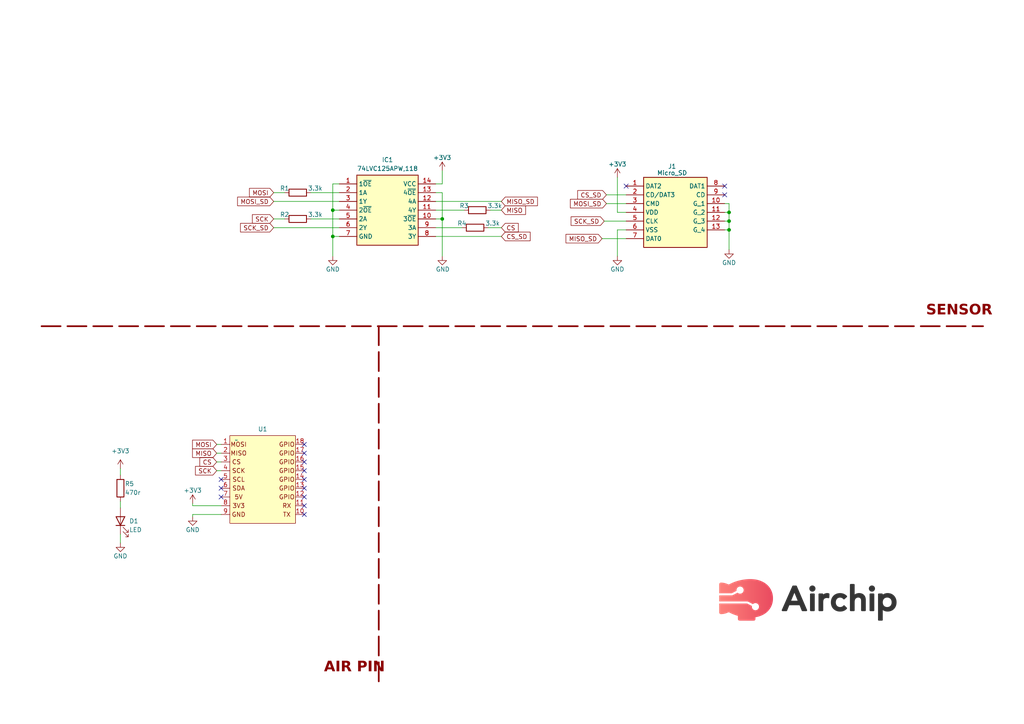
<source format=kicad_sch>
(kicad_sch (version 20230121) (generator eeschema)

  (uuid d9a0389f-f7cd-4540-86ba-a0fe4c7ef0e3)

  (paper "A4")

  (lib_symbols
    (symbol "74LVC125APW_118:74LVC125APW,118" (in_bom yes) (on_board yes)
      (property "Reference" "IC" (at 24.13 7.62 0)
        (effects (font (size 1.27 1.27)) (justify left top))
      )
      (property "Value" "74LVC125APW,118" (at 24.13 5.08 0)
        (effects (font (size 1.27 1.27)) (justify left top))
      )
      (property "Footprint" "SOP65P640X110-14N" (at 24.13 -94.92 0)
        (effects (font (size 1.27 1.27)) (justify left top) hide)
      )
      (property "Datasheet" "https://assets.nexperia.com/documents/data-sheet/74LVC125A.pdf" (at 24.13 -194.92 0)
        (effects (font (size 1.27 1.27)) (justify left top) hide)
      )
      (property "Height" "1.1" (at 24.13 -394.92 0)
        (effects (font (size 1.27 1.27)) (justify left top) hide)
      )
      (property "Mouser Part Number" "771-74LVC125APW-T" (at 24.13 -494.92 0)
        (effects (font (size 1.27 1.27)) (justify left top) hide)
      )
      (property "Mouser Price/Stock" "https://www.mouser.co.uk/ProductDetail/Nexperia/74LVC125APW118?qs=me8TqzrmIYV8VAZOS5KVLw%3D%3D" (at 24.13 -594.92 0)
        (effects (font (size 1.27 1.27)) (justify left top) hide)
      )
      (property "Manufacturer_Name" "Nexperia" (at 24.13 -694.92 0)
        (effects (font (size 1.27 1.27)) (justify left top) hide)
      )
      (property "Manufacturer_Part_Number" "74LVC125APW,118" (at 24.13 -794.92 0)
        (effects (font (size 1.27 1.27)) (justify left top) hide)
      )
      (property "ki_description" "74LVC125A - Quad buffer/line driver with 5 V tolerant input/outputs; 3-state@en-us" (at 0 0 0)
        (effects (font (size 1.27 1.27)) hide)
      )
      (symbol "74LVC125APW,118_1_1"
        (rectangle (start 5.08 2.54) (end 22.86 -17.78)
          (stroke (width 0.254) (type default))
          (fill (type background))
        )
        (pin passive line (at 0 0 0) (length 5.08)
          (name "1~{OE}" (effects (font (size 1.27 1.27))))
          (number "1" (effects (font (size 1.27 1.27))))
        )
        (pin passive line (at 27.94 -10.16 180) (length 5.08)
          (name "3~{OE}" (effects (font (size 1.27 1.27))))
          (number "10" (effects (font (size 1.27 1.27))))
        )
        (pin passive line (at 27.94 -7.62 180) (length 5.08)
          (name "4Y" (effects (font (size 1.27 1.27))))
          (number "11" (effects (font (size 1.27 1.27))))
        )
        (pin passive line (at 27.94 -5.08 180) (length 5.08)
          (name "4A" (effects (font (size 1.27 1.27))))
          (number "12" (effects (font (size 1.27 1.27))))
        )
        (pin passive line (at 27.94 -2.54 180) (length 5.08)
          (name "4~{OE}" (effects (font (size 1.27 1.27))))
          (number "13" (effects (font (size 1.27 1.27))))
        )
        (pin passive line (at 27.94 0 180) (length 5.08)
          (name "VCC" (effects (font (size 1.27 1.27))))
          (number "14" (effects (font (size 1.27 1.27))))
        )
        (pin passive line (at 0 -2.54 0) (length 5.08)
          (name "1A" (effects (font (size 1.27 1.27))))
          (number "2" (effects (font (size 1.27 1.27))))
        )
        (pin passive line (at 0 -5.08 0) (length 5.08)
          (name "1Y" (effects (font (size 1.27 1.27))))
          (number "3" (effects (font (size 1.27 1.27))))
        )
        (pin passive line (at 0 -7.62 0) (length 5.08)
          (name "2~{OE}" (effects (font (size 1.27 1.27))))
          (number "4" (effects (font (size 1.27 1.27))))
        )
        (pin passive line (at 0 -10.16 0) (length 5.08)
          (name "2A" (effects (font (size 1.27 1.27))))
          (number "5" (effects (font (size 1.27 1.27))))
        )
        (pin passive line (at 0 -12.7 0) (length 5.08)
          (name "2Y" (effects (font (size 1.27 1.27))))
          (number "6" (effects (font (size 1.27 1.27))))
        )
        (pin passive line (at 0 -15.24 0) (length 5.08)
          (name "GND" (effects (font (size 1.27 1.27))))
          (number "7" (effects (font (size 1.27 1.27))))
        )
        (pin passive line (at 27.94 -15.24 180) (length 5.08)
          (name "3Y" (effects (font (size 1.27 1.27))))
          (number "8" (effects (font (size 1.27 1.27))))
        )
        (pin passive line (at 27.94 -12.7 180) (length 5.08)
          (name "3A" (effects (font (size 1.27 1.27))))
          (number "9" (effects (font (size 1.27 1.27))))
        )
      )
    )
    (symbol "Device:LED" (pin_numbers hide) (pin_names (offset 1.016) hide) (in_bom yes) (on_board yes)
      (property "Reference" "D" (at 0 2.54 0)
        (effects (font (size 1.27 1.27)))
      )
      (property "Value" "LED" (at 0 -2.54 0)
        (effects (font (size 1.27 1.27)))
      )
      (property "Footprint" "" (at 0 0 0)
        (effects (font (size 1.27 1.27)) hide)
      )
      (property "Datasheet" "~" (at 0 0 0)
        (effects (font (size 1.27 1.27)) hide)
      )
      (property "ki_keywords" "LED diode" (at 0 0 0)
        (effects (font (size 1.27 1.27)) hide)
      )
      (property "ki_description" "Light emitting diode" (at 0 0 0)
        (effects (font (size 1.27 1.27)) hide)
      )
      (property "ki_fp_filters" "LED* LED_SMD:* LED_THT:*" (at 0 0 0)
        (effects (font (size 1.27 1.27)) hide)
      )
      (symbol "LED_0_1"
        (polyline
          (pts
            (xy -1.27 -1.27)
            (xy -1.27 1.27)
          )
          (stroke (width 0.254) (type default))
          (fill (type none))
        )
        (polyline
          (pts
            (xy -1.27 0)
            (xy 1.27 0)
          )
          (stroke (width 0) (type default))
          (fill (type none))
        )
        (polyline
          (pts
            (xy 1.27 -1.27)
            (xy 1.27 1.27)
            (xy -1.27 0)
            (xy 1.27 -1.27)
          )
          (stroke (width 0.254) (type default))
          (fill (type none))
        )
        (polyline
          (pts
            (xy -3.048 -0.762)
            (xy -4.572 -2.286)
            (xy -3.81 -2.286)
            (xy -4.572 -2.286)
            (xy -4.572 -1.524)
          )
          (stroke (width 0) (type default))
          (fill (type none))
        )
        (polyline
          (pts
            (xy -1.778 -0.762)
            (xy -3.302 -2.286)
            (xy -2.54 -2.286)
            (xy -3.302 -2.286)
            (xy -3.302 -1.524)
          )
          (stroke (width 0) (type default))
          (fill (type none))
        )
      )
      (symbol "LED_1_1"
        (pin passive line (at -3.81 0 0) (length 2.54)
          (name "K" (effects (font (size 1.27 1.27))))
          (number "1" (effects (font (size 1.27 1.27))))
        )
        (pin passive line (at 3.81 0 180) (length 2.54)
          (name "A" (effects (font (size 1.27 1.27))))
          (number "2" (effects (font (size 1.27 1.27))))
        )
      )
    )
    (symbol "Device:R" (pin_numbers hide) (pin_names (offset 0)) (in_bom yes) (on_board yes)
      (property "Reference" "R" (at 2.032 0 90)
        (effects (font (size 1.27 1.27)))
      )
      (property "Value" "R" (at 0 0 90)
        (effects (font (size 1.27 1.27)))
      )
      (property "Footprint" "" (at -1.778 0 90)
        (effects (font (size 1.27 1.27)) hide)
      )
      (property "Datasheet" "~" (at 0 0 0)
        (effects (font (size 1.27 1.27)) hide)
      )
      (property "ki_keywords" "R res resistor" (at 0 0 0)
        (effects (font (size 1.27 1.27)) hide)
      )
      (property "ki_description" "Resistor" (at 0 0 0)
        (effects (font (size 1.27 1.27)) hide)
      )
      (property "ki_fp_filters" "R_*" (at 0 0 0)
        (effects (font (size 1.27 1.27)) hide)
      )
      (symbol "R_0_1"
        (rectangle (start -1.016 -2.54) (end 1.016 2.54)
          (stroke (width 0.254) (type default))
          (fill (type none))
        )
      )
      (symbol "R_1_1"
        (pin passive line (at 0 3.81 270) (length 1.27)
          (name "~" (effects (font (size 1.27 1.27))))
          (number "1" (effects (font (size 1.27 1.27))))
        )
        (pin passive line (at 0 -3.81 90) (length 1.27)
          (name "~" (effects (font (size 1.27 1.27))))
          (number "2" (effects (font (size 1.27 1.27))))
        )
      )
    )
    (symbol "L-KLS1-TF-003-H1_85-R:L-KLS1-TF-003-H1.85-R" (in_bom yes) (on_board yes)
      (property "Reference" "J1" (at 13.335 5.715 0)
        (effects (font (size 1.27 1.27)))
      )
      (property "Value" "Micro_SD" (at 13.335 3.81 0)
        (effects (font (size 1.27 1.27)))
      )
      (property "Footprint" "L-KLS1-TF-003-H1.85-R" (at 19.05 -94.92 0)
        (effects (font (size 1.27 1.27)) (justify left top) hide)
      )
      (property "Datasheet" "https://img.ozdisan.com/ETicaret_Dosya/476392_7149645.pdf" (at 19.05 -194.92 0)
        (effects (font (size 1.27 1.27)) (justify left top) hide)
      )
      (property "Height" "" (at 19.05 -394.92 0)
        (effects (font (size 1.27 1.27)) (justify left top) hide)
      )
      (property "Manufacturer_Name" "KLS Electronic" (at 19.05 -494.92 0)
        (effects (font (size 1.27 1.27)) (justify left top) hide)
      )
      (property "Manufacturer_Part_Number" "L-KLS1-TF-003-H1.85-R" (at 19.05 -594.92 0)
        (effects (font (size 1.27 1.27)) (justify left top) hide)
      )
      (property "Mouser Part Number" "" (at 19.05 -694.92 0)
        (effects (font (size 1.27 1.27)) (justify left top) hide)
      )
      (property "Mouser Price/Stock" "" (at 19.05 -794.92 0)
        (effects (font (size 1.27 1.27)) (justify left top) hide)
      )
      (property "Arrow Part Number" "" (at 19.05 -894.92 0)
        (effects (font (size 1.27 1.27)) (justify left top) hide)
      )
      (property "Arrow Price/Stock" "" (at 19.05 -994.92 0)
        (effects (font (size 1.27 1.27)) (justify left top) hide)
      )
      (property "ki_description" "Micro SD Card Connector" (at 0 0 0)
        (effects (font (size 1.27 1.27)) hide)
      )
      (symbol "L-KLS1-TF-003-H1.85-R_1_1"
        (rectangle (start 5.08 2.54) (end 23.495 -17.78)
          (stroke (width 0.254) (type default))
          (fill (type background))
        )
        (pin passive line (at 0 0 0) (length 5.08)
          (name "DAT2" (effects (font (size 1.27 1.27))))
          (number "1" (effects (font (size 1.27 1.27))))
        )
        (pin passive line (at 28.575 -5.08 180) (length 5.08)
          (name "G_1" (effects (font (size 1.27 1.27))))
          (number "10" (effects (font (size 1.27 1.27))))
        )
        (pin passive line (at 28.575 -7.62 180) (length 5.08)
          (name "G_2" (effects (font (size 1.27 1.27))))
          (number "11" (effects (font (size 1.27 1.27))))
        )
        (pin passive line (at 28.575 -10.16 180) (length 5.08)
          (name "G_3" (effects (font (size 1.27 1.27))))
          (number "12" (effects (font (size 1.27 1.27))))
        )
        (pin passive line (at 28.575 -12.7 180) (length 5.08)
          (name "G_4" (effects (font (size 1.27 1.27))))
          (number "13" (effects (font (size 1.27 1.27))))
        )
        (pin passive line (at 0 -2.54 0) (length 5.08)
          (name "CD/DAT3" (effects (font (size 1.27 1.27))))
          (number "2" (effects (font (size 1.27 1.27))))
        )
        (pin passive line (at 0 -5.08 0) (length 5.08)
          (name "CMD" (effects (font (size 1.27 1.27))))
          (number "3" (effects (font (size 1.27 1.27))))
        )
        (pin passive line (at 0 -7.62 0) (length 5.08)
          (name "VDD" (effects (font (size 1.27 1.27))))
          (number "4" (effects (font (size 1.27 1.27))))
        )
        (pin passive line (at 0 -10.16 0) (length 5.08)
          (name "CLK" (effects (font (size 1.27 1.27))))
          (number "5" (effects (font (size 1.27 1.27))))
        )
        (pin passive line (at 0 -12.7 0) (length 5.08)
          (name "VSS" (effects (font (size 1.27 1.27))))
          (number "6" (effects (font (size 1.27 1.27))))
        )
        (pin passive line (at 0 -15.24 0) (length 5.08)
          (name "DAT0" (effects (font (size 1.27 1.27))))
          (number "7" (effects (font (size 1.27 1.27))))
        )
        (pin passive line (at 28.575 0 180) (length 5.08)
          (name "DAT1" (effects (font (size 1.27 1.27))))
          (number "8" (effects (font (size 1.27 1.27))))
        )
        (pin passive line (at 28.575 -2.54 180) (length 5.08)
          (name "CD" (effects (font (size 1.27 1.27))))
          (number "9" (effects (font (size 1.27 1.27))))
        )
      )
    )
    (symbol "moduler_pin:air" (in_bom yes) (on_board yes)
      (property "Reference" "U" (at 7.62 2.54 0)
        (effects (font (size 1.27 1.27)))
      )
      (property "Value" "" (at 0 0 0)
        (effects (font (size 1.27 1.27)))
      )
      (property "Footprint" "" (at 0 0 0)
        (effects (font (size 1.27 1.27)) hide)
      )
      (property "Datasheet" "" (at 0 0 0)
        (effects (font (size 1.27 1.27)) hide)
      )
      (symbol "air_1_1"
        (rectangle (start -1.905 1.27) (end 17.145 -24.13)
          (stroke (width 0) (type default))
          (fill (type background))
        )
        (text "3V3" (at 0.635 -19.05 0)
          (effects (font (size 1.27 1.27)))
        )
        (text "5V" (at 0.635 -16.51 0)
          (effects (font (size 1.27 1.27)))
        )
        (text "CS" (at 0 -6.35 0)
          (effects (font (size 1.27 1.27)))
        )
        (text "GND" (at 0.635 -21.59 0)
          (effects (font (size 1.27 1.27)))
        )
        (text "GPIO" (at 14.605 -16.51 0)
          (effects (font (size 1.27 1.27)))
        )
        (text "GPIO" (at 14.605 -13.97 0)
          (effects (font (size 1.27 1.27)))
        )
        (text "GPIO" (at 14.605 -11.43 0)
          (effects (font (size 1.27 1.27)))
        )
        (text "GPIO" (at 14.605 -8.89 0)
          (effects (font (size 1.27 1.27)))
        )
        (text "GPIO" (at 14.605 -6.35 0)
          (effects (font (size 1.27 1.27)))
        )
        (text "GPIO" (at 14.605 -3.81 0)
          (effects (font (size 1.27 1.27)))
        )
        (text "GPIO" (at 14.605 -1.27 0)
          (effects (font (size 1.27 1.27)))
        )
        (text "MISO" (at 0.635 -3.81 0)
          (effects (font (size 1.27 1.27)))
        )
        (text "MOSI" (at 0.635 -1.27 0)
          (effects (font (size 1.27 1.27)))
        )
        (text "RX" (at 14.605 -19.05 0)
          (effects (font (size 1.27 1.27)))
        )
        (text "SCK" (at 0.635 -8.89 0)
          (effects (font (size 1.27 1.27)))
        )
        (text "SCL" (at 0.635 -11.43 0)
          (effects (font (size 1.27 1.27)))
        )
        (text "SDA" (at 0.635 -13.97 0)
          (effects (font (size 1.27 1.27)))
        )
        (text "TX" (at 14.605 -21.59 0)
          (effects (font (size 1.27 1.27)))
        )
        (pin input line (at -4.445 -1.27 0) (length 2.54)
          (name "" (effects (font (size 1.27 1.27))))
          (number "1" (effects (font (size 1.27 1.27))))
        )
        (pin input line (at 19.685 -21.59 180) (length 2.54)
          (name "" (effects (font (size 1.27 1.27))))
          (number "10" (effects (font (size 1.27 1.27))))
        )
        (pin input line (at 19.685 -19.05 180) (length 2.54)
          (name "" (effects (font (size 1.27 1.27))))
          (number "11" (effects (font (size 1.27 1.27))))
        )
        (pin input line (at 19.685 -16.51 180) (length 2.54)
          (name "" (effects (font (size 1.27 1.27))))
          (number "12" (effects (font (size 1.27 1.27))))
        )
        (pin input line (at 19.685 -13.97 180) (length 2.54)
          (name "" (effects (font (size 1.27 1.27))))
          (number "13" (effects (font (size 1.27 1.27))))
        )
        (pin input line (at 19.685 -11.43 180) (length 2.54)
          (name "" (effects (font (size 1.27 1.27))))
          (number "14" (effects (font (size 1.27 1.27))))
        )
        (pin input line (at 19.685 -8.89 180) (length 2.54)
          (name "" (effects (font (size 1.27 1.27))))
          (number "15" (effects (font (size 1.27 1.27))))
        )
        (pin input line (at 19.685 -6.35 180) (length 2.54)
          (name "" (effects (font (size 1.27 1.27))))
          (number "16" (effects (font (size 1.27 1.27))))
        )
        (pin input line (at 19.685 -3.81 180) (length 2.54)
          (name "" (effects (font (size 1.27 1.27))))
          (number "17" (effects (font (size 1.27 1.27))))
        )
        (pin input line (at 19.685 -1.27 180) (length 2.54)
          (name "" (effects (font (size 1.27 1.27))))
          (number "18" (effects (font (size 1.27 1.27))))
        )
        (pin input line (at -4.445 -3.81 0) (length 2.54)
          (name "" (effects (font (size 1.27 1.27))))
          (number "2" (effects (font (size 1.27 1.27))))
        )
        (pin input line (at -4.445 -6.35 0) (length 2.54)
          (name "" (effects (font (size 1.27 1.27))))
          (number "3" (effects (font (size 1.27 1.27))))
        )
        (pin input line (at -4.445 -8.89 0) (length 2.54)
          (name "" (effects (font (size 1.27 1.27))))
          (number "4" (effects (font (size 1.27 1.27))))
        )
        (pin input line (at -4.445 -11.43 0) (length 2.54)
          (name "" (effects (font (size 1.27 1.27))))
          (number "5" (effects (font (size 1.27 1.27))))
        )
        (pin input line (at -4.445 -13.97 0) (length 2.54)
          (name "" (effects (font (size 1.27 1.27))))
          (number "6" (effects (font (size 1.27 1.27))))
        )
        (pin input line (at -4.445 -16.51 0) (length 2.54)
          (name "" (effects (font (size 1.27 1.27))))
          (number "7" (effects (font (size 1.27 1.27))))
        )
        (pin input line (at -4.445 -19.05 0) (length 2.54)
          (name "" (effects (font (size 1.27 1.27))))
          (number "8" (effects (font (size 1.27 1.27))))
        )
        (pin input line (at -4.445 -21.59 0) (length 2.54)
          (name "" (effects (font (size 1.27 1.27))))
          (number "9" (effects (font (size 1.27 1.27))))
        )
      )
    )
    (symbol "power:+3V3" (power) (pin_names (offset 0)) (in_bom yes) (on_board yes)
      (property "Reference" "#PWR" (at 0 -3.81 0)
        (effects (font (size 1.27 1.27)) hide)
      )
      (property "Value" "+3V3" (at 0 3.556 0)
        (effects (font (size 1.27 1.27)))
      )
      (property "Footprint" "" (at 0 0 0)
        (effects (font (size 1.27 1.27)) hide)
      )
      (property "Datasheet" "" (at 0 0 0)
        (effects (font (size 1.27 1.27)) hide)
      )
      (property "ki_keywords" "global power" (at 0 0 0)
        (effects (font (size 1.27 1.27)) hide)
      )
      (property "ki_description" "Power symbol creates a global label with name \"+3V3\"" (at 0 0 0)
        (effects (font (size 1.27 1.27)) hide)
      )
      (symbol "+3V3_0_1"
        (polyline
          (pts
            (xy -0.762 1.27)
            (xy 0 2.54)
          )
          (stroke (width 0) (type default))
          (fill (type none))
        )
        (polyline
          (pts
            (xy 0 0)
            (xy 0 2.54)
          )
          (stroke (width 0) (type default))
          (fill (type none))
        )
        (polyline
          (pts
            (xy 0 2.54)
            (xy 0.762 1.27)
          )
          (stroke (width 0) (type default))
          (fill (type none))
        )
      )
      (symbol "+3V3_1_1"
        (pin power_in line (at 0 0 90) (length 0) hide
          (name "+3V3" (effects (font (size 1.27 1.27))))
          (number "1" (effects (font (size 1.27 1.27))))
        )
      )
    )
    (symbol "power:GND" (power) (pin_names (offset 0)) (in_bom yes) (on_board yes)
      (property "Reference" "#PWR" (at 0 -6.35 0)
        (effects (font (size 1.27 1.27)) hide)
      )
      (property "Value" "GND" (at 0 -3.81 0)
        (effects (font (size 1.27 1.27)))
      )
      (property "Footprint" "" (at 0 0 0)
        (effects (font (size 1.27 1.27)) hide)
      )
      (property "Datasheet" "" (at 0 0 0)
        (effects (font (size 1.27 1.27)) hide)
      )
      (property "ki_keywords" "global power" (at 0 0 0)
        (effects (font (size 1.27 1.27)) hide)
      )
      (property "ki_description" "Power symbol creates a global label with name \"GND\" , ground" (at 0 0 0)
        (effects (font (size 1.27 1.27)) hide)
      )
      (symbol "GND_0_1"
        (polyline
          (pts
            (xy 0 0)
            (xy 0 -1.27)
            (xy 1.27 -1.27)
            (xy 0 -2.54)
            (xy -1.27 -1.27)
            (xy 0 -1.27)
          )
          (stroke (width 0) (type default))
          (fill (type none))
        )
      )
      (symbol "GND_1_1"
        (pin power_in line (at 0 0 270) (length 0) hide
          (name "GND" (effects (font (size 1.27 1.27))))
          (number "1" (effects (font (size 1.27 1.27))))
        )
      )
    )
  )

  (junction (at 211.455 61.595) (diameter 0) (color 0 0 0 0)
    (uuid 3856ce54-8e9e-48b4-8e04-d853e7abc989)
  )
  (junction (at 96.52 60.96) (diameter 0) (color 0 0 0 0)
    (uuid 58e6924f-9d45-4e9d-accc-1e40297ce522)
  )
  (junction (at 96.52 68.58) (diameter 0) (color 0 0 0 0)
    (uuid 6c336da3-bdeb-4a7a-915e-9b72f1afe905)
  )
  (junction (at 211.455 66.675) (diameter 0) (color 0 0 0 0)
    (uuid 8e51856e-6977-4976-b308-07d2a36a1402)
  )
  (junction (at 128.27 63.5) (diameter 0) (color 0 0 0 0)
    (uuid c29fd778-259e-4ed0-9ff9-f86fa8027bfe)
  )
  (junction (at 211.455 64.135) (diameter 0) (color 0 0 0 0)
    (uuid df33f6b0-80d6-4855-8c80-37c490c6ecb2)
  )

  (no_connect (at 88.265 128.905) (uuid 13884280-a672-4c9d-a5e7-b3e564b5613b))
  (no_connect (at 64.135 141.605) (uuid 21c2fdc5-ae5b-4a68-8b4c-f4eb7bbdb0d1))
  (no_connect (at 88.265 133.985) (uuid 2bec8ac3-3688-4baa-86f5-b182f0452435))
  (no_connect (at 88.265 149.225) (uuid 39bee691-bbdb-4c29-8331-39e3503ddcc0))
  (no_connect (at 181.61 53.975) (uuid 41f90857-f55b-4e01-b392-3bdef4370446))
  (no_connect (at 88.265 144.145) (uuid 512a61b5-e3f1-451a-a50c-5e4c5c560b14))
  (no_connect (at 88.265 139.065) (uuid 7d33c48b-276d-4422-aab5-2f9812393524))
  (no_connect (at 210.185 56.515) (uuid a2fb3173-b2f8-452b-b952-5a2f42042527))
  (no_connect (at 88.265 146.685) (uuid a7670f04-a2a3-45d4-900b-709c071d875d))
  (no_connect (at 88.265 131.445) (uuid c16ebd9f-985a-4334-bf0e-b0dbde7c1902))
  (no_connect (at 64.135 144.145) (uuid cfda6a1c-20e0-470a-8b42-71264038bcb7))
  (no_connect (at 210.185 53.975) (uuid d70921c0-2e62-4a41-aa64-093a64014878))
  (no_connect (at 88.265 136.525) (uuid e01cc882-32c8-4707-a84b-ca41971c7b85))
  (no_connect (at 88.265 141.605) (uuid f886a6db-35f1-4bdb-927e-cd0ae29832e0))
  (no_connect (at 64.135 139.065) (uuid fd8c9cc4-9ed9-40eb-8f33-41de859dda3f))

  (wire (pts (xy 55.88 146.05) (xy 55.88 146.685))
    (stroke (width 0) (type default))
    (uuid 02c1d3b1-2c4a-40a2-bba2-c26a0f574763)
  )
  (wire (pts (xy 211.455 59.055) (xy 211.455 61.595))
    (stroke (width 0) (type default))
    (uuid 0e33d1ce-b7c7-4516-a397-b3e850806df2)
  )
  (wire (pts (xy 179.07 74.295) (xy 179.07 66.675))
    (stroke (width 0) (type default))
    (uuid 11e5f5a1-f417-4e3b-b8c0-e52c739371f0)
  )
  (wire (pts (xy 79.375 66.04) (xy 98.425 66.04))
    (stroke (width 0) (type default))
    (uuid 15a9f1ee-2a94-4289-8f8c-d47c96ea5fd1)
  )
  (wire (pts (xy 211.455 64.135) (xy 210.185 64.135))
    (stroke (width 0) (type default))
    (uuid 1773996e-d9e7-4ebf-84b4-dd57de95ade8)
  )
  (wire (pts (xy 126.365 58.42) (xy 145.415 58.42))
    (stroke (width 0) (type default))
    (uuid 233e30a1-4ef9-464a-9c33-de2efcccb665)
  )
  (wire (pts (xy 175.26 64.135) (xy 181.61 64.135))
    (stroke (width 0) (type default))
    (uuid 23409085-4ac4-4252-977e-8f2d31cc8321)
  )
  (wire (pts (xy 96.52 53.34) (xy 96.52 60.96))
    (stroke (width 0) (type default))
    (uuid 2b83112e-c193-446e-b519-98dd44b4827d)
  )
  (wire (pts (xy 34.925 135.89) (xy 34.925 137.795))
    (stroke (width 0) (type default))
    (uuid 2f3409ec-0e24-4354-a21a-113a81898bad)
  )
  (wire (pts (xy 126.365 68.58) (xy 145.415 68.58))
    (stroke (width 0) (type default))
    (uuid 309687cb-5284-4b02-b6bf-374eed0f2602)
  )
  (wire (pts (xy 96.52 68.58) (xy 98.425 68.58))
    (stroke (width 0) (type default))
    (uuid 31ba188d-72e4-4554-b5ae-8d5378a570e6)
  )
  (polyline (pts (xy 109.855 94.615) (xy 109.855 198.12))
    (stroke (width 0.5) (type dash) (color 132 0 0 1))
    (uuid 37a2575b-ddc5-408c-94b9-ac45f7c4c7a3)
  )

  (wire (pts (xy 174.625 69.215) (xy 181.61 69.215))
    (stroke (width 0) (type default))
    (uuid 428dba64-8e41-41d1-b45f-f16fc4486e92)
  )
  (wire (pts (xy 79.375 63.5) (xy 82.55 63.5))
    (stroke (width 0) (type default))
    (uuid 461a365e-a4a5-4811-b067-9b5d4828c141)
  )
  (wire (pts (xy 90.17 55.88) (xy 98.425 55.88))
    (stroke (width 0) (type default))
    (uuid 4acdbeaf-77b8-4803-9395-d5d247e2c1f3)
  )
  (wire (pts (xy 55.88 146.685) (xy 64.135 146.685))
    (stroke (width 0) (type default))
    (uuid 4aef7cdb-53f5-48b9-82bf-9615719fdc3b)
  )
  (wire (pts (xy 126.365 63.5) (xy 128.27 63.5))
    (stroke (width 0) (type default))
    (uuid 4d289cdc-2f47-42a0-858d-3961c71f69eb)
  )
  (wire (pts (xy 128.27 63.5) (xy 128.27 55.88))
    (stroke (width 0) (type default))
    (uuid 4eca4b79-854b-44a1-85fc-1e05ac39cd9a)
  )
  (wire (pts (xy 34.925 157.48) (xy 34.925 154.94))
    (stroke (width 0) (type default))
    (uuid 4f634572-f8f3-4687-8ac4-fe0549a741a3)
  )
  (wire (pts (xy 128.27 74.295) (xy 128.27 63.5))
    (stroke (width 0) (type default))
    (uuid 4fb41d1f-5563-44b2-a6b9-ee5339873685)
  )
  (wire (pts (xy 62.865 136.525) (xy 64.135 136.525))
    (stroke (width 0) (type default))
    (uuid 588a914d-3069-44b4-94b4-e19f674eb5aa)
  )
  (wire (pts (xy 211.455 64.135) (xy 211.455 66.675))
    (stroke (width 0) (type default))
    (uuid 5c2dc163-98fa-4ab7-b6d7-3dfa977e8ecc)
  )
  (wire (pts (xy 126.365 60.96) (xy 134.62 60.96))
    (stroke (width 0) (type default))
    (uuid 67482828-5c3b-4c95-952c-38c1f55e5e4f)
  )
  (wire (pts (xy 62.865 131.445) (xy 64.135 131.445))
    (stroke (width 0) (type default))
    (uuid 6d0b3ac6-53a3-4647-b5fd-cf7a01962869)
  )
  (wire (pts (xy 62.865 128.905) (xy 64.135 128.905))
    (stroke (width 0) (type default))
    (uuid 7283dae5-3a9d-44f5-bae9-4dac70e65808)
  )
  (wire (pts (xy 175.895 59.055) (xy 181.61 59.055))
    (stroke (width 0) (type default))
    (uuid 72ae97d6-a9f2-4083-8851-49189e7933f4)
  )
  (wire (pts (xy 90.17 63.5) (xy 98.425 63.5))
    (stroke (width 0) (type default))
    (uuid 74f490e3-4ca3-4d4a-b7fe-0240a53216e6)
  )
  (wire (pts (xy 211.455 61.595) (xy 211.455 64.135))
    (stroke (width 0) (type default))
    (uuid 84ee105c-c461-4e07-a06d-4636fb827931)
  )
  (wire (pts (xy 98.425 53.34) (xy 96.52 53.34))
    (stroke (width 0) (type default))
    (uuid 864acd7f-2d5a-4632-afc1-91d138beb9b0)
  )
  (wire (pts (xy 128.27 49.53) (xy 128.27 53.34))
    (stroke (width 0) (type default))
    (uuid 8918ffa5-00f5-4c16-ac25-9542d98c403c)
  )
  (wire (pts (xy 211.455 61.595) (xy 210.185 61.595))
    (stroke (width 0) (type default))
    (uuid 8f6e3f3f-f9a7-4dc0-a79b-73de7323b09b)
  )
  (wire (pts (xy 96.52 60.96) (xy 96.52 68.58))
    (stroke (width 0) (type default))
    (uuid 9d33a428-1a28-48ac-8805-1e462de3bf6b)
  )
  (wire (pts (xy 128.27 55.88) (xy 126.365 55.88))
    (stroke (width 0) (type default))
    (uuid a51a5a1c-e449-4db9-b94e-900f150af825)
  )
  (wire (pts (xy 211.455 59.055) (xy 210.185 59.055))
    (stroke (width 0) (type default))
    (uuid a57d281a-1c02-4ee4-9b06-e0f80305151e)
  )
  (wire (pts (xy 79.375 58.42) (xy 98.425 58.42))
    (stroke (width 0) (type default))
    (uuid afe04d49-094a-4de4-8cdb-57a739d3f845)
  )
  (wire (pts (xy 142.24 60.96) (xy 145.415 60.96))
    (stroke (width 0) (type default))
    (uuid b017bdfb-7aa6-496c-91ce-bdf43cc40362)
  )
  (wire (pts (xy 62.865 133.985) (xy 64.135 133.985))
    (stroke (width 0) (type default))
    (uuid b30e879f-4963-420d-8583-d82f0f8c2364)
  )
  (wire (pts (xy 55.88 149.225) (xy 64.135 149.225))
    (stroke (width 0) (type default))
    (uuid b7f7d749-eadf-4016-bb08-1e6a7cf734a5)
  )
  (wire (pts (xy 126.365 66.04) (xy 133.985 66.04))
    (stroke (width 0) (type default))
    (uuid bce95cd8-874e-4235-9a6c-903c714ae950)
  )
  (wire (pts (xy 128.27 53.34) (xy 126.365 53.34))
    (stroke (width 0) (type default))
    (uuid bdfc7660-9e8d-4e94-931d-2c2e1ba4137d)
  )
  (wire (pts (xy 79.375 55.88) (xy 82.55 55.88))
    (stroke (width 0) (type default))
    (uuid c018873f-0333-40e0-b637-8ccf42ed4390)
  )
  (wire (pts (xy 34.925 147.32) (xy 34.925 145.415))
    (stroke (width 0) (type default))
    (uuid ca5fcb4f-563d-4a39-9294-07030d0b49a8)
  )
  (wire (pts (xy 141.605 66.04) (xy 145.415 66.04))
    (stroke (width 0) (type default))
    (uuid cc849bac-b5ff-423d-a9fa-f5bbba865015)
  )
  (wire (pts (xy 96.52 60.96) (xy 98.425 60.96))
    (stroke (width 0) (type default))
    (uuid d0886297-81f7-4a18-9552-1ba84851f185)
  )
  (wire (pts (xy 179.07 51.435) (xy 179.07 61.595))
    (stroke (width 0) (type default))
    (uuid d17911d0-236e-40ff-8c39-697a65bd5017)
  )
  (wire (pts (xy 55.88 149.86) (xy 55.88 149.225))
    (stroke (width 0) (type default))
    (uuid d1935d3d-6b98-43b0-b922-84308dfa4685)
  )
  (wire (pts (xy 211.455 66.675) (xy 211.455 72.39))
    (stroke (width 0) (type default))
    (uuid d4384742-d4fc-4cf0-90a9-f61e063ae97e)
  )
  (wire (pts (xy 211.455 66.675) (xy 210.185 66.675))
    (stroke (width 0) (type default))
    (uuid db812628-462d-487e-9cd6-e56797a66ed5)
  )
  (wire (pts (xy 96.52 68.58) (xy 96.52 74.295))
    (stroke (width 0) (type default))
    (uuid dc123832-1d48-4328-9253-426dd259e4b9)
  )
  (polyline (pts (xy 12.065 94.615) (xy 285.115 94.615))
    (stroke (width 0.5) (type dash) (color 132 0 0 1))
    (uuid dd9316ee-7e6f-4df1-936f-e33d134dd700)
  )

  (wire (pts (xy 179.07 66.675) (xy 181.61 66.675))
    (stroke (width 0) (type default))
    (uuid fc44564e-da9b-4f26-b3ca-55b865610797)
  )
  (wire (pts (xy 175.895 56.515) (xy 181.61 56.515))
    (stroke (width 0) (type default))
    (uuid fcd46eb8-386a-40b1-bd72-6031c5112f0d)
  )
  (wire (pts (xy 179.07 61.595) (xy 181.61 61.595))
    (stroke (width 0) (type default))
    (uuid fce991f4-ce8e-4fe3-8f9a-b32bd1b04a3a)
  )

  (image (at 234.315 173.99) (scale 0.303838)
    (uuid b24d4b5f-a5b1-4554-a0fc-35d394f13c8f)
    (data
      iVBORw0KGgoAAAANSUhEUgAAB9AAAAHVCAYAAACpJWDwAAAABHNCSVQICAgIfAhkiAAAIABJREFU
      eJzs3XeYnGW9//F3SEKyCS0hARUVBCSKYvuiqKiAokRasKAeRUn4WSghFUTNsYAiICGNA6gQEBso
      TfEg6hFE8KjouRFsIAgiiEJCEwhJKJnfH88sKdtmdmfmnvJ+XddcuzzPPfd8dpjMzj6fpwxDkjrQ
      ox+ZPhzYnBKbA5sDW5S/dt82BbqATSkxFugqwSbl5SOBzYqZSpsAI4CNgTHFIjYFNuo3QKnXpSuB
      J8oDHgWeLsHjwBOUeILi+5XACuAx4N/l77tvD5eXPUiJh4AHgYc2P//MFZU+L5IkSZIkSZIkSZ1s
      WO4AklQLj3706E2BZ1NiIvAcYCKw5Tpft4TS+PL3W1GU4X0V2esrrfel95UDLKp+TGn9YZXM2ff8
      TwIPQel+4F5gObAMuJcS3cvuA+4G7tv862c9XeWjSZIkSZIkSZIktQULdElN7bGPHb0J8FxKbAPP
      3J4LbFOCZwFbU3wdDQxQNA+t7G7hAr3vhT0XPV0qCvV/lG/3UBTrdwJ3UOLOLb5x1oNVppEkSZIk
      SZIkSWoJFuiSsnnsYzOGUZTf2wLbQWnb8vfdt+fRfar0SntqC/R+xleWtYKn8BHgb8CdULoduLV8
      u22Lb3z5H1XllCRJkiRJkiRJaiIW6JLq6rHDZ4wCdijftn/m+xI7AC+guHZ4WT/VrQV6depboPe3
      YAUlbgP+AtwC/An4I3DbFt/88lP9TS1JkiRJkiRJkpSbBbqkIVtxxIzhJXg+8CJgJ0pMAiYBO1Gc
      br2nattvC/Tq5CvQ+5rgSYpC/Q/An4GbgN9t8c0v39Pfw0mSJEmSJEmSJDWSBbqkiq04YubGFCX5
      zlDaGXgp8EJgp9K6R5IPukC2QN9wQBsV6H1ZTokbgN+VKL4Ct4/71per/YklSZIkSZIkSZKGzAJd
      Ug8rjpw5HNgReDnwUkq8FNi5vGx4MWr9frPU53/0wQK9ogEdUKD39vw+BKXfAL8Grgd+M+5bX3mg
      ylklSZIkSZIkSZKqZoEudbgVR84cR1GUvxx4WfnrzkDXM4MqKGMt0Ac350ADOrRA722S2yhxPfAL
      4FrglnHf/opHqUuSJEmSJEmSpJqyQJc6yIqjZj4LCOAVQFBiV+B5A97RAr2foRbo1U3Q95wDFOgb
      Lrof+F/gOopC/Xfjvv2Vp6p8ZEmSJEmSJEmSpPVYoEttasVRs7YCXg2l3Vhbmj9nvUGVFp0W6P0M
      tUCvboK+56yyQN/QI8DPgauAqyjxp3EXeIS6JEmSJEmSJEmqjgW61AYenz5rLMUR5bsBrwZeU4Jt
      i7XVldKVj7NAr8WcAw2wQB/kvCXuo7tMhx+Nu+Ar/6wylSRJkiRJkiRJ6kAW6FILenz6rB2B1wOv
      A3YHXgJstG7BWOrlux4s0C3Q27dA39BNULoCuBL41bgLvvp0FbNJkiRJkiRJkqQOYYEuNbnHp88a
      TXFUeXdh/npgYq+DLdAt0Psd39EF+roLHwZ+AlxeKnHF+Au/+nAVM0uSJEmSJEmSpDZmgS41mceP
      nrUZRUn+Jkq8CdgVGFXRnS3QLdD7HW+B3mNJiacorp3+PeD74y/86t1VPIokSZIkSZIkSWozFuhS
      Zo8fPXs88CZgTyi9AXglsBEwpNLUAn0ok/Q+xgK9t5UtX6BvKAEXAxeNv/Crt1fxiJIkSZIkSZIk
      qQ1YoEsN9viM2ZsDb6TEXsBbgJfxzL/FDdo8C/R+V1mgVzu/BXqPJf3PeQNwEXDB+Au/+vcqHl2S
      JEmSJEmSJLUoC3SpzlbOmD26BG+kKMv3ojgl+0YVFXwW6P2uskCvdn4L9B5LKp/zeuACSlww/jtf
      XVZFEkmSJEmSJEmS1EIs0KUaWzlj9jCKo8rfVr69oQSjewy0QK8ukAV6dSzQK1pYRYHePcVTwP8A
      3wC+N/47X11Z5QySJEmSJEmSJKmJWaBLNbBy5uxnUWIfisL8rcDEdddXXvRaoFcz3gK92vkt0Hss
      Gdrz+ihwMZTOG/+ds6+rciZJkiRJkiRJktSELNClQVg5c/Zw4HXAZGBf4JVV99QW6NUFskCvjgV6
      RQuHWKCvu/BW4Bzg/PHfOdtTvEuSJEmSJEmS1KIs0KUKrZw5ZyLw9uJWmgxssd4AC/Tq5rVAr2iA
      Bfog5218gd7tKeByYCnwo/HfOXtNlY8gSZIkSZIkSZIyskCX+rFy1pyXAAdS4gDgtTzzb6a6cs8C
      fXBzDrTKAr3a+S3Qeyyp1/NauIMSZwHnjv/u2Q9W+UiSJEmSJEmSJCkDC3RpHStnzRkJvAk4AJgC
      bAcMuTS0QB/cnAOtskCvdn4L9B5L6lugd69aBVwInDH+u2f/X5WPKEmSJEmSJEmSGsgCXR1v5aw5
      YyhOzX4QRXG+eY9BFugDLrRAH9ycAw2wQB/kvM1VoK/r1yVYAFy25XfPfqrKR5ckSZIkSZIkSXVm
      ga6OtHLWnPHAfsA7gcnA6H7vYIE+4EIL9MHNOdAAC/RBztu8BXr3or8Di4ClW3737EerTCFJkiRJ
      kiRJkurEAl0dY+XsOVtRFObvosSewIiK72yBPuBCC/TBzTnQAAv0Qc7b/AV6t0cocTawaMuLzv5H
      lWkkSZIkSZIkSVKNWaCrra2aPXc8lN4BHFyCvYHhQA3KSAt0C/TazDnQAAv0Qc7bOgV694IngfOB
      U7a86Oy/VplKkiRJkiRJkiTViAW62k5RmvMO4GDgLVAaAYMoePsdb4FugV6bOQcaYIE+yHlbr0Dv
      tga4CEonbXnROTdVF06SJEmSJEmSJA2VBbrawqo5c7uAAynxfoprmm+8du0GRWSP/6iABfqACy3Q
      BzfnQAMs0Ac5b+sW6Osu/D5w/JYXnfO7irJJkiRJkiRJkqQhs0BXy1o1Z+4IitOyf4DiiPOx/ZVb
      FuiVZqh0nAV6LeYcaIAF+iDnbY8CvZtFuiRJkiRJkiRJDWKBrpazas7cXYEPAe8DJq630gK9l28t
      0KufpPcxFui9rbRAb0CB3u0y4D+3vOicP/f9gJIkSZIkSZIkaSgs0NUSVs2Zuw3FkeaHAjv3OdAC
      vZdvLdCrn6T3MRbova20QG9ggV6sKPFN4DNbXnzOnX0/sCRJkiRJkiRJGgwLdDWtVXPnjqHEQRSl
      +d7ARgPeyQK9l28t0KufpPcxFui9rbRAb3CB3r3qSeAM4MQtLz7n/r4HS5IkSZIkSZKkaligq+ms
      mjs3gP8HvJ8Sm1d1Zwv0Xr61QK9+kt7HWKD3ttICPVOB3u0R4FRgwZYXn/N433eSJEmSJEmSJEmV
      sEBXU1g195hxUDqEojh/+TMralhuWaBXmqHScRbotZhzoAEW6IOct3MK9G73AMcB397y4nOq/akk
      SZIkSZIkSVKZBbqyWTX3mGHAHsBHgXdCaVSPQRbo1bFAt0Dvd7wFeo8l7VOgd7semLXlxef8ut9R
      kiRJkiRJkiSpVxboarjVxxwzHvhQqcTHgBetXVO7Iq63hRbolWaodJwFei3mHGiABfog5+3cAr3b
      tynx8S0vOeeeikZLkiRJkiRJkiTAAl0NtPqYY14LHA68B+jqWVxZoFugW6BvOMACfZDzWqBDiceA
      40uwaMIl5zxV4b0kSZIkSZIkSepoQyrQ1xz/qS1KJV4KTAK2ADZdZ/VqYOUG3z9MiVXl7x8CHgAe
      HH78F1eitrT6mGO6gPcDR7Putc3prbiyQLdAt0DfcIAF+iDntUBf93n9E3DUhEvO+XmF95QkSZIk
      SZIkqWNVXaCvOf5TOwAfBPYHXlUqVTlH70XBKuBBYBlwLyXuBu4F/gncDdwJ/G34CSc9Xm1e5bH6
      mGO2A44EPgyM622MBXoFCy3Q+11lgV7t/BboPZZ0RoHe7ZvA3AmXnLOswhkkSZIkSZIkSeo4FZff
      a46ftxuU/pOiOH9GXcqHvue8F7ijBHcAtwA3A3+mxO0jPn/Sk1UmUY2tPuaYYcCewAzgQGCj/sZb
      oFew0AK931UW6NXOb4HeY0lnFehQ7Kw2F0rnT7hkabU/vSRJkiRJkiRJbW/AAn3N8fMmAqcChzas
      fBhgzl7Kh6eAW4Eby7ffQemGEZ8/+cEq02kQVh97zCjgEErMBl5S6f0s0CtYaIHe7yoL9Grnt0Dv
      saTzCvTulVcBH51wydI7KpxNkiRJkiRJkqSO0G+Bvub4eXsAFwDPLpY0bYHe16i7gV+Xb78Cbhjx
      +ZNXDxxSlVh97DETKE7TfhSwVbWlmQV6BQst0PtdZYFe7fwW6D2WdG6BDrAS+AywcMIlS5+ucFZJ
      kiRJkiRJktpanwX6muPnTQWWst5puFuuQN/QE8ANlPg5cA3wixFfOPmx/h9NG1p97LEvgtJs4EPA
      6GdWWKBXfvdKF1qg97vKAr3a+S3Qeyzp7AK92/XAoRMuWfqXCmeWJEmSJEmSJKlt9Vqgrzlh3uGU
      OKvnmpYv0Ddc9TTwf8DVwI+BX474wsleS70Pq4899nXAJ4H9odTztWOBXvndK11ogd7vKgv0aue3
      QO+xxAK920pKfApYMuHSpWsqfARJkiRJkiRJktpOjxJ0zQnz3gV8l9K6R553a7sCfUOPAj+lKNN/
      OOILJ9/df5L2t/rYY4cBkymK8zeuXTP00swCvYKFFuj9rrJAr3Z+C/QeSyzQN1x0LTB1wqVL/1bh
      o0iSJEmSJEmS1FbWK9DXnDDvhcDvgLFZy4d8BfqG424AvleC74088eQ/VHivtrD648eOoMTBwCeA
      l/UcYYFe2WP3s8oCvbpAFujVsUCvaKEFeq+LHgOmT7h06fkVPpIkSZIkSZIkSW3jmQJ9zQnzhgO/
      BnYF8pYPzVOgr/vlDihdClw48sRTUoUztJzVHz92Y+CDwCcpsUPfIy3QK3vsflZZoFcXyAK9Ohbo
      FS20QO930XeAwydcuvThCh9RkiRJkiRJkqSWt26BfhTwX8+ssUDvpXx45rvbKIqFb4888ZSbK5yt
      qZWL88OATwHPA+pTRK473AJ94IUW6P2uskCvdn4L9B5LLNAHmvcu4JAJly69rsJHlSRJkiRJkiSp
      pQ0DWHPCvC7gb8DWz6yxQO+vQF/X74CvUZTp91c4c9N44uPHdgEfKcExdBfn3SzQ+xlvgW6BXps5
      BxpggT7IeS3Qa/m6XQN8Hvj8hEuXPl3ho0uSJEmSJEmS1JK6C/TpwOnrrbFAr7RA7/YkJS6nKNOv
      HPnFU5q6ZHiiOOL8YxRHnD+rYUXkusMt0AdeaIHe7yoL9Grnt0DvscQCvZp5r6bEByZctvTeChNI
      kiRJkiRJktRyugv03wGvWG+NBXq1Bfq6q/8BnA2cPfKLp/yrwkdriCeOO3YEJaYBn2adI84t0Kud
      1wLdAr02cw40wAJ9kPNaoNfrdXsf8N4Jly39eYUpJEmSJEmSJElqKcPWnDBvEnBLjzUW6EMp0Ls9
      BXwfOHPkF0+5usJHrYsnjjt2I+AQ4DOU2GHD9Rbo1c5rgW6BXps5BxpggT7IeS3Q6/m6XQN8Fjhx
      wmVLq30GJUmSJEmSJElqasN6PX07WKCvM24IBfq6/gAsoMS3R550yhMVJqiJJ4479h3AicCLgbxF
      5LrDLdAHXmiB3u8qC/Rq57dA77HEAr26edcf8wPgkAmXLX2kwkSSJEmSJDWliBgBvACYAIzKHKfb
      CuDelNLduYNIktRphq05Yd4FwPt6rLFAr3WB3j3mPuC/gC+PPOmU+ytMMihPHPfxNwCnQOn1G2To
      JVYvLND7GW+BboFemzkHGmCBPsh5LdAb9br9C3DQhMuW9jyTjSRJkiRJTS4i9gSmA5OBsXnT9Ole
      4BJgUUrpr7nDSJLUCYatOWHejcDLe6yxQK9Xgd5tBXAOcOrIk065p8JEFXniuI/vDJwMHNBrMAt0
      C/Rq57dA72eoBXp1E/Q9pwX64Ofsb1wDXrePAodOuGzpZZUFkyRJkiQpr4gYT7Ft9h25s1ThSeAk
      4ISU0tO5w0iS1M6GrTlh3oPAuB5rLNDrXaB3exJK5wGnjjzpS0Pag/CJ4z6+HfBp4FBgeJ8PaoFu
      gV7t/Bbo/Qy1QK9ugr7ntEAf/Jz9jWvc67b0WeDzEy47t9pnVZIkSZKkhomI5wI/A3bMnWWQvge8
      J6X0ZO4gkiS1q2FrTphX8bZ1C/S6FOjdC9cAl1Oc3v1nI0/60poKZuOJT3x8I2B3SnwY+ADrFed9
      PKgFugV6tfNboPcz1AK9ugn6ntMCffBz9jeugQU6wIXAtAmXnbuqgtkkSZIkSWqoiOgCrgd2yZ1l
      iM5KKR2ZO4QkSe3KAr2CB2pQgb6uB0rwI+CXlLgFuJPilO9PABOArYGXArsB+wDPrqrxskC3QK92
      fgv0foZaoFc3Qd9zWqAPfs7+xjW4QAe4vgQHTbzs3HsrmFGSJEmSpIaJiJOAT+TOUSN7p5Suyh1C
      kqR2ZIFewQNlKNCrL80s0PsZb4FeyfhK5+1roQX64OYcaIAF+iDntUDPWaBTgruAAyZedu7vK5hV
      kiRJkqS6i4hxwN3A2NxZauR/U0pvyB1CkqR2tFHuAJIkqe08H7hu+UGH7Z07iCRJkiRJZe+mfcpz
      gN0jYvvcISRJakcW6JIkqR42A364/KDDDskdRJIkSZIk4E25A9TBHrkDSJLUjizQJUlSvYwEvrH8
      oMPa5fpykiRJkqTWtWPuAHXwgtwBJElqRxbokiSp3k5aftBhpy8/6LBhuYNIkiRJkjpWV+4AdbBZ
      7gCSJLUjC3RJktQI0ymORh+RO4gkSZIkSZIkSX2xQJckSY3yAeDS5Qcd1o57/UuSJEmSJEmS2oAF
      uiRJaqQDgCuWH3TY5rmDSJIkSZIkSZK0IQt0SZLUaHsBP7FElyRJkiRJkiQ1Gwt0SZKUw2uwRJck
      SZIkSZIkNRkLdEmSlMtrgGuWTzlsYu4gkiRJkiRJkiSBBbokScrrFcDVluiSJEmSJEmSpGYwIncA
      SZLU8V5KUaK/ceL3z304dxhJklSZiNgaeBEwCdgR2AzYpHwDeKx8ewS4DbgVuCWldF/j00qSJKmV
      RcSmwE4Unz93AsYDmwJblIesZu1nz7uAvwC3AH9PKT3d8MCSWpoFuiRJagYvBX68fMphb5v4/XP/
      nTuMpPYSEeOA/wAmA7sA4/ImesYqig07vwC+lVJKmfNI/YqI5wBvA/YE9ga2GeQ89wA/Ba4BfpxS
      +leNIkqSJKlNRMRYYC/gLeWvLwOGDWKqRyPiWuBq4Kcppd/XLqWkdjVszQnzSr2u6XVpz4Wl3u/d
      t0rmHWDOHqsrzFrp/BuOK224YCjzVvq8VjPngOMGfn6rfQorn6SfGSr5H1nD11dpwHHVzFtd1sqf
      3+r+LfR394pet0N6fZX6/q8a/lvob1XDXrc93gtqN+dAA6p+L+h3fGVZq3sKa/fvtp9XVPXz5vwd
      NsCqfL/DBphkyK/bXt51Bvce87/A2yZ+/9zHK7y3JPUpIoYBc4BPA5tnjlOJK4DpKaU7cweRukXE
      JsA7gA9RbLwczEbL/pQoyvRvAJemlFbUeH5JkgCIiBuBl+fOUWOLU0qzcoeQaiUiNqLYWfNDwLtY
      e2ajWroZ+DrwzZTSP+owv6Q24DXQJUlSM9kd+O/lUw7ryh1EUmuLiDHAfwPzaY3yHGA/4IaI2Ct3
      ECkiJkTEicA/KDYw7k3ty3PKc761/Bj3RMQXImJCHR5HkiRJTSoiRkbEVIpTrl8FHEp9ynOAFwMn
      AXdFxIURsUudHkdSC7NAlyRJzWYv4ILlUw4bnjuIpNZUPvL8ImDf3FkGYRxweUS029FRahERsUVE
      zAfuBD5FY3dA2RyYB9wZEadGxBYD3UGSJEmtKyI2iogPA7cD5wEvbODDDwPeC/w+Ir4XES9u4GNL
      anIW6JIkqRlNAb66fMq0ehzpJqn9HUVrlufdNgEujIiNcwdR54iIYRFxKHAbMBcYmzHOWOAY4LZy
      JkmSJLWZiNgV+C1wNvC8zHGmAH+IiNPK116X1OEs0CVJUrM6DDgxdwhJrSUiNgU+lztHDbyI4n1Q
      qruIeDZwJfA1oJlOnz4B+FpEXFnOKEmSpBZXPl37F4FfA6/KnWcdw4E5wB8jYvfcYSTlZYEuSZKa
      2SeXT5k2K3cISS3l/wFb5g5RI3Mjwr/ZVFcR8RbgJmCf3Fn6MRm4KSLenDuIJEmSBi8ingtcB3yS
      orBuRtsB10bEJ8uXB5PUgdwYI0mSmt3C5VOmvTt3CEnNLyKGAzNz56ihHSmKQ6kuIuJo4CfAxNxZ
      KjAR+J+ImJ47iCRJkqoXEbsBCdgtd5YKbAR8EfhORHTlDiOp8SzQJUlSK/jG8inTXpc7hKSmN4Xi
      aIF2MiN3ALWf8vXOvwQsobW2C2wEnB4Rp3g0kCRJUuuIiAOAnwFb5c5SpYOBqyJi89xBJDVWK/2h
      LEmSOtdo4PLlB07bPncQSU1tTu4AdbBPREzKHULto1w8nwkcmzvLEHwcONMSXZIkqflFxIHAJUCr
      Hsn9OuBqS3Sps1igS5KkVjEB+OHyA6eNzx1EUvOJiF2B3XPnqBNPWa1aOgU4PHeIGjgcOCl3CEmS
      JPUtIiYDFwMjc2cZolcBP4mIsbmDSGoMC3SpuTwN3Az8ADgdmAccAUwD3gt8sPz9TOBE4Dzg58C/
      coSVpAwmARcvP3DaiNxBJDWd2bkD1NHUiNgsdwi1vvI1z1v5yPMNHec10SVJkppTRLwSuIjWL8+7
      vQa4MCKG5w4iqf7c+Czl9SjwU4oS/JfA78ecvmj1YCZ6fPqsrYAA9gD2Al4NeEpDSe1oL2ARHpEp
      qSwitgHekztHHW1CsRPl4txB1Loi4s0Uvz/bzeKI+FNK6We5g0iSJKkQEVsC36P4W6ad7E9xYNsn
      cgeRVF/D1pwwr9Trml6X9lxY6v3efatk3gHm7LG6wqyVzr/huNKGC4Yyb6XPazVzDjhu4Oe32qew
      8kn6maGS/5E1fH2VBhxXzbzVZd1g1b+BSyhxIXDNmNMXPlllmoqsOGrW1sCBUHo/Ranes0wf0uur
      1Pd/1fDfQn+rGva67fFeULs5BxpQ9XtBv+Mry1rdU1i7f7f9vKKqnzfn77ABVuX7HTbAJEN+3fby
      27L+v8M+OvHy886u8FEktbGIOIn234DxV2BSSmlN7iBqPRHxbOAmYGLuLHWyHNglpXRf7iCSpOYV
      ETcCL8+do8YWp5Rm5Q4hrSsihgE/BCbnzlJHB6aUfpA7hKT68Qh0qXFuoDgt+3fHLFn4eL0fbOwZ
      i+4DzgbOXnHUzO2BjwIfAbx2sKR2ccbyA6fdMvHy867LHURSPhExBvhY7hwNsCPFBqgf5g6ilnQu
      7VueQ/GznQfsmzuIJEmSOJr2Ls8BlkbES1JKy3MHkVQfXgNdqr9rgb3HLFkYY5Ys/FojyvMNjT1j
      8R1jz1j8CWBbYC6wrNEZJKkORgIXLztw2ja5g0jK6lBgXO4QDTIjdwC1nog4lPbfgAnw9oj4UO4Q
      kiRJnSwitgO+mDtHA0ykOFhOUpuyQJfq5xZg/64lC/cYs2ThVbnDAIw9Y/FjY89YvADYATgeWJk5
      kiQN1VbARcsOnDYydxBJjVc+NWAnnbJyn4iYlDuEWkdEbA6cmjtHA80v/8ySJEnKYxEwNneIBnlv
      RLwldwhJ9WGBLtXeKoprcO7StWThFbnD9KZcpH8O2Bm4MnMcSRqq1wHzc4eQlMW+wE65QzTY9NwB
      1FI+SXufun1DEyn+FpMkSVKDRcQewJTcORpsQXnHbkltxgJdqq3fAi/rWrLwlK4lC5/KHWYgY89c
      fOfYMxfvC0wDHsmdR5KGYMayA6e9N3cISQ03O3eADKZGxGa5Q6j5RcQEOnOHi6PLP7skSZIa67O5
      A2TwMjpvpwGpI1igS7VzKvD6riULb8sdpFpjz1z8NeBVwA2Zo0jSUCxdduC0F+UOIakxImIXoBNP
      l7cJxc6P0kBm0Dmnz1zXWDpzxwFJkqRsIuK1wF65c2QyL3cASbVngS4N3Urg3V1LFn68FY4678vY
      MxffDuwOfDN3FkkapLHAhcsOnDY6dxBJDdGJR593mx4R/i2nPkXEGIoCvVPNioiu3CEkSZI6yCdz
      B8hoV6+FLrUfN7pIQ3Mf8MauxQsvyR2kFsaeuXjV2DMXf5DOPN2OpPbwcrweutT2ImIr4P25c2S0
      IzA5dwg1tYOAzXOHyGhz4B25Q0iSJHWCiJgI7Js7R2ZTcweQVFsW6NLg3QO8oWvxwpQ7SK2NPXPx
      CcBRuXNI0iAdtezAaQflDiGpro4ERuUOkVknH12sgR2aO0AT+GDuAJIkSR3i/cCI3CEye2dEbJI7
      hKTasUCXBuce4E1dixf+NXeQehl75uIzKTZOS1IrOnfZgdOelzuEpNqLiFHAEblzNIF9ImJS7hBq
      PhGxNbB37hxN4G3ls1VIkiSpvj6QO0ATGAO8M3cISbVjgS5V735gz67FC+/IHaTexp65+Czg2Nw5
      JGkQxgFfW3bAtGG5g0iquQ8AlmKF6bkDqCm9Ff/Wh+I5eFvuEJIkSe0sIrYEds2do0n42VNqI/5R
      LVVnFTClnY8839DYMxfPB07PnUOSBuHNeIpjqR3Nyh2giUyNiM1yh1DT2St3gCayZ+4AkiRJbW4v
      wIMXCm/JHUBS7VigS9X5aNfiBb/MHSKD2cBVuUNI0iCcsuyAaS/OHUJSbUTE3sAuuXM0kU2AablD
      qOm44W4tT2UvSZJUX+68udazIuJFuUNIqg0LdKlyZ3UtXvCN3CFyGHvW4qeB91Fc+12SWsko4JvL
      Dpg2MncQSTXh0ec9TY8I/64TABExHtg2d44msm1EjMsdQpIkqY15+vb1+XxIbcINLVJl/gTMyR0i
      p7FnLb4fOAQo5c4iSVV6FTAvdwhJQxMRk4B9c+doQjsCk3OHUNPwiJeefE4kSZLqZ1LuAE1mp9wB
      JNWGBbo0sKeBD3UtXrAqd5Dcxp61+BpgSe4ckjQIn1x2wLSX5g4haUhJ6ZcxAAAgAElEQVRm4rX1
      +jIjdwA1DTdg9uRzIkmSVAcRsTWwee4cTcadN6U2YYEuDWxB1+IFN+QO0UQ+BdyVO4QkVWlj4Lxl
      B0wbnjuIpOqVT0t9aO4cTWyf8hH60va5AzShF+QOIEmS1KZ2zB2gCfl5XGoTFuhS//4FnJA7RDMZ
      e9bix4G5uXNI0iDsSodfjkNqYR8FxuQO0eSm5w6gprBp7gBNyKOiJEmS6sPPnj352VNqExboUv/m
      dS1a8FjuEM1m7FmLLwZ+kTuHJA3C8csOmOoe0lILiYiRWA5XYmpEbJY7hLLbIneAJuRGTEmSpPrY
      JHeAJuROBVKbsECX+nYr8I3cIZrYvNwBJGkQuoAzc4eQVJWDgW1yh2gBmwDTcodQdm7E7MnnRJIk
      qT78nNWTz4nUJizQpb6d2LVowVO5QzSrsWctuRa4LncOSRqEty47YOp7c4eQVLHZuQO0kOkR4d94
      nW1N7gBNyOdEkiRJjeJnT6lNuHFF6t0/gQtzh2gBp+QOIEmDtGjZAVM91bHU5CLiDcCuuXO0kB2B
      yblDKCsvP9WTz4kkSVJ9PJI7QBN6NHcASbVhgS717uyuRQueyB2iBVwJ/C13CEkahGcBJ+YOIWlA
      s3IHaEEzcgdQVm7E7MmNmJIkSfXh56ye3HlTahMW6FJPJWBp7hCtYOxZS9bgcyWpdR257ICpL88d
      QlLvIuIFwDty52hB+0TEpNwhlM2DuQM0oQdyB5AkSWpT7rzZ079zB5BUGxboUk8/61q04O7cIVqI
      p7qX1Ko2AhbnDiGpT0fj3yuDNT13AGVzR+4ATcgzZkmSJNXHrbkDNCGfE6lNuEFK6uni3AFaydiz
      ltwO/DZ3DkkapD2WHTD14NwhJK0vIjYDPpw7RwubWn4O1Xluzh2gCfmcSJIk1UFK6SFgee4cTcYC
      XWoTFuhST1fkDtCCfpg7gCQNwanL9p/alTuEpPUcBmyaO0QL2wSYljuEsrgtd4Am5EZMSZKk+vlL
      7gBN5pbcASTVhgW6tL6buxYtuCt3iBb049wBJGkItgXm5g4hqRARw4GZuXO0gekR4d97HSal9Ahu
      tFvXn1NKj+YOIUmS1Mauzx2gyfwmdwBJteEGFWl91+UO0KJ+C6zMHUKShuATy/afunXuEJIAmAJs
      lztEG9gRmJw7hLK4KneAJvKz3AEkSZLanJ+31rojpXRn7hCSasMCXVrfr3IHaEVjz1ryFF4HXVJr
      Gwt8JncISQDMyR2gjczIHUBZuBFzLXcmkCRJqq+fA0/nDtEk/BwutRELdGl9N+YO0MJuyh1Akobo
      Y8v2n/rC3CGkThYRuwK7587RRvaJiEm5Q6jhfgo8kTtEE3gCuDp3CEmSpHaWUnoMz+ra7YrcASTV
      jgW6tNYa4M+5Q7SwP+YOIElDNBw4KXcIqcPNzh2gDU3PHUCNlVL6N3B57hxN4Pvl50KSJEn19fXc
      AZrAQ8APc4eQVDsW6NJa93QtWuCRGoN3R+4AklQD71q2/9TdcoeQOlFEbAO8J3eONjQ1IjbLHUIN
      50ZMnwNJkqRGuRhYmTtEZhemlFbnDiGpdizQpbXuzh2gxd2VO4Ak1cjxuQNIHWo6MCJ3iDa0CTAt
      dwg13I+Ae3OHyOhfwI9zh5AkSeoEKaVHgYty58js3NwBJNWWBbq0VidvYKqFZbkDSFKN7LNs/6mv
      zR1C6iQRMQb4WO4cbWx6RPi3XwdJKT0JnJI7R0ZfKj8HkiRJaoxTgFLuEJn8JKX0f7lDSKotN6JI
      az2SO0Ar2+SsJQ/TuR+SJLWfk3MHkDrMocC43CHa2I7A5Nwh1HDnAA/kDpHBA8BXc4eQJEnqJCml
      PwOX5s6RyUm5A0iqPQt0aa1/5w7QBtwJQVK72GPZ/lP3zB1C6gQRMQyYlTtHB5iRO4AaK6X0GPCl
      3DkyOCWl9HjuEJIkSR3oC3TeAVbXpJSuyR1CUu1ZoEuSJPXus7kDSB1iX2Cn3CE6wD4RMSl3CDXc
      EuBvuUM00N8ofmZJkiQ1WErpRmBp7hwNVAJm5w4hqT4s0KW1xuQO0AZ8T5HUTvb0WuhSQ7jBoXGm
      5w6gxkoprQKOzJ2jgY5IKa3OHUKSJKmDfQK4P3eIBjm9vNOApDZk2SWtNTZ3gDawae4AklRjn8od
      QGpnEbEL8JbcOTrI1IjYLHcINVZK6UfAeblzNMB5KaUf5w4hSZLUyVJKDwBH5M7RALcD83KHkFQ/
      FujSWhboQ/DYETM2z51BkurggGX7T31Z7hBSG/Po88baBJiWO4SymEmxka9d/RWYkTuEJEmSIKV0
      Me29A+eTwAdSSo/lDiKpfizQpbW2yh2gxT03dwBJqpNP5g4gtaOI2Ap4f+4cHWh6RPh3YIdJKT0K
      vBN4PHeWOngceKcbMCVJkprKUcBNuUPUydyU0vW5Q0iqLzecSGttnztAi3te7gCSVCcHL9t/6ra5
      Q0ht6EhgVO4QHWhHYHLuEGq8lNLvgUOANbmz1NAaiqN//pA7iCRJktZKKa0EDgTuzZ2lxr6SUjo9
      dwhJ9WeBLq219cpZc7yG9+BZoEtqV8OBo3OHkNpJRIyiM66L16w81XWHSildBkzPnaOGjkopfS93
      CEmSJPWUUroLeDvwSO4sNXI5xZH1kjqABbq0vh1zB2hhu+QOIEl19JFl+091Jyupdj6Al8/JaZ+I
      mJQ7hPJIKZ0FfCJ3jho4NqX05dwhJEmS1LeU0o3A22j9Ev0HwMEppadzB5HUGBboUuFfFEdBeeq/
      wds1dwBJqqPNgP+XO4TURmblDqC2OgpZVUopnQIcTmuezn0NcHhKaX7uIJIkSRpY+XrhewHLcmcZ
      pIuBd6eUnsgdRFLjWKCr0z0AfBzYoWvRgi93LVrwVO5ArWjFETNGAK/MnUOS6mzWsv2nDs8dQmp1
      EbE3nrmmGUyNiM1yh1A+KaWvAAcBj+XOUoXHgCnl7JIkSWoRKaUbgNcCN+fOUqUvAe+xPJc6jwW6
      OtUK4ASK4vzUrkULVuYO1OJeAYzOHUKS6mxbYL/cIaQ24NHnzWETYFruEMorpfQDYDdaY0Pmn4HX
      pJT+O3cQSZIkVS+l9DfgNcBFubNU4FHgvSml41JKpdxhJDWeBbo6zWpgMbBd16IFn+1atODfuQO1
      if1zB5CkBjkidwCplZWvu71v7hx6xvSI8G/CDpdS+jPF5ZjOyJ2lH2cAu6aUWqHolyRJUh9SSo+l
      lN4DHEZRUjejXwCvSCl9N3cQSfm4sUSd4mlgKbBT18IFs7oWLbg/d6A2MyV3AElqkH2W7T91h9wh
      pBY2ExiWO4SesSMwOXcI5ZdSejylNB3YA/hT7jzr+CPwppTS9JSSZw2TJElqEyml84AXA5fmzrKO
      h4HpwB4ppTtyh5GUlwW6OsF3gZ27Fi74cNfCBXflDtNuVhwx43kUp3CXpE4wDDg8dwipFUXEeODQ
      3DnUw4zcAdQ8UkrXUny2Pxy4O2OUu8sZXplSui5jDkmSJNVJSumelNK7gL2AazNGWQEsBHZMKZ2R
      UlqTMYukJmGBrnb2I+BVoxcueO/ohQtuzR2mjU3NHUCSGuyw+/abOip3CKkFfRQYkzuEetinfGp9
      CYCU0lMppa8AOwDTgEb+LXVr+TG3Tyl9JaX0VAMfW5IkSRmklK5JKe1BcTakHzXwoR8Gvghsl1Ka
      k1J6oIGPLanJjcgdQKqDXwCfGr3wNI9UqLMVR8zYCPhw7hyS1GDjgYOA7+QOIrWKiBhJcSo8Nafp
      wNG5Q6i5pJSeBL4WEecDrwM+BLwX2KLGD/UwcCHwjZTSL2s8tyRJklpE+WxI10bEdsAHy7cX1vhh
      nqIo6b8OXJ5SWl3j+SW1CQt0tZMbgXmjF572w9xBOsi+wPNzh5CkDA7DAl2qxsHANrlDqE9TI2Je
      SumR3EHUfFJKJeCXwC8jYgbwGuAtFKfa3BUYW+WUjwEJuLp8+01K6YnaJZYkSVIrSyndCXwe+HxE
      vJjis+eewBuArauc7ingFuAq4BrgZymlf9cqq6T2ZYGudnAb8BngO6MXnlbKHabDHJM7gCRl8tb7
      9pv6/K2v+NpduYNILWJ27gDq1yYUp81enDuImlu56P5F+XY8QEQ8F9iJ4uigTSleT91HqT9MUZg/
      SvF3260ppX80OLYkSZJaVErpZuBm4L8AImILYFL5Np7ic+cmFF3XCtZ+9ryLojj/W/nMSpJUFQt0
      tbK7gROAr41ecJrXxmuwFUfM2JPiujSS1ImGAVMpfg9J6kdEvIHiKFU1t+kRcXpKaU3uIGot5UL8
      HxRHk0uSJEl1k1J6GLi+fJOkutkodwBpEB4A5gCTRi847RzL82xOzB1AkjI79L79pg7LHUJqAbNy
      B1BFdgQm5w4hSZIkSZKUm0egq5U8AiwAThu94LTHcofpZCuOmHkQlF6fO4ckZbY98FrgV7mDSM0q
      Il4AvCN3DlVsBvDD3CEkSZIkSZJyskBXK1gFnAGcPHrBaffnDtPpVhwxc1NgSe4cktQkPoAFutSf
      o/GsV61kn4iYlFL6S+4gkiRJkiRJubgxS83saeArwA6jF5x2jOV50/g88LzcISSpSbznvv2mjswd
      QmpGEbEZ8OHcOVS16bkDSJIkSZIk5WSBrmZUAi4AXjR6wWmHj15w2j9zB1JhxREzd6c4kkySVJgI
      7J07hNSkDgM2zR1CVZta3vlBkiRJkiSpI3kKdzWbHwCfHn3aaTflDqL1rThi5jjgW7jjjSRt6P3A
      lblDSM0kIoYDM3Pn0KBsAkwDFucOIkmSJEmSlINFmJrFz4HXjz7ttAMtz5vPiiNmbkRRnm+bO4sk
      NaED79vv0I1zh5CazBRgu9whNGjTI8K/FSVJkiRJUkfyCHTldgPwqdGnzf9x7iDq18nA23OHkKQm
      tRnwZuBHuYNITWRO7gAakh2Bt+H7miRJkiRJ6kAeVaBcbgbeDexqed7cVhw5czpwbO4cktTkDs4d
      QGoWEbErsHvuHBqyGbkDSJIkSZIk5WCBrka7m+Kaii8bfdr8S0afNr+UO9BgrZw5e1TuDPW24siZ
      HwBOz51DklrAgfftd+jw3CGkJjE7dwDVxOSIeGHuEJIkSZIkSY1mga5GuQ+YBew4av78r42aP/+p
      3IEGa+XMObFy5uwfA79bOXP2c3PnqZcVR878EPD13DkkqUVMAN6UO4SUW0RsA7wndw7VxDBgeu4Q
      kiRJkiRJjWaBrnr7N/CfFMX54lHz5z+RO9BgrZw5Z+eVM+dcDPwfxTUhXwz8fOXM2ZPyJqu9FUfO
      nAucj+8RklSNA3IHkJrAdGBE7hB19tXcARpoWkRsmjuEJEmSJElSI7X7xi3lswpYDJwyav78h3KH
      GYqVs+Y8nxInAIcAG56ed3vgVytnzn5n1+KF1zQ8XI2tOHLmSGAJcHjuLJLUgvYH5uQOIeUSEWOA
      j+XOUWd/AGYC7wK2zJylETYFpuIlfSRJkiRJUgfx6FLV2pPAmcD2o+bP/0Qrl+crZ83ZeuWsOYuB
      vwKH0rM87zYO+OnKGbOPXTlj9rCGBayxFUfO3Aa4CstzSRqsF96336FeL1id7FCKz0Xt7KyU0iqK
      M/V0iukR0bKfcSVJkiRJkqrlEeiqlaeBbwHHj5o//47cYYZi5aw5WwDHUhxdNLbCuw0HvgTstXLG
      7A93LVn4z3rlq4cVR848GDiLzjiSSpLqaX9gYe4QUqOVC9ZZuXPU2WPAN8vfn0XnnHFiJ2Af4Ee5
      g0hSpSJic+A5FDt2jQPGU/zdPgroAh4FnqK47NwT5a//BO5JKbXspedUfxHxzGsopfR07jxSq4iI
      EcBWwERgc2Cz8teR5SFblL+uBFaXv19B8f78b+Bh4IGU0v2NyixJtRIRmwFbU7zXbV7+ukl59ejy
      7Qng8fKyFRQHq64EHuy+pZRa9oDVVmSBrqF6iOIInMWj5s+/M3OWIVk5a04XRWl+HGs/tFXr7cAf
      Vs6YfSxwXteShaVa5auHFUfOfDbFBuApubNIUpuwQFen2peiaG1nX08pPQqQUvprRFwNvDlzpkaZ
      gQW6pCYTESOBXYCXAS8GJgEvBJ7P2g2Sg5n3PuBu4HbgT8BNwG9SSvcONbOaQ0SMBp63zu25wLNZ
      u8PFurdRFNtPexxgEREAJeCR8qLHWLuR+4Hy14eAfwB3AX8H7kopPVCfn0zKKyImUrwvTwJ2KN+2
      o9ihaasaPcZqih2e/gXcAdwK3Fb++qeU0up+7i5JdVHeSWgnis+kLyzfXgBsQ/E5Y0yNHqcE3M/a
      zxbdt78DfwFucWfQ2hm25oR5vRd8vS7tubBUbT1YybwDzNljdYVZK51/w3GlDRcMZd5Kn9dq5hxw
      3MDPb4WxngbuA/4Ipd9RbES7btSp81t6j9uVs+ZsDHwY+DTwrF4HVfKi67nol8DsriULfzO0hLW3
      4qiZXcBRlPhPij2e+lfBC6TU96pBzznQqmqnqHyS3sdU/GY56J+/54Cq3wv6HV9Z1uqewkH+/L2M
      7+cVVf28OX+HDbAq3++wASYZ8uu2l9+WOX+H9bty6K/bnq+dZxasBsZvfcX5j284QmpnEfFT4C25
      c9TZLimlP3b/R0S8C7g4Y55GKgGTUkq35Q4iqXNFxJbAG4E9gd0pivONGxjh78A1wNXAlSml5Q18
      bA1CRDyXYkP2hreaFHlD8DjFDhp/Lt/+WP7615TSUzmDtbuIuBF4ee4cNbY4pdTwM0FFxARgN+B1
      wKspntetG51jA08BNwO/A34D/AL4Q0ppTdZUktpKRAwHXkLx/rcbxfvfSyh2usvtaYpLEnd/vrgR
      +FVK6V9ZU7WoYWtOmNf7kbYW6Bbo6y98ctSpp66oME1LWDlrzkbAIcDnKPYG6tvQSsOLS3DimCUL
      b6wuYe2tOGrmCGAqxc+8zdBeXxbotZhzoAEW6IOc1wLdAr3flXUt0AH22fqK839S3YxS64qIXYDf
      585RZ9ellN607oLykY93k39DYaMsSSnNzB1CUueIiI0oSpn9KM50EnkTrWcN8CtgKXBBSmlV5jwd
      r1zm7Qq8pnx7NfmL8mqtAm6geG39BvhlSukfeSO1Fwv0wYuIcRQ7ML2F4ixML673Y9bII8B1wE+A
      H6aU/po5j6QWU/5M+kqK97+9KYrzQZ/tKJO7gV8D1wPXAsmdiwY2LHcAqdFWzp4zjBJTgBOBnSu6
      0xBLw/KqK4EzgCvHLFnY0DenFUfN3Br4WPn2nA2DDcgCvZ+hFujVTdD3nBbog5+zv3EW6BUurG2B
      ftrWV5x/THUzSq0rIs4FpuXOUWf/kVK6cMOFEfF54D8z5MnhUWCb7tPYS1I9RMQwiiN5Dgb+g+K0
      2s3uTuCjKaX/yR2kk0TEeOBNFBuy96LS7Tut51/AVcBPgf9JKf0zc56WZoFenYjYnuKyjwcCb6A9
      Lgd7O/B94CLg+pRStVuGJHWA8jXLJ1O8B04GxudNVHMPUpxV6ScUny/uzBunOVmgq6OsnD3nLcCJ
      lNitqjvWpkDvdhdwASW+Peb0hXU7WmvFUbM2BfaD0juBg4CRAwXrkwV6P0Mt0KuboO85LdAHP2d/
      4yzQK1xY2wL9pq2vOP8V1c0otaaI2Iris00znKqsXpYBz+vtOmIRsS3FtRc3aniqPGaklE7PHUK1
      VS4s96TYOPQqiiM2R+fMtI5VFP8Gb6DY2H1Nu23oLp+W/H0UBeALgC3zJlrPgxSnLb8a+G5K6b56
      PVBEPAc4lGKHrBfW63HqaA1weErp7NxB2llEvIpi+8a+FEeCdcrv33X9kaJM/2+K98SWvqxio1mg
      D6z8fvy+8u3VtZq3Sd0NfBs4N6V0a+4wnSQiXkjxGns98Dya52jep4EHgFuAHwOXppRW5o1UWxGx
      MbA/8HZgF4rPnj17gzxWAP+kOFL64pTSTY188IjYlOJzxgcoPps38lJBuf0R+B7FZ/4/5A7TLCzQ
      1RFWzZ6zWwm+SHGKoRqUkUMq0NddeDfFteSvAX4x5vSFd1WZ7BmPT5/VRYmg+ODxphK8Fdi4lkVc
      fwst0Ac350ADLNAHOa8FugV6vyvrXqADbLX1Fed7XUy1vYj4HPDZ3Dnq7IsppXl9rYyIH1BsgOgE
      twIvarcCs5NFxO7AfwGtsuPXjcD0lNL/5g4yVBExmuL9cxbNs8NCf1YDZwKfTinV7PJuEfFG4Gjg
      ncDwWs2bSQk4KKV0ee4g7aJ8jdE9KXbwOYiiZNFay4HLgYuBq1JKT2bO0/Qs0HsXESMoPs9+lOJI
      y07sDK4FzqYoj3rsOKvaKO+gsZDiTDOt8Dp7gOKMY19ph7+BIuJ9wJdond+nV1LsxF23Sy+UT8++
      D8VOnAfQGp/L6+12is8W30wp/TF3mJxa4U1KGrRVs+fuDKUvAlOqLnj7HV+zAn3DhQ9RXEP0NuAu
      SvwT+DfwMPBUedAmwKbARGA7YPvy15dQWnsqpV6qrKoyV5C17/+yQK94zoEGWKAPcl4LdAv0flc2
      pEA/eOsrzr+4ulml1hIRoyiOPm+164tWYw2wfUrp730NiIj9gR80LlJ2b08p/Sh3CA1dRMwG5tN6
      R3CuAeamlBblDjJY5Y3H/01xBG2ruZnifaDP98WBlDdUTqHYIP2qWgVrEvcDO6WUHsodpJVFxMuB
      D1IcAfaszHFaxUMUp6Q+L6X069xhmpUF+voiYgJwOHAkrXHJjEb4F8XOhV9OKT2YO0w7iYjXU5xR
      aELuLINwKfDBlNLjuYMMRnmHtLOAj+TOMgiPAe9LKV1Ry0kjYhvg/5Vvz6/l3G3m/4BzgQtSSg/n
      DtNoFuhqS6tmz90e+BxwCJSGwSAK3n7H161Ar3jOgR7IAn0ok/Q+xgK9t5UW6BboPVdaoAOwZOsr
      zp9Z3axSa4mIw4CluXPU2eUppSn9DSgXQX+jc/7ovjKltG/uEBqaiJgOtPrp+I9KKZ2ZO0S1ImJz
      4FfAi3NnGYLbgdemlO6v5k7lywW8F/gMrf3zD+TzKaXP5A7RasrXNJ8KfIj2Kzgb7c8UG7u/kVJa
      ljtMM7FAL0TEjsCxFP/ePNqydysoivT51f6+U0/lHaOuBTbLnWUIfkBxppk1uYNUKyLOBj6cO8cQ
      PAlMTildPdSJImJXijNAvYfmOXV9K1hFsSPJkpTS9bnDNEqr7Wku9WvV7LnPXjV77hkU1yn5IO4k
      IknKY4/cAaQGqNm1FpvYWQMNKG9A+WoDsjSLyeVrFqpFlTdgLsydowYWRcTLcocYhP+i9cvjHYBz
      qrlDROxDcS37C2j9n38gh+UO0Eoi4uURsRT4B3Aa7Vdu5rAzxRlG7omIb5XLAomI2DEivkax3fSj
      WJ73ZyxwHHBnRJxU3gFOg1A+c9l3ae3yHIrTe8/OHaJa5dO2t3J5DkXRfUFEjBvsBBHxtoj4GfBb
      ijPcWJ5XZzTwfuDXEfG/EfHu8uU/2poFutrCqjlzx62aM/dkij3hj8Q3QElSXrvct++h/oGtthUR
      ewO75M5RZ3cAP6lw7FLWXm6n3Q0DpucOoSH5EtAOGztGUvwsLSMiXg0ckjtHjUyJiD0HGhQRkyLi
      SuBHwCvqnqo5bFM+ulN9iIiNyhterwVupNjpoCtzrHY0gmJj928j4tqIOKh85hx1mIjYOiLOpCjO
      DwWGZ47USsYCnwBui4iPlU+FreocAeyUO0SNfC4itsgdolIRsTEt9nm5H1sBn6z2ThExOSJ+DfwY
      2LPWoTrU6ykuG/PXiJgZEW37Gc4PTWppq+bM3WTVnLnzKE6beRz+wSVJag4bAbvnDiHVUSccff7l
      Sk/Pl1K6F/henfM0k2kRsWnuEKpeROwEvC13jhrap8WKyiNyB6ixo/paERFjIuJk4A/A5MZFahov
      yh2gGUXEiIh4P/BHig2vb8wcqZO8EbgM+EtETO2Eo8ZUHPkbEZ8C/krxO8jyd/AmAl8GboiI1+YO
      02L6/LzQgjahuPRBq5gCPC93iBr6SPmMBgOKiNeVd9S7EtitvrE61rbAIuCOiDiqvMNGW7FAV0ta
      NWfuxqvmzJ1B8QHwC4BH+UmSms3rcweQ6iEiJgHtfg3s1RTXDq3Gl+sRpEltSnGdWrWediwyW+n9
      qJWyVmKf3o7Ei4g3A7+n2Mm9U88OZzm5jnJxPpXi6Ndv0f6n8W9mOwLnAbdExH94RHr7Kp8x6g/A
      iRSln2rj/7N332F6lmXC/7+BAFLSUBMU1gWpouDqiR1XVkUQdLGyP+UVk4DApiCQuLr2vuvaXpUk
      hJqgFNeugIqi2MB2oaCCBRSwICIliUCo+f1xT3xDSJlJ5rnPu3w/xzGHJjPzPF/S5pn7vK/r2hu4
      JCI+EhH+uq7H0NFPbbrZcTja9Hru+dkBo2wisM4bWCLi0RHxWeASvFGvLttRHVN1dUQc06Wb9HyR
      pFZZfsKcsctPmDOVanD+EWBKbpEkSWv15OwAaUBeS7WNd5d9spRy8wg/5xvAbwYR01CzIqLrfw66
      6HHZAQPQiv+miHg43fv+dRyw48ofRMSWETEPuIjqnHSJiDiEasX5Gfjnokl2Bs4Gfh4RL8uO0eiJ
      iIdGxCeArwG7Zvd01BjgWKq/Pw7o1m3v7IABaNNRZq14nTxCj13TTw7tfvRO4ErgxfUmacg/AAuA
      n0VEJ27ecICuVlh+wpwxy0+Y81Kqu9jPoFtbj0iSuunJNx70aodL6pSI2Jbq3MSuWzDSTyilrAAW
      DqClqXYDDsiO0Ig9PDtgAB6WHTBM22YHDMg4gIh4AnAZMCM3pzH+lh2QLSKeFBHfoTriZPfsHq3V
      Y4BPRcTFEfH47BhtnIg4mOra6WHZLT3xj8DFEfGOLq24HGVdPPapTa/puvja/0H/TUPD2quAtwDD
      2uJdA7UHcEFEnD+0g2FrOUBX4y0/Yc4BwI+AT+M2X5Kk9piAFwvVPUcBW2VHDNhPSynf38DPPYNq
      +/e+ODY7QCPWxRu72nJdY8vsgEGJiKOAS/Hc71Utzw7IEhFTht0bTjMAACAASURBVFa//hDYN7tH
      w/YsqrOdTxraMUMtMnTW+YnAecAjs3t6ZhPgrcA3I2K77BjV4iHZASPQxdf+f/9vGtpx40zgAuBR
      eUlai4Oodup4X0S06e/N37XlG0310PI5c562/IQ5FwNfASI5R5KkDfGU7ABptETEZsCs7I4azNvQ
      Tyyl3AJ8ahRbmu7AoXMNJfXXR6l233C1zwP1bgV6RGwSEUdTnXPu6td22gQ4Gvh1RBzpUS2t8Wjg
      B8DM7JCe2xcoEeE1AKkGQztu/AJ4VXaL1mks8B9U27o/KztmpBygq3GWz5mz9/I5c74IXEJ1B6wk
      SW21T3aANIpeDmyfHTFgS4BzNvIxRrz9e4uNoR83VUhaO89+XbPbswPqFBF7A98FTgImJudo400E
      TgG+FhE7ZcdovV4IuP1+MzwS+HZEONCTBuchq+y4MSU7RsO2C9WRFydFxPjsmOFygK7GWD5nzi7L
      58w5G/gp1Ys/SZLa7p+yA6RRdHx2QA0Wl1I2auhRSrkE+Pko9bTBtIjo4tmGkrQxerGFe0RsGhFv
      oDp272nZPRp1z6FaMfbaiPAasjQ8mwNnRsR/ZodIHfU63HGjzY4GroiIp2eHDIcvfpRu+Zy5j1w+
      Z+5JVNt8vYJuns0hSeqnx9940Kv9uqbWi4h96ceOCqO1erxPq9DHAVOzIySpYZZlBwza0MrkbwH/
      RTUwUjdtDfxf4KKI8GxtafjeGxEf8ygEadQ502y/f6TareNNEbFpdsy6+IdNaZbPmfuw5XPmvh+4
      hurOk0b/ZZEkaQOMozqTTmq747IDavDNUsovR+mxPkG/tu+d5cVBSXqATn8NiIhpwBXAM7JbVJv9
      qFaMHZwdIrXILGC+r5Ml6UE2Bd5NdYPeDtkxa+MAXbW7a+7ciXfNnft2qsH5XOAhuUWSJA2U27ir
      1YZWmL04u6MG80frgUopS4GzR+vxWmA34IDsCElqiPtLKfdkRwxCRDwkIk4HTge2ye5R7R4KnBcR
      H4oIdx2QhucYYEHTV1lKUpJnASUinpkdsiYO0FWbu+bOfejQ4Pxa4G3A+NQgSZLq8fjsAGkjzab7
      3zfcAHxhlB/zpFF+vKY7NjtAkhqik9u3R8SjgUuBadktSnc81darj8gOkVriaPr3vYEkDddkqpXo
      R2eHrK7rF8LUAHfNnfuUu+bOXQT8kWpwPiG3SJKkWu2ZHSBtqIgYDxyZ3VGDk0d7tWAp5TLgR6P5
      mA13YETsmh0hSQ3Que3bh7btLrizkv6fpwA/ioh9skOkljgyIt6eHSFJDbUZcFJELGjSLjdjswPU
      PXfNnTuG6puqlwCvAHbOLZIkKdVjsgOkjTAdGJcdMWD3AacM6LFPAp40oMdumjFU5zy+NjtEkpLd
      lR0wmiJiNvB/cRGOHmx74DsRMb2Uck52jNQCb4uIP5RSTs0OkaSGOgbYJSJeOnQ0XioH6Npod71u
      7lhgL1bwFOAZwPOotl2QJEmw640HvXrslAsW35sdIo3E0Dl9fRiGfrGU8scBPfa5wIfozw5M0yLi
      zaWUTm5fLEnDlH6xbzQMvQ74EB7RoXV7CHB2ROwJvLWUsiI7SGq4hRHxu1LKRdkhktRQzwW+GRHP
      L6X8JTNk7P3vfNOL1vieNb7cefBPrhjpy6LhPO56HvNB7x5m63Aff/WPW7H6T2zM4w7313Ukj7ne
      j1v/r+8wssZQXfjbDHg4rHgksAOwO7AL3owhSdLabEb1tfKX2SHSCB0C7JgdUYP5g3rgUsodEbGY
      /gwfxgFTgY8ld0hSpjuyAzZWRGxFdRPYC7Nb1BpvBnaIiNeUUrxxWFq7TYBPRkSUUq7LjpGkhnoi
      cElEHFBKuSYrYizwuawnlyRJ6onH4ABd7XNCdkANfg0MevXHQvozQAeYFREnugJNUo8tzw7YGBEx
      ATifaodBaSSmAg+NiH8rpdyZHSM12EOBz0bEvv5dkaS12hn4XkTsX0r5WUaA5xdJkiQN3i7ZAdJI
      RMQ+9OPC+YJBD3pLKVcC3x7kczTMbsAB2RGSlKi1W7hHxMOBC+nHawANxguB8yNiXHaI1HBPBD6c
      HSFJDTcF+EZE7JXx5A7QJUmSBm/n7ABphI7PDqjBncDimp5rYU3P0xR9WnEvSatr5RbuETEZ+Abw
      5OwWtd6/AF8f2s1A0todHREvyI6QpIZ7GElDdAfokiRJg+cAXa0REdsDh2Z31ODcUsqtNT3Xp4Gb
      anquJjgwInbNjpCkJHdlB4zU0Mrz7wCPy25RZzwZuDAitskOkRrutKEbmCRJa7dyiL5HnU/qAF2S
      JGnwHKCrTWYBY7MjajCvricqpdwNLKrr+RpgDNWfI0nqoyXZASMxtEr461RHcEij6cnAFyNiq+wQ
      qcEmAwuyIySpBR4GfC0idqjrCR2gS5IkDd6jbjzo1ZtlR0jrM3SB8+jsjhr8qJRSan7Ok4CBnrfe
      MNM8/1RST92ZHTBcQ1/3vwLsnd2izvoX4JyI2DQ7RGqwl7iVuyQNyw7ABXUdE+MAXZIkafA2pXqR
      JzXdq4FJ2RE1mF/3E5ZSfku1wq8vxgFTsyMkKcHy7IDhiIjNgS8BT81uUef9K/Ce7Aip4U50twZJ
      Gpa9gM8PvZYdKAfokiRJ9XCArkaLiDHAcdkdNbgVODfpuWsf3CebNfTnSpL6pC1buJ8KPDs7Qr0x
      NyL2zI6QGuwfgbdkR0hSS+wHLB709QYH6JIkSfVwgK6mO4h+nH96Rikla3XgecCfkp47w27AAdkR
      klSzxm/hHhFvAl6V3aFe2RSYmx0hNdxxEfEP2RGS1BL/H/Cfg3wCB+iSJEn18BthNd3x2QE1WZD1
      xKWUe4FTsp4/ybHZAZJUs0Zv4R4RhwLvzu5QL700IsZmR0gN9hDgXdkRktQi74qI5w/qwR2gS5Ik
      1WP77ABpbSJiL+A52R01uLCUcnVyw2nAfckNdTowInbNjpCkGjV2C/eI2AdYnN2h3hoP+JpAWrfD
      I2Lv7AhJaolNgLMjYpdBPbgkSZIG75HZAdI6uPq8JqWU31Nt5d4XY4BZ2RGSVKNGrkCPiEnAp6hW
      OEpZJmcHSA03BnhrdoQktchE4PMRseVoP7ADdEmSpHo4QFcjRcRk4JXZHTX4A/Cl7IghC7MDajYt
      IsZlR0hSTRo3QI+IMcCZwI7JKdIW2QFSC7wkIh6THSFJLfJY4EOj/aAO0CVJkurxsOwAaS1m0I+L
      mSeXUpqydfpXgd9lR9RoHDA1O0KSanJbdsAavB54QXaEBNyYHSC1wBiqf7clScN3TEQcMpoP6ABd
      kiSpHm5XqMaJiC2Af8/uqME9wCnZESuVUu4HTs7uqNmsoRWQktR1jVqBHhHPAN6d3SEBfwOuzI6Q
      WuKwiNghO0KSWub0iNh+tB7MAbokSVI9Jt540Ks3y46QVnMY/bi543OllD9nR6zmdKrBfl/sBhyQ
      HSFJNWjMAD0itgEWA5tmt0jAF0opfXrtI22MscBR2RGS1DLbAotG6+Z9B+iSJEn1mZAdIK3muOyA
      mizIDlhdKeUvwGezO2p2bHaAJNWgSVu4vx/YOTtCAlYAH8yOkFrmNRHhTfiSNDLPBaaPxgM5QJck
      SarP+OwAaaWIeC6wV3ZHDa4spVycHbEWJ2UH1OzAiNg1O0KSBuyu7ACAiDgAOCa7Qxoyr5Tyk+wI
      qWW2A16UHSFJLfTBiHjExj6IA3RJkqT6bJMdIK3C1ef5vgX8MjuiRmOAWdkRkjRIpZQ7sxsiYjzV
      USFSE3wDmJMdIbXUEdkBktRCE4D5G/sgDtAlSZLqs3V2gAQQEbsDB2V31OB24MzsiLUppawAFmZ3
      1GxaRIzLjpCkAVmaHTDkXcAjsyMk4EvAC0spd2eHSC21f0RMzo6QpBZ6UUS8ZGMewAG6JElSfVyB
      rqZ4LdVq4K47q5TSlGHG2iwG0lcr1mgcMDU7QpIGZHl2QEQ8AZiZ3SEBZwAvLqXckR0itdgmwKHZ
      EZLUUh+MiC039JMdoEuSJNXHAbrSRcS2wKuzO2qy0Vt2DVop5Vbgf7M7ajYrIvpwA4ek/km9ISoi
      NqE6umTTzA4J+B/giFLKfdkhUgcclh0gSS21I3DChn6yA3RJkqT6OEBXExwFbJUdUYNLSimXZ0cM
      U5PPaR+E3YADsiMkaQCWJD//kcBTkhukE0oprx86qkbSxntqRDwiO0KSWuqNEbH9hnyiA3RJkqT6
      uBpIqSJiM2BWdkdNWjOULqX8AGjLsH+0HJsdIEkD8NesJ46IbYB3Zj2/BNwDvKqU8uHsEKmDDs4O
      kKSW2gr47w35xLGjHCJJkqS1cwW6sr0c2KA7b1vmr8CnsiNGaAFwUnZEjQ6MiF1LKb/JDpGkUXRF
      4nPPBaYkPr/67U7gpaWUL2eHKNUtwJ+Am4BbgWWrvX9LYDyw3SpvGp4XAKdmR0gakfuAG4Abqf5N
      vBW4Yw0fNw6YCEwCHkH1es4jz0bXYRHxP6WUn43kkxygS5Ik1ccV6Mp2fHZATU4rpdyVHTFCZwMf
      oD832oyh2g3htdkhkjSKzst40ojYjmqArg33J+Ay4Brg2qG331Fty78EWF5K+fsZ9xGxBTCB6mL3
      JOAfht52Bh4DPBaYXFt9rpuBF5RSvp8dotrcDRTgUuCnwC+AX5VSbh/JgwztnPEY4HHAM4D9qP4O
      6cH2j4gtWvg9jtQHd1PtKPcj4Mqht98AN5RS7hvpgw3tHLg91dFne1K9pnjK0P/3uuKGGQO8C3jR
      SD7JAbokSVJ9tswOUH9FxL7APtkdNVgBLMyOGKlSyrKI+Djw79ktNZoWEW8upay+OkmS2uiXwDeT
      nvutwNZJz91Wvwa+AnwH+E4p5caRfPLQEOsvQ28ADxoeR8Q/Ak8H9gWeD+y0McEN9QfgeaWUq7JD
      NHB/Bj4NfBm4uJSyplWUI1JK+RvVwOlHwBkAEfFo4FDgMKrBuipbAU8DLk7ukFRdc7gU+BpwEfDD
      0by5pZRyD//vZr4LV/58RGxN9briucDzgH8arefsiUMi4omllMuG+wkO0CVJkuqzRXaAeu247ICa
      fLmU8rvsiA10Mv0aoI8DpgIfS+6QpNFwfCnl/rqfNCIeBbym7udtqcuBc4HP1HGESCnlOuA64ByA
      iNiD6jidw4DdB/38NbiKanj+h+wQDcy9wBepXqN+fUNWUo5UKeW3VGfV/ndEPA34D+AQ3M4Y4Jk4
      QJcyfYdq57jPjfTGu9EwtMvH14beXh8ROwIvpXpd8YS6e1rqvcCBw/1gB+iSJEn12Tw7QP0UETsB
      L87uqMmC7IANVUr5aURcSrW6pC9mRcSJpZQV2SGStBHeV0r5StJzvwGv763LHcCZwKmllJIZUkr5
      JdX2oe+KiKcCM4B/o53fI3yfatv2m7NDNBDLgVOAD5RSrs+KKKVcCrw4IvYE3g8clNXSEM+i+jdE
      Un1uodrh7rRSyjXZMasqpVwLfBD4YETsDRwDHI67Eq3LARHxpFLKj4bzwb7AliRJkrpvNrBJdkQN
      rgUuyI7YSAvp1wB9N+AAqm10JWkk7qM6o3rlmdV/otpO+6ah990G3A8sHfr4zam2wH0YsAPVdto7
      UW0RvDFba78P+M+N+PwNFhGPAKZlPHcL3Ax8GDipiUPeofPCvx8Rr6c6v/5o2nPB+8vAy0ZjC281
      0mLgLaWU32eHrFRKuRI4OCJeBJwETElOyvL0iBhbSrk3O0Tqgd8D/wUsKqXcmR2zPqWUK4AZEfEm
      qtcUc4GH5lY11uuojgpZLwfokiRJUodFxHjgyOyOmizM2D53lH2S6oL/pOyQGh2LA3RJ63cV8F2q
      la+XAVeWUu4ejQeOiElUW1/uAzyDapvc9f07fBXVtu1fHY2GDXQ88JDE52+iO4APAB8spSxd3wdn
      K6XcAMyJiPcB76Dajn/T3Kp1+jhwxND5rOqWXwJHllK+lx2yNqWUz0fEJcBZVGcA982WwN5UXwMl
      DcZfgLdTrTgfldeZdSql3Ep1BMaJwGupdiraJreqcV4SETsN5+g/B+iSJEn18dw2ZZhOddZ0190N
      nJ4dsbFKKcsjYjH9ObMe4MCI2LWO82gltcq9wEXAp4GvDPKc5aGLjd8YeiMiNqEaUjwLeCrwaGAL
      qm08rwDOBy7KvGlraOg/I+v5G+ps4D9KKX/MDhmpUspfgH+PiI9RHUfzz8lJa/JhYI7HrnTSPGBu
      KWV5dsj6lFL+EhEHAh8BZmb3JHgCDtClQbiX6uvcu9twA976lFL+BrwnIk6jWkk/NbeoUTYFTqDa
      qXGdHKBLkiTVpy3bMqojImJTqruO++BTQxefu+Ak+jVAHwPMoj9/ViWt26+ojrP4eCnlrxkBQ4Px
      nw69fSSjYRim4WvLlX4PHJV4Dv2oKaVcGRH7Ue0e9AFgfG7R3/1HKeX92REadXcAU0spn8oOGYlS
      yn3ArIhYStIRGomeCJyWHSF1TKHaXeXy7JDRVkr5MzAtIs4ETgZ2SU5qimkR8bZSyi3r+qA+nIMo
      SZIk9dUhwI7ZETVZkB0wWkopvwIuzu6o2bSI6MNOCZLW7gfAvwKPKaV8OGt43gZDK+T7uPJyTf4X
      2LsLw/OVSikrSimnAI8HLknOuR+Y5vC8k24EntG24fmqSilvBD6U3VGzJ2YHSB1yP/Be4KldHJ6v
      qpTyTaodLFq/a98o2Ro4fH0f5ABdkiRJ6q4TsgNqckWTz2vcQJ25IWCYxuG2clJf/RZ4KfC0UsqX
      3B56WA6g2la+z+4BZpZS/q2Uclt2zCCUUq6l2sr9PUkJdwKHlFIWJT2/Bue3wL6llJ9mh4yCucAX
      siNq9LjsAKkj/go8r5TyplLKvdkxdSil/K2UcgRwGNXX+L47cn0f4ABdkiSpPn/LDlB/RMQ+wDOy
      O2rSxWHz56lWBvXJrIgYkx0hqTb3Ua36eVwp5bMOzkdkVnZAsr8CzymlzM8OGbRSyn2llDcDLwaW
      1fjUtwH7l1LOq/E5VY8/AgeUUq7ODhkNQ187XgVck91Sk20i4pHZEVLLXQ48qZRyUXZIhlLK2cDT
      geuzW5I9NiKevq4PcIAuSZIkddPx2QE1WQZ8IjtitJVS7qZ/26vtRrWqUlL3XQf889CqH1fAjEBE
      /CPw/OyORNdRrZz9TnZInUopnweeSj0Xu/8IPLODu/sIllDdGNGJ4flKpZRlwCuptmPug12zA6QW
      u4jqNei12SGZhnYgeTrws+yWZEet650O0CVJkqSOiYjtgUOzO2pyZimlq7s7nAz0bUXmsdkBkgbu
      YiBKKdlnO7fVYUBfd+u4hmp4/qvskAyllCuphuiXDfBpfk11LvbPB/gcynEf8NJSylXZIYNQSvkh
      8NHsjprslh0gtdSXgINKKUuzQ5qglPJH4JnAD7NbEh0aEdus7Z0O0CVJkqTumQWMzY6oSRe3bwf+
      fvbpV7I7anZgRLiqRuquc6m2Dr45O6TFXpUdkOQaYL9Syh+yQzKVUm4Ang18cwAP/yOqGxSuG8Bj
      K9+be7Bd8duBPnx92SU7QGqhLwEvG9rpTUNKKUuA59HfIfqWVMfkrJEDdEmSpPrcnh2g7ouIrYCj
      sztq8u1Syi+yIwbspOyAmo3Bs32lrjoT+D9euNxwEfEkYI/sjgQ3Ud140evh+UpDF7tfAFwwig97
      IfAvpZSbRvEx1RxfB96XHTFoQ3833p3dUYMdsgOklvk6Ds/XapUhetevrazN/7e2dzhAlyRJqk9f
      zmRTrlcDk7IjajI/O6AG5wN9GxhMi4hx2RGSRtVngemllPuyQ1ru/2QHJLiTarvVa7JDmqSUcgfV
      iqkvjcLDfRJ4YSnFm327aQkwtZTSl2OBFtL9VeiPyA6QWuRyHJ6v19AQ/UDgj9ktCZ4XEduu6R0O
      0CVJkupzR3aAui0ixgDHZXfU5Ebgc9kRgzY0bDo5u6Nm44Cp2RGSRk2hWnnu8HwjRMQmwKHZHQmO
      KqX8ODuiiYaGAS9j47Zz/yjwCgcLnfaGoXNue6GUcicwL7tjwLbPDpBa4q/AIUPDYa3H0E4/LwLu
      ym6p2Vjg5Wt6hwN0SZKk+rgCXYN2ELBbdkRNTu3Rxd7TgL4NnmYN3RAiqd1uAV48NNDQxnkSsF12
      RM1OLKV8IjuiyYZeC70A+OoGfPobSymv7dHK5D66jP7diAlwKt3+3tsBurR+9wOHllKuyw5pk6Gb
      Fo/J7kiwxnPQHaBLkiTVx20RNWjHZwfU5H6q7Rl7oZTyJ+AL2R01243qHDZJ7XZkKeX32REdcUh2
      QM1+DrwuO6INhrZzfwHV2c/3DONTbgD+tZTyXwMNUxPMKaV0eZC8RkNfdy7K7higrSNi8+wIqeHe
      XUrZmB1aequUsgg4K7ujZvtFxNar/6QDdEmSpPq4hbsGJiL2Ap6T3VGTL/VwINObGwZWMSs7QNJG
      OauU0vmjNmrUpwH6vcBhpZTl2SFtUUq5t5TyFmB3qkH6r4BVV5bfBXyL6qif3Uopo3F2uprta6WU
      i7MjEn0yO2DAJmYHSA32Q+Bd2REtNwO4NjuiRlsAz139J8cmhEiSJPWV25dqkPqy+hxgQXZAgq8B
      1wA7Z4fU6OCI2LmUck12iKQRuw04ITuiKyJiV2DP7I4avb+UckV2RBuVUn4HvAV4S0RsQbXt/13A
      LT06+kaVd2YHJPsS1U0kXT0SaALwl+wIqYHuBqaVUu7NDmmzUsrSiDiaDTsipq0OZrWd/1yBLkmS
      VB9XoGsgImIy8MrsjppcQzVM7pWh80n7tgp9DK5Cl9rqPaUUL+yPnudnB9Tod7hqbFSUUu4qpVxX
      Svmzw/PeubSU8t3siExDX4Muy+4YIFegS2v2P6WUK7MjuqCUciH92sr9oNV/wgG6JElSfTwDXYMy
      g2rLqT5Y0MezHIecQXVHfZ9Mj4htsiMkjcjvgROzIzrm2dkBNfqPUoq7Nkkb56PZAQ3R5fOPH3RW
      ryR+D7w3O6JjXkd/rmVuHxF7rPoTDtAlSZLqsyw7QN0ztD3nv2d31OQuqiFyL5VS/gp8OrujZuOB
      w7MjJI3IBzy7evRExCbAP2d31ORS4DPZEVLL3QR8NjuiIbq8Cr8vN09LI/Gf3oQ3ukopNwDvy+6o
      0X6r/sABuiRJUn2WZAeokw4DJmdH1OTcUsot2RHJTsoOSDA7Irp6fqXUNTcDp2RHdMwTgUnZETV5
      y9CRJZI23Cfcsv/vfpQdMEBbZgdIDfNT4OzsiI76MNVr/D7Yb9UfOECXJEmqjyvQNQjHZQfUaEF2
      QLZSyneAX2R31GwPYP/sCEnDcoYrf0bdftkBNflBKeWi7AipAxwgDSml/An4a3aHpFq8w5vwBqOU
      8jfgA9kdNXnmqj9wgC5JklSfpdkB6paIeC6wV3ZHTS4rpfwgO6IhFmYHJJidHSBpWE7ODuigZ67/
      QzrBM0uljXdNKeXH2REN8/PsgAEZmx0gNcgvgS9kR3TcicBt2RE1eGRE7LLyBw7QJUmS6nHzlAsW
      358doc7p0+rz+dkBDXImcEd2RM0OjoidsyMkrdMPSim/yY7ooKdkB9TgOuC87AipA76YHdBAv80O
      GJBtsgOkBvmIq88Ha2gVel9ulP37a28H6JIkSfX4S3aAuiUidgcOyu6oyRLgnOyIpiilLAHOze6o
      2RhgVnaEpHU6KzugayJie2BKdkcNTiqleKOptPG+lB3QQFdnB0gaqNuobjDX4M0D+vB6LVb+Hwfo
      kiRJ9fhTdoA657VUQ8U+WFRK6duK6/Xp43nw0yPC1TZSc7nycfT1YfX5/cCi7AipA+4Evpcd0UB+
      Hy5129leK6hHKeV64MLsjhrss/L/OECXJEmqx43ZAeqOiNgWeHV2R436OCxep6HzLS/L7qjZeODw
      7AhJa3RFKeW67IgOivV/SOt9vZTy5+wIqQO+V0q5Ozuigfz3Req207MDeqYPv95PiIhNwAG6JElS
      Xf6YHaBOOQrYKjuiJt8opfwqO6Kh+ngu/OyI6MvOC1KbfC07oKP2Wf+HtJ5b/0uj49vZAQ11U3aA
      pIH5VSmlZEf0zHnA7dkRA7YNsBs4QJckSarLDdkB6oaI2Ix+nQU9Lzugwc4FlmVH1GwPYP/sCEkP
      cnF2QEc9JjtgwO6nuhAraeP9IDugoZZmB0gamM9mB/RNKeVO+vHabU9wgC5JklSX67MD1BkvB7bP
      jqjJn/BM3bUqpdwOLM7uSDA7O0DSg3w3O6BrImIb4B+yOwbsu6WUW7IjpI74YXZAQzlAl7rLAXqO
      z2QH1GB3cIAuSZJUFwfoGi3HZwfU6JRSyr3ZEQ13cnZAgoMjYufsCEl/9+tSym3ZER20e3ZADc7P
      DpA64nr/HV4rz4WXuukm4LLsiJ76OtUuQl22O8DY7ApJkqSecICujRYR+9KP81BXeltEvC07Qo0z
      huoYgz7dTCI12Y+zAzpqz+yAGnwjO0DqiCuyAySpZheWUro+xG2kUsqtEfED4GnZLQPkCnRJkqSa
      3DXlgsU3ZkeoE47LDpAaYvrQ9saS8v0sO6Cjur4CfRnwk+wIqSN+mR3QVK7Mlzrrm9kBPXdxdsCA
      7QEO0CVJkurw2+wAtV9E7AS8OLtDaojxwOHZEZIAuDI7oKN2yg4YsEtLKfdlR0gd8evsAEmq2SXZ
      AT333eyAAZsYERMdoEuSJA3eNdkB6oTZeAOstKrZETEmO0KSA/QB2SE7YMDc+l8aPX6/KalPbsWd
      N7Jdmh1Qg+29ACdJkjR4V2cHqN0iYjxwZHaH1DB7APtnR0g9dz9wXXZER3V9gF6yA6QO+VN2gCTV
      6CellBXZEX1WSrkVuDa7Y8B2cIAuSZI0eA7QtbGmA+OyI6QGmp0dIPXc70sp92RHdFTXB+iXZQdI
      HXJjdoAk1ejy7AAB3f99cIAuSZJUAwfo2mARsSnw2uwOqaEOjoidsyOkHrshO6CLImIKsHl2xwAt
      x50LpNFy99BKQEnqi59lBwjo/u/D9mPxBaukbtoc2Gro9KmHMQAAIABJREFUf7dMbpGkq7ID1GqH
      ADtmR0gNNQaYBRyfHSL11E3ZAR21XXbAgP3GrVelUeO/w5L6xkUqzdD134dHjN3kre/ZMbtCkgZp
      2Wtmbw08Etge2J3qvMwnAE+iGrJL0iDdPuWCxddnR6jVTsgOkBpuekS8pZTyt+wQqYfcNngwHpod
      MGC/yQ6QOsSdQCT1ja8jmqHrA/SJY7MLJGnQxp3ysdupvrD+Brh45c8ve82sTYHHA88DDgT2BTZN
      SJTUba4+1waLiH2AZ2R3SA03HjgcmJ8dIvXQzdkBHTUpO2DArs0OkDrkr9kBklSju0spf86OEAC/
      yw4YsEkO0CX11rhTTrwPuGzo7b+XHTlrMvASqguwT8tsk9QpDtC1MdyWWhqe2RGxwC2Bpdo5uBmM
      rg/QXTErjZ67sgMkqUa+hmiOvwArqI5V66KJm2QXSFJTjDv1xL+MO/XEk8adeuLTqVamLwSWJ2dJ
      ar+fZweonSJie+DQ7A6pJfYA9s+OkHrIAfpgdH2A/ofsAKlD7skOkKQaOUBviFLKvVRD9K6a5ABd
      ktZg3KknXjHu1BOPAR4NfAC4PTlJUntdnh2g1poFuGOUNHyzswOkHvL7pMHo+gC9yxdbpbr577Ck
      PrkpO0AP0OWbaV2BLknrMu7UE28Yd9qJrwN2Bj6Kd/ZKGrmfZgeofSJiK+Do7A6pZQ6OiJ2zI6Se
      8fujwdgqO2DAbs0OkDrk/uwASarRkuwAPUCXfz+2cIAuScMw7rQTbxx/2omvBXYBFgP3JSdJaocb
      p1yw+MbsCLXSq+n+6jNptI2h2rlBUn3uzQ7oqK6eJbnSbdkBUocszQ6QpBp1eWDbRp3+/XCALkkj
      MP60E68ff9qJU4G9gc8k50hqPlefa8QiYgxwXHaH1FLTI2Kb7AipR/6WHdBRE7IDBqzTF1slSdLA
      ePNms9ydHTBA4xygS9IGGH/aiVeOP+3ElwH7ABdm90hqrJIdoFY6CNgtO0JqqfHA4dkRkqR1ckc3
      SZK0Ibx5s1nuyg4YoE0coEvSRhh/2rwy/rR5BwD/Anw/u0dS4/wwO0CtdHx2gNRys4d2cpA0eF7E
      HIxNswMGqZTiCnRJkrQhXIHeLHdmBwySA3RJGgXjT5t38fjT5j0NOAS4IrtHUmP8ODtA7RIRewHP
      ye6QWm4PYP/sCKknvIg5GOOyAyRJkqQ+c4AuSaNo/Gnzvgg8ATgMuCY5R1KuP025YPEfsyPUOq4+
      l0bH7OwASdoIy7MDJEmSGmiL7AA9QKdv+nSALkmjbPzp8+4ff/q8s6lWP/07cENykqQcbt+uEYmI
      ycArszukjjg4InbOjpCkDeQAXZIk6cG2zA7QA3T52KF7HKBL0oCMP33eveNPn3cSsDPwOuDm5CRJ
      9fpudoBaZwbeTS2NljHArOwISdKDRUSXL7ZKkqTBeUh2gB5gq+yAAbrDAbokDdj40+fdOf70eR+g
      GqS/E7g9OUlSPb6XHaD2iIgtqHYtkTR6pkfENtkRkrQBuv49Y6e3+5QkSQMzPjtAD9Dp3w8H6JJU
      k/Gnz1sy/vR5bwN2BD6C2/JJXbYcuCw7Qq1yGDA5O0LqmPHA4dkRkrQB7skOGLAJ2QGSJKmVfA3R
      LF3+/bjTAbok1Wz86fP+Ov6MeccBuwOnAfclJ0kafT+acsHiu7Mj1CrHZQdIHTU7IsZkR0jSCHX9
      deTE7ABJktRKD88O0AN0+ffjVgfokpRk/Bnzrh9/xrwjgT2B/83ukTSqvp0doPaIiOcCe2V3SB21
      B7B/doQkjdCt2QED5q47kiRpQ+yQHaDK0FGED83uGKDbHKBLUrLxZ8z79fgz5v0b8ETgy9k9G+ku
      4E/Ab4HLgZ8D1wE3Afcndkl1uyg7QK3i6nNpsGZnB0jSCHV9gP7I7ABJktRKkyNi0+wIAfCI7IAB
      u3VsdoEkqTL+jHk/AQ5aOm3mM4H3AvsmJ63LzcClVGc8XwFcA/x24sdPWrq2T7jt/xwzBtgOeDSw
      K/AEYB8ggC0GHSzV6C6qvx/SekXE7sBB2R1Sxx0cETuXUq7JDpGkYer6AH377ABJktRKmwL/AFyb
      3CHYKTtgwG5zgC5JDTP+jHnfAZ65dNqMg4D3AP+UnASwAvgecB7VKvmfTfz4ghUjeYCJnzhpBXDD
      0Nv3gEUAtx12zEOApwH/OvT26FGrlnJ8f8r5i5dnR6g1Xgt4PrM0WGOAWcDx2SGSNExdH6Dvmh0g
      SZJaa2ccoDfBLtkBA+YKdElqqvFnzL9gybQZXwb+DXgnORcZfgecCnxi4pkLrh/EE0w866TlwDeH
      3o6/9bBjnga8GjgM2GYQzykN2DeyA9QOEbEt1b93kgZvekS8pZTyt+wQSRoGB+iSJElrtjsendgE
      u2cHDNgfPQNdkhpswhnzV0w4Y/65wJ7Aa4Df1/TU36VaDb7LxDMXvHdQw/M1mXTWSZdOOmvhMVTb
      +s2hOlNdapOvZAeoNY4CtsqOkHpiPHB4doQkDdMN2QED9pjsAEmS1Fp7ZQcI6P7vw5/G3v/ON719
      je9a48a8D/7JFSPawHeYj7uex3zQu4fZOtzHX/3jVqz+ExvzuMP9dR3JY67349b/6zvSX8LhP8g6
      HmE4v5Gj+OdrxXo/biSPO7LW4f/6juzvwro+fVh/bjfqz9eKtf9oFP8urOtd63mIu4AlwF+AnwFX
      jzvlY/cNo6yRJiyafy9w6pKpM84CjgHeBDx0AE/1I+A/J565IP0uvklnLVwKfOjWw44+kWrI9Fbg
      4blV0nrdDPw4O0LNFxGbUW0pLak+syNiQSllpK+yJaluNwD3UZ3z2UXbRsSjSim13agtSZI6ownH
      nar7vw9/HAu8LbtCkmpwx7LXzPo68Hngs+NOOXFJdtCGmLBo/p3Ah5dMnXEK1ersE6hWVG2sG4HX
      UW3V3qiLypPOWng3cOKtrzz6TKoh+nF090KS2u9rU85ffH92hFrh5VQ7bUiqzx7A/sCF2SGStC6l
      lPsi4gZgh+yWAdoHcIAuSZJGau+IGFtKuTc7pK8iYntgcnbHgP3BLdwl9cVWVFuSnw78ftlrZn1w
      2WtmPSq5aYNNWDT/bxMWzX8HsDPwQWD5RjzcImCPCWcu+PiEhg3PVzXp7IVLJ529cC4QwOXZPdJa
      fDU7QK1xfHaA1FOzswMkaZj+kB0wYE/ODpAkSa20FfCE7Iie2zc7oAa/d4AuqY/GUa3c/tWyI2d9
      eNmRsx6WHbShJiya/9cJi+bPBXYBFlJt8zdctwIvmXDmgmkTzlxw20ACB2DS2Qsvp7rY8r7sFmk1
      K4AvZ0eo+SJiX6pVV5Lqd3BE7JwdIUnDcF12wIDtlx0gSZJa6xnZAT339OyAAbuplHK7A3RJffYQ
      qu3Ar1125Kx3LDty1oTsoA01YdH8P05YNP8Yqq1Jz2H9J9FfBjxhwpkLPjfwuAGYdPbCuyedvfAN
      wAuB1gz/1Xnfn3L+4huzI9QKrj6X8owBZmVHSNIwdH2Avk9EjMuOkCRJrfTs7ICee052wID9EsAB
      uiTB1lRna1+z7MhZc5cdOWvL7KANNWHR/KsnLJr/SqptbM5by4d9Bth3wuIFrb8gM+nshecBTwN+
      l90isfa/c9LfRcROwIuyO6Semx4R22RHSNJ6/DI7YMA2pfsXXyVJ0mA8OyI2z47oo4jYAXhsdseA
      /QYcoEvSqh4KvB+4etmRs45ZduSssdlBG2rC4vmXT1g8/4VU29l8a5V3fQw4dMLiBXfmlI2+SWcv
      /CXwFOCn2S3qvS9kB6gVjsXX4FK28cDh2RGStB5XZQfU4AXZAZIkqZW2Bv45O6KnDswOqMFV4MU7
      SVqTRwILgF8uO3LWK5cdMau1/1ZOWDz/kgmL5+9H9YVt7oTFC46dsHjB/clZo27S2QtvojpD74fJ
      Keqv3045f/EvsiPUbBExHjgiu0MSALMjYkx2hCStQ9dXoAP8a0Rsmh0hSZJa6WXZAT3Vh1/3X4MD
      dElal52Bs4CfLDti1guzYzbGhMXzvzph8YIPZncM0qSzFy4Bngdcnt2iXvpUdoBa4QjAsz6lZtgD
      2D87QpLWppRyG3BDdseAPRx4bnaEJElqpUMiwhlnjSJiW/pxBM/PwQG6JA3H3sAXlx4x69KlR8za
      LztGa7fKEP3a5BT1jwN0rdPQ6qpjszskPcDs7ABJWo8+bOP+yuwASZLUStvhTdF1+zegtcfeDtOt
      pZTfggN0SRqJpwLfXHrErK8uPWJWZMdozSadvfAvwEHAkuwW9cb1U85fXLIj1HgvAnbMjpD0AAdH
      xM7ZEZK0Dj/ODqjByyNiYnaEJElqpenZAT3Th1/vv1/jdYAuSSP3PODHS4+Y9emlR8zcMztGDzbp
      nIVXAVOzO9Qbn84OUCscnx0g6UHGALOyIyRpHfowQN8SODw7QpIktdKLImJydkQfRMQ/Aftkd9TA
      AbokjYKXAlcsPWLmoqVHzHxUdoweaNI5Cz8PfCi7Q71wdnaAmi0ingQ8I7tD0hpNj4htsiMkaS1+
      kB1Qk9meYSpJkjbA5sAx2RE9cVx2QE1+svL/+OJUkjbOpsCrgauXHjHzI0uPmDklO0gP8Ebg59kR
      6rRfTTl/kdu3a3368k2G1EbjceWjpIYqpVwP/CW7owa7AC/OjpAkSa00IyK2zI7osoh4BPCK7I6a
      /P0GVgfokjQ6NgOOBa5ZOn3mu5dOn+kZbg0w6ZyFdwHTgPuzW9RZrj7XOkXEDsCh2R2S1ml2RIzJ
      jpCktfhRdkBN3uy/xZIkaQNMAY7Ojui411Ot9u+660op1678gQN0SRpdWwNvAn63dPrMNyydPtO7
      35JNOmfhj4H52R3qLAfoWp+ZwNjsCEnrtAewf3aEJK3Ft7IDavJPwEuyIyRJUiu93lXogzG0+rwv
      Nyg84HW3A3RJGoyJwH8Bv106feaMpdNn9uEOrSZ7K3BbdoQ655Ip5y+6OjtCzRURW9OfbzKktpud
      HSBJa/HN7IAavTci/N5ZkiSN1HbAa7MjOurtwEOyI2rynVV/4ABdkgZrO2AecNXS6TMPXzp9pv/u
      Jph0zsJbgXdnd6hzzsgOUOMdDkzKjpA0LAdHxM7ZEZK0BpcBt2ZH1GQ3vKFJkiRtmDdGxOTsiC6J
      iL2AI7M7anTxqj9wkCNJ9Xg0sBj42dLpM1+0dNpMz3ar33zg5uwIdcYdwP9mR6i5ImIT4LjsDknD
      NgaYlR0hSasrpdxPf7ZxB3hbRGyfHSFJklpnHPCB7IiuiIgxVAsD+zJHvq6U8oCdRvvyHy5JTbEn
      8Dng0qXTZj47O6ZPJp1z8p3Ah7I71BmfmXL+oqXZEWq051OtopLUHtMjYpvsCElag4uyA2o0Djgp
      O0KSJLXSqyJi/+yIjjgKeGZ2RI3OX/0nxmZUSJJ4CnDR0mkzvwG8cfwZ836QHdQTJ1Odh75Fdoha
      7/TsADXe8dkBCQ4rpZydHaHRERGfBw7J7qjZeKqjF+Znh0jSas4HPpYdUaMXRMSrSymLs0PaKCIe
      TvX17ABgL2BL4B7gGuCbwKJSyq/yCiVJGqhTI2LvUsqS7JC2iogdgf/J7qjZgwborkCXpFzPBr6/
      dNrMzy+dNnPP7Jium3TOyX/Fbbe18a6iX9toaoSGzoh6TnZHzW4GPpMdoVF1cnZAktlDW9VJUmOU
      Un4HXJHdUbN5EbFrdkSbRMTYiHgrcC3VFrb7A9sBE4CHUd3I/wbgqog4IyImZbVKkjRAjwIWZEe0
      VURsCpxFdYN5X9xJdZPhAzhAl6RmOAT4+dJpMxcvnTbz0dkxHffx7AC13slTzl+0IjtCjdbH1eeL
      Syl3ZUdoVH0F+F12RII9qAYOktQ0n88OqNnWwKciYqvskDaIiAnAhcA7gPX9mo0BpgKXRcQuA06T
      JCnDKyLiqOyIlnov8PTsiJp9vZRy5+o/6QBdkppjDNU2a79cOm3GvKXTZjwiO6ijLgL+nB2h1roT
      ODM7Qs0VEZOBw7I7EvR1tXJnlVLuB07N7kgyOztAktbgC9kBCR5PtQ2rO4OsQ0RsDnwO+JcRfuqO
      wMUO0SVJHXViRDwtO6JNIuJlwH9kdyRY442qDtAlqXk2A2YA1yyZNuO/l0ybMTE7qEsmnXPy/cB5
      2R1qrf+dfN6iW7Ij1GgzgM2zI2r2Lc/R7KzTqM5M7ZuDI2Ln7AhJWlUp5TLg99kdCV4BvD07oqki
      YhOqbVZHOjxfaXscokuSumkz4At+bzc8Qzcb9HHR0N2s5UhCB+iS1FxbAq8Hrl0ydcablkydsU12
      UIdckB2g1vpIdoCaKyK2oBqg942rzzuqlHIj/dsyGKpdgWZlR0jSGpydHZDkrRFxdHZEQ30MeNlG
      PoZDdElSVz0c+HJEPDw7pMkiYlfgi1TziL75cillyZre4QBdkppvAvBu4OolU2ccu2TqjL6tbByE
      bwGeYa2R+u7k8xb9JDtCjXYY1TdnfXIza7lTV52xIDsgyfSI8OZFSU3Tx1VBK82PiD4ek7NWEfHf
      jN7Nmw7RJUldtSvwDYfoazb0tf+bwMOyW5Kcu7Z3OECXpPaYQrX69TdLps6YumTqjE2zg9pq0jkn
      3wL8IrtDrePqc63P8dkBCRaXUu7KjtBAXQz8OjsiwXjg8OwISVpVKeVKoGR3JNkEODMijsgOyRYR
      Y4aG568f5Yd2iC5J6qrHUQ3Rt8sOaZKI2IPqe/7tk1Oy3E618n6NHKBLUvs8CjgD+NmSqTP8xnbD
      9fXCkzbM9fRzG2MNU0Q8l+obsr5x+/aOK6WsAE7K7kgyOyLGZEdI0mo+nh2QaBPg1Ih4U3ZIlojY
      lOrr8mgPz1faHvhuROw1oMeXJCnL44BLvFGsEhFPBb5Lf4fnAJ8spdyxtnc6QJek9noMsEV2RIv9
      NDtArfLRyectujc7Qo3Wx9Xn3yql/Co7QrVYDPRxp4E9gOdmR0jSas4G7smOSPbuiDg9Inp1vFlE
      bAV8EjhqwE81hWqVnkN0SVLX7AT8ICKenR2SKSJeCXwDeGh2S7KF63qnA3RJaq8VwNXZES3mr52G
      awnreUGlfouI3YHnZ3ckcPV5T5RSbqG6YN9Hs7IDJGlVpZSbgE9ldzTANOBbEbFDdkgdIuKRwLeB
      l9b0lA/DIbokqZu2BS6MiDl923EsIjaLiA8CZwFbZvcku7yU8sN1fYADdElqr99PWDS/j6vBRstv
      swPUGvMnn7fob9kRarTjgF590wXcDHwmO0K16uuNRC+MiJ2yIyRpNR/LDmiIpwJXRMSLskMGKSKe
      A1wGRM1P7RBdktRVmwIfAC6IiMnZMXWIiF2BS4ETslsaYr2LQhygS1J7XZ8d0HI3ZgeoFe4CPpod
      oeaKiG2Bw7M7EiwupXgTV4+UUi4BrsjuSDAGV6FLaphSyveBkt3REJOAz0XEJyKiU9uQRsQWEfEu
      4EKqbdUzOESXJHXZgcBVEdHZ6zoRsWlEzAEup/6b8Zrqb8An1vdBDtAlqb2WZAe02aRzTr4ZuC+7
      Q423aPJ5i/6cHaFGOxrYKjsigdu391NfV6FPj4itsyMkaTWuQn+gw6gugB8ZEa2/3hkR+1DdJPFm
      8q/fOkSXJHXZtsDiiLgoIvbOjhlNEfHPwI+pVtv3fcv2VZ1cSlm6vg/KfgEmSdpwt2cHdIDbcmtd
      7gHemx2h5oqIzYCZ2R0JvlVK+VV2hFJ8gn5+7ZwIvCo7QpJWcy7gjZ4P9HDgFODHEXFgdsyGiIjJ
      EbEQ+CHw2OyeVThElyR13bOBn0TEKRHxqOyYjRERe0bEp4FvAf+U3dMw9wIfGc4HOkCXpPZygL7x
      7s8OUKN9fPJ5izwqQetyKLB9dkQCV5/31NAd2udkdySZHRFjsiMkaaWho1Tel93RUE8AvhwRl0TE
      C9rw73dETIyItwO/AY6iOkKkaRyiS5K6bhPgSODqiDg5IvbMDhqJiHhqRPwv8HPgpdk9DfXJUsqw
      rvc6QJek9nL78Y3nr6HW5j7gv7Ij1HjHZQckuBn4THaEUi3IDkiyJ9WKBElqklOovjZrzZ4GfIlq
      a/fZEbFtdtDqImLniPgQcC3wNmB8btF6OUSXJPXBZsBrgF9ExIUR8bKI2CI7ak0iYlxETI+IHwCX
      Ai+nmTfiNcX7h/uBYwdZIUkaqM2yAzrAX0OtzScmn7fo6uwINVdE7Avsk92RYPHQijf1VCnlJxHx
      I+BJ2S0JjgUuyo6QpJVKKbdHxAfwxs/12R34KPCBiPg81c2AF5RSUo4liYgJwIuBVwLPpX0XuVcO
      0Z9dSvlZdowkSQO2/9DbLRHxGeCzwDczr41ExDbAAcBLgBcBW2W1tMwXSimXD/eDHaBLUnv5hXHj
      +WuoNbkHeEd2hBrv+OyAJG7fLqhWofdxgP7CiNiplPK77BBJWsV84PXAxOyQFtic6gieQ4HlEfEd
      4KtU54P+tJRy7yCeNCLGAnsD+wEHAc8camkzh+iSpL7ZlmpV+muAZRHxbeDrwHeBy0sp9wzqiSNi
      S6ojap4FPAfYF2jkiviGG9H1XgfoktRek7MD2uzWVxw1ccUKV6BrjU6ffN4ihyNaq4jYieoO3775
      VinlV9kRaoRPAh8GJmSH1GwMMAuYkx0iSSuVUpZGxHsYwXaUAuAh/L8VZQB3RsRPgJ8BVwK/Bq4H
      rh/uSvWIGAf8A/AoYGeq4z/2AoJu3rztEF2S1FfjgIOH3gDuiojLgV9QvY74DfAH4A+llBuH84AR
      sQkwhep1xA5UO+jsQXUT3uOATUfzP6CHPllK+clIPsEBuiS115TsgJbz109rshxXn2v9jgU2yY5I
      4OpzAVBKuSMiFlP9Xeib6RHx1lLK7dkhkrSKj1Hd4POP2SEttiXw9KG3B4iIu4FbgNuB1YfpE4Ct
      gUn08zqrQ3RJkqrV4E8eenuAiAC4FVhK9Tpi1R1vNqd6HTERGD/wyv66D3jnSD+pjxf+JKkrHr1k
      6oy2nZXWJLtlB6iR5k0+b9EN2RFqrogYDxyR3ZHgZqrzQqWVFmYHJJkIvCo7QpJWNXQG55uyOzps
      c2A7qlXlj1/tbUfg4fRzeL7SyiH6XtkhkiQ11CSqGx0fywNfRzyGasW5w/PBWlxKuXKkn+QAXZLa
      a3Oq7eG0YXbPDlDj3Aq8JztCjXcE1VZdfXPG0MV5CYChbz6/nd2RZHZEeBOjpKY5GyjZEeoth+iS
      JKmJlrGBN5o6QJekdnt8dkCLPSY7QI3znsnnLbo1O0LNFRGb0s8tq6G/q421bn39c7En8OzsCEla
      VSllBf19naJmcIguSZKa5t2llD9vyCc6QJekdntidkCLRXaAGuU64MTsCDXei6i26eybb5RSrs6O
      UCN9BrgpOyKJQypJjVNKuQQ4JbtDveYQXZIkNcXVwP/d0E92gC5J7fbM7IA2uvUVR20L7J3doUb5
      z8nnLXJ7aq3P8dkBSfq6yljrMbSt/6LsjiQvjIidsiMkaQ3eQH9vblIzOESXJElNcFwp5e4N/WQH
      6JLUbk9fMnXGFtkRLfTPgGeXaqXvAedmR6jZIuJJwDOyOxLcBHw+O0KNdjKwIjsiwRhgVnaEJK2u
      lHILMCe7Q73nEF2SJGX6ZCnl/I15AAfoktRuWwLPyo5ooedmB6gxVgDHTj5vUR+HPxqZ47IDkiza
      mLt11X1D2/t/PbsjyfSI2Do7QpLW4BPAhdkR6r2VQ/Sds0MkSVKv3AzM3tgHcYAuSe13SHZAm9z6
      iqM2AV6S3aHGOGPylxZdlh2hZouIHYBDszuSnJwdoFY4KTsgyUTgVdkRkrS6UsoKYDpwa3aLeu9h
      wOciYvPsEEmS1BuvLaVs9JFGDtAlqf1evmTqjM2yI1pkP+AR2RFqhCXAG7Mj1AozgbHZEQm+MbS6
      WFqfLwI3ZEckmR0RHgsjqXFKKX8EZmR3SMBe9Hc3J0mSVK8LSilnjcYDOUCXpPZ7OHBAdkSLvCI7
      QI3xpslfWnRjdoSabWh75qOzO5IszA5QO5RS7gVOze5Isifw7OwISVqTUsq5wLnZHfr/27vzMLnq
      Ot/j70ASEhglZLtedVCv3HFQ3O5xYRx11FEQ3HB0FAgkLqMxkTUkgKCOgCwJJlFQCQlJcBJkNwsq
      GAQ3UBG+CrLpCIgg+4ROsyUdkq77x2kkZOlUpav7W8v79Tz1hJxT/atPmqqu0/U5v98R8HlPOJMk
      Sf3sYcpVmOrCAl2SWoMzC6rQccBnRwLjsnOoIQRwVnYINYXxwC7ZIRI8AizNDqGmMg/ozg6R5LDs
      AJLUi8nA3dkh1PZ2Bf5fdghJktTSJkRE3SZLWaBLUmt4b+cnJv9Ddogm8FlgeHYIpasAk8Zedm67
      Fj2qUlEU29G+y02eGxFrs0OoeUTEvcAPsnMk+UBRFC/LDiFJmxMRHcBHga7sLGp7b8gOIEmSWtas
      iLiingNaoEtSaxgEfCE7RCPrOOCzQ4FDsnOoIXx77GXnXp8dQk1hH6BdT06amx1ATWlOdoAkg/AY
      Q1IDi4gADs3Oobb3wuwAkiSpJQX90I1YoEtS6xjX+YnJzn7assnAi7JDKN29wHHZIdQ0jswOkOTq
      iLgjO4Sa0hXAX7JDJPlUURQ7ZYeQpC2JiHnAudk51NZc3UiSJNXb/wAf6Y9VFC3QJal1DAFOzQ7R
      iDoOmDgC+GJ2DjWEyWMvO/ex7BBqfEVRvBr41+wcSc7ODqDmFBHdtO/qBSOAg7NDSNJWTAauyw6h
      tlW3a5JKkiQB64B/j4h+OZHfAl2SWsvHOz8x+S3ZIRrQccCo7BBKd8HYyxZ+PzuEmka7zj5/BFia
      HUJNbQHwdHaIJIcWRTEoO4QkbUlErAY+CNydHEXt6WfZASRJUkuZEhE/7a/BLdAlqfWc3Tlh8pDs
      EI2i44CJrwemZOdQuv8BDssOoeZQFMVYYFx2jiTn9seyV2ofEfEg7XsSxiuBd2WHkKTeRMTDwL5A
      Z3YWtZXbI+JP2SEkSVLLmB8RZ/bnA1igS1Lr2QPIsN9ZAAAgAElEQVQ4PjtEI+g4YOIQYCGwfXYW
      pZs49rKFj2SHUNOYDAzNDpGkXZffVn3NyQ6QyJO1JDW8iLgd+Ajtu2KIBt4p2QEkSVLLuByY2N8P
      YoEuSa3pi50TJu+ZHaIB/Cfw2uwQSvfdsZct/F52CDWHoih2oCzQ29HVEXFHdgi1hJ8A/50dIskH
      iqJ4WXYISdqaiLgKOBDozs6ilncFcF52CEmS1BKuAz4aEev7+4Es0CWpNW0PXNg5YfLI7CBZOg6Y
      +D6ciS+4H2cDqjbjgDHZIZKcnR1ArSEiKrTv82kQcEh2CEmqRkRcAnwiO4da2q3AuJ5jA0mSpL74
      E/CBiHhqIB7MAl2SWteuwAWdEya33fLlHQdMfDmwODuHGsKnxl62cGV2CDWVI7MDJHmE9r1utfrH
      uUBXdogknyqKYqfsEJJUjYhYRPuuvqP+9WfgvRHxaHYQSZLU9O4D3h0RA3aJTgt0SWpt7wG+nR1i
      IHUcOHEM8ANgRHYWpTtj7GULf5QdQs2jKIp3A3tk50hybkSszQ6h1tHzYflF2TmSjAAOzg4hSdWK
      iLOAI7JzqKXcB+wVEX/NDiJJkprefcA7IuKegXxQC3RJan2f7Zww+cTsEAOh48CJzwd+CLwiO4vS
      3Qwckx1CTaddZ58DzM0OoJY0JztAokOLohiUHUKSqhUR3wA+g9dEV9898yH3HdlBJElS00s7rrBA
      l6T28KXOCZOOzQ7RnzoOnPh3lMsPvyE7i9J1AePGLl+4JjuImkdRFK8A9snOkeRqP+BUf4iIX1Ke
      0NSOXgm8KzuEJNUiIs4BxgFPZ2dR07I8lyRJ9XI3iccVFuiS1D5O7Zww6eTsEP2hZ9n2q4B3ZmdR
      Qzhi7PKF7VrYaNsdAbTrbNGzswOopbXzLPTDsgNIUq0i4gLgI8Dq7CxqOncC/2x5LkmS6uBG4J8y
      jyss0CWpvRzXOWHSuZ0TJg3NDlIvHQdOfAnwM+BN2VnUEC4cu3xhO5c12gZFUYwExmfnSPII5eod
      Un9ZDDyVHSLJB4qieFl2CEmqVURcBrwNeDA7i5rGjZTl+V+yg0iSpKZ3FeXM89RjUQt0SWo/E4Ar
      OydMekF2kL7qOHDie4AAds/OooZwF+V1G6VaTQR2zA6R5NyIWJsdQq0rIh4DzsvOkWQQcEh2CEna
      FhERlCcp35SdRQ1vBeWH3A9lB5EkSU3vImDfiOjMDmKBLknt6e3A7zrHT2rKa3N2HDhx+44DJ34J
      uAIYlZ1HDaEL+NjY5Qsfzw6i5lIUxRDg89k5Es3NDqC20M6XCfhUURQ7ZYeQpG0REfcCbwW+n51F
      DeubNMiH3JIkqemdAOzfKBM9LNAlqX29ALiqc/ykr3eOn9Q0My87Dpy4O3AtcCK+j+lZk8cuXxjZ
      IdSUPga8KDtEkqu9RqUGQs8sxuuzcyQZARycHUKStlVEPAF8CPgy0J0cR41jHTApIg6NiPXZYSRJ
      UlN7AtgvIr4SEZXsMM+weJAkHQ7c3jl+0gezg/Sm48CJwzsOnPhlymurvTk7jxrKvLHLFy7IDqGm
      dUR2gERnZQdQW2nnWeiHFkUxKDuEJG2riOiOiJOAvYBHsvMo3Upg74iYkx1EkiQ1vT8Bb46IZdlB
      NmaBLkkC2BVY1jl+0tWrxk8qssNsqGPcxO07xk38NOWb6QnA0ORIaizXA4dmh1BzKorircAbsnMk
      eQhouF9O1NLOB9p1eddXAk152RxJ2lBEXAW8jnJFMLWnnwOvjYirs4NIkqSmdyHwxoi4LTvI5lig
      S5I29E7ghlXjJ12xavykt2cG6Rg3cXjHuImfBW4BzqF9l1jWlj0EfGTs8oVd2UHUtI7MDpBoQUQ8
      nR1C7SMingIWZedIdFh2AEmqh4i4H/gX4FigIa5PqQHRDZwEvCsi7ssOI0mSmtqTwCcjYv+IaNgT
      7QdnB5AkNaS9gb1XjZ/0e2AucMGI/zpr5UA8cMe4z+0BlYOAzwAjB+Ix1ZTWAv82ZvnCe7ODqDkV
      RfFiYL/sHEkqlCcmSQPtLOCQ7BBJPlAUxd9HhO9bkppezzWvpxdFcTnwX8BrkyOpf90PjO9ZgUCS
      JKkvAtg/Iu7IDrI1FuiSpN68Bvgm8PVV4yddSYXlwBUjFp11d70eYNW4zw0GXleBfYCPAXvUa2y1
      tM+NWb7wl9kh1NQ+RvuuxvTjiLgrO4TaT0TcVhTFNcBbs7MkGAR8HPhadhBJqpeI+H1RFG8GvgQc
      DQxJjqT6OweYFhGrsoNIkgScAbyA8jMdNZcu4ETg9GZZEdECXZJUjcGUBfc+AKsOnvQX4Fqo/A64
      CbgTuGfEojnrehtk1UGf2xH4B+AVwO7AnlR4K7BTP2ZX65k1ZvnChdkh1PTekh0g0dnZAdTWzqI9
      C3SAf8YCXVKLiYgu4ItFUXwX+BbwjtxEqpO7gYkRsSI7iCRJG+iIiMOLovghcCbwvOxAqsovgM9E
      xB+zg9TCAl2StC1e0nM7cINt3asO/txKKqykPKPsMcr3mR17bi/Agxr13WWUs1ukvto1O0CSh4Dl
      2SHU1i6lnDUwKjtIghdnB5Ck/tKzysi7gIMoTxYamxxJ22Y9ZSHxpYh4IjuMJEmbExHfKYriJ5Qn
      aO+bnUdbtAo4FpgbEZXsMLWyQJck1ct2wJiem9QffgscMGb5wvXZQdQShmYHSLKgWZbKUmuKiK6i
      KBYA07KzJGiEpY17XS2oSTXLzzSLKLW8ng9GFxVFcRlwPHAIMCw3lWqwAjgiIm7PDtKPurMD9IO1
      2QGUwuOKPE9mB1ApIu4B3lcUxThgNn4m3UjWU57c8JWIWJkdZlu163UfJUlSc7kXeP+Y5Qv9RUX1
      8mB2gAQVyutYStnmZgdI8lB2AFrzZ1+z/JseyQ7QT/4nO4AaT0SsiohplJfu+g7lMYga1x3AByNi
      7xYvzwEeyA7QDxrh+KLRNW1504tmOa5oxeOEh7MD6Lki4jzKY44zKYtb5boCeHVEHNrM5TlYoEuS
      pMb3GLDvmGULW/HDDuWJ7AAJfhwRd2WHkCLiDuDK7BwJGuHnzu+yA/SDpvg3RUQncGd2jjp7KCL+
      mh1CjSsi7omITwCvA5Ylx9Gm7gUmAa+KiMuywwyQpnjPqFEjHF80uhuyA9RZN3Bjdogqtdr3HsrV
      EdVgIqIjIg6jPOb4cXaeNnUdsHdE7NMqJ+RZoEuSpEa2BvjAmGULb8kOopazJDtAgjnZAaQNtOPz
      sRF+7nyf1pqVsY7y39QslmYHqDMLUVUlIn4fEfsBrwYupDWX0W4mf6UszneLiDkR0U5LgLfaz+GV
      wLXZIZpAq71f/aTnxLyGFxEPAr/JzlFnjXBMry2IiFsi4j3Au2nNEzga0XXAPhGxZ0SsyA5TTxbo
      kiSpUXUD48YsW/jz7CBqPRFxA3BNdo4BdDut94GhmttSyudlu7g2Iq7PDhERDwGLs3PU0eKIaKZl
      NM+kea7ZvjXdwDeyQ6i59HyovT/lMqsLKE+W1cD5IzAZ+Ic2LM6Bv/0O8LPsHHV0ZkS0yvtKf1pE
      ay0lPjM7QI1mZQeoo3uBi7NDaOsi4irgTcCHaZ4VG5rNVTxbnF+RHaY/WKBLkqRGNXnMsoXfyw6h
      lnYo0C4fHB4aEc72UsPoeT4eQntcF/dp4LDsEBs4DujIDlEHHZT/lqYREX8BTsnOUSdfj4jbskOo
      OUXEHRHxaeDFwDHA3bmJWt6PgfcDu0fEWRGxOjtQssNpjd8B7gBOzw7RDCLiCeDI7Bx1sjwiLs8O
      UaOLKIu2VnBYO5581KwiohIRSyPi9cA+uGJHPXRRngT5moh4d6sW58+wQJckSY3oC2OWLTg7O4Ra
      W0TcSDkLp9V9oefsa6mhRMTVwLHZOQbA5yOiYa6VGBH3Ax+nuWdCPw18LCIeyA6yDU4CfpAdoo9+
      AnwhO4SaX0SsjIgZwMuBDwE/pLUuM5HpUeBblB9wvycifhAR7XDS2lZFxE3A57Jz9NFjwIcj4qns
      IM0iIhZTviaa2W3AJ7ND1KrnZ89BwJ3ZWfrotIhwVbcmFRFXRMRbgTdSrsjVzL8LZbgL+CKwa0R8
      OiJuzg40ECzQJUlSo5k+ZtmC07JDqD1ExHzgYMqzaFvNeuDIiPD1pIbVU5wcQXkt61bTBUyIiHnZ
      QTYWEVdSzsJYmZ1lG6ykXCrwx9lBtkVErAf+jeZdSn8J8H5nX6meIqI7IpZHxPuAF1HOFG2YE4+a
      SDdwOfDvwAsj4pB2+YC7VhGxkPJ3gGa8jMDdwNsj4pbsIE3oUKBZfze6FnhHRDyaHWRb9FwL/R1A
      JEfZFt3AlyLCkwdbQETcEBEHA7tSrmbV7Cd29Kcnge8A/wLsFhEnN9nls/psUPeJx2/+7MPNbt10
      Y6XWcxerGXcrY26yu8qs1Y6/8f0qG2/oy7jVfl9rGXOr99v697fWb2H1g/QyQjX/I+v4/Kps9X61
      jFtb1uq/v7W9Fnr78qqet316flW2/Lc6vhZ62zVgz9tNfhbUb8yt3aHmnwW93r+6rLV9C+v3uu3l
      GVX7uJnvYVvZlfcetpVB+vy83cxPnW37GfPtMcsWfL7Kr5TqpiiK3YDplNfHGpQcpx5WAEf3zLCR
      Gl5RFK8BZgB7Z2epgwplyXhsRPwpO0xviqJ4AeWS4gcBQ5LjbM3TlNcwPa7nWu5NryiKDwNfBV6Z
      naUKdwD/CZzvLFYNlKIoXgl8DNgPeG1ynEbVDfyU8n3n0iZdmSNNURT/l/L440M0/u8ATwLfBr4a
      EY9lh2lmRVG8nfJ3vz2zs1ThAcpjtTkR0fQnnBZFMYTy5NmjgdHJcarxU8pj+uuyg2yLoijuBl6S
      naPOToiIr9RrsKIoBlEWxOOBjwDPr9fYTWoNcAXwPWBpRDyenCeVBXoVD2SBXuVOC/Tqv7zajRbo
      ve6yQK91fAv0TbZYoNc2bv8X6AuBT49ZtsAPZZWmKIoXAvtSfkg7CtgxN1HVVlPOyrwZuDIi7krO
      I22ToiheBuwFvJryNTg8N1HVnqJ8Dd4EXB4R9yXnqUlRFKMoZ6QXwBjg73IT/c0TwCOUs5Uuj4hm
      nDHfq54P7d4EvBPYDdiZxjiZYR3QSblc48+Aay3OlakoipdQlpwfAt5GY7xOsjwJXE1Zmi9r1hmp
      jaQoihcD76Xxfgd4DHgQ+A1wRc+1vFUnRVG8ivK4c3fK998dchMB5UkxncA9wDXATyOi5ZaaLopi
      KPCvwFuAv6f8/jfCSSxrgFWUy+WviIg/JOfpEwv02hRFsQPlCd0HUP5utHN/PE4DWgX8CLgY+JHv
      Nc+yQK/igSzQq9xpgV79l1e70QK9110W6LWOb4G+yRYL9NrG7d8C/bvA+DHLFnjNQ0mSJElbVBTF
      TpQl+juAdwOvp7UvU7kOuA74MXAVcJ2XUZAkbY0F+rbrWS3hrcAHKUv13fv7MQfQ08CvgCt7bjf0
      XGZKGxmcHUCSJLU9y3NJkiRJVYmIJymXF70CoCiKnSlnMb6RckWHNwD/Ky1g391PWZj/BriesjB3
      NpgkSQOkZ+WHn/TcKIrif1OumvAOymOOf6QxVk2oxsOUxxW/pjy2+FXPsZS2wgJdkiRlsjyXJEmS
      tM0iohO4vOcG/G1J7jdQfsD9j5Qzx3YHnpeRcQs6KZcJ/kPPn7cDv4uI+1NTSZKk54iIB4DFPTeK
      ohjBsyftvRp4DfAKYPusjJQzy585prgNuAX4bUTcnZipqVmgS5KkLPOASZbnkiRJkuopIv4K/HXj
      7T0zyF5Cec3dXYEX99xeAOyywW14Hx7+SaBjg9sDwL09eZ65/TkiHu7DY0iSpCQRsQpY0XMDoCiK
      ocDLgd16/vw/lMcXzxxnjAV22saHXAU8SnlcsRK4h/LY4p4NbndHxLptHF+bYYEuSZIynAV8fszS
      BbVeiV6SJEmStknPDLIHKJcx3aKiKHagLNKH9WzamXKp1kGUs9gf69m+DnhmefWngI6eZV8lSVIb
      iYi1lKvJ3L6l+xRFsT0wgvJYYsQGu54PPA5UgPU9/w3lMcajEdHdH5nVOwt0SZI00KaPWbrg2OwQ
      kiRJkrQ5EdEFPJidQ5IktY6IWE85g3xldhZt3XbZASRJUlv5kuW5JEmSJEmSJKlROQNdkiQNhG7g
      c2OWLpiXHUSSJEmSJEmSpC2xQJckSf3taeDAMUsXXJIdRJIkSZIkSZKk3ligS5Kk/vQYsN+YpQt+
      kh1EkiRJkiRJkqStsUCXJEn95a/AvmOWLrg5O4gkSZIkSZIkSdXYLjuAJElqSTcBe1qeS5IkSZIk
      SZKaiTPQG18FuB9YB3QBuwBjUhNJktS7K4CPj1m64LHsIJIkSZIkSZIk1cICvfE8CaygLB9+Cfxp
      6Gkzuja8w9pjjx4CvAp4M7AXsC8wbIBzSpK0Od8EjhizZMH67CCSJEmSJEmSJNVqMOXMZov0fHcC
      ZwLnDjl1Rmdvdxx62oyngRt7bmevPfbovwP2B44FXt7fQSVJ2ox1wKGjlyyYkx1EkiRJkiRJkqRt
      NRjowCXBM/0eOBW4eMipM7Zptt7Q02Y8AZyz9pijFwIHACcBL61bQkmSetcBfHT0kgVXZweRJEmS
      JEmSJKkvBgN3YIGe4dfAKcD3h5w6o1KPAYdOn7EeWLz2mKMvAj4PHA+MqsfYkiRtwc3AfqOXLLgr
      O4gkSZIkSZIkSX01GLgF+KfsIG2iG1gCzB5y6vRr++tBhk6fsRaY3TMjfRowBa+RLkmqv/OB/xi9
      ZP5T2UEkSZIkSZIkSaqHwcDPgc9kB2lxTwDzgW8MOXX6nwfqQYdOn7EKOH7tMdO+CXwZ+DQwZKAe
      X5LUstYDx4xeMn9mdhBJkiRJkiRJkuppMLCCcmb0dslZWtEtwFnAoiGnTH88K8TQ6ac/AExae8y0
      GcB/AgcB22flkSQ1tQeAj49eMv8X2UEkSZIkSZIkSaq3QQDdJx7/Q2Cf5+zZ7FW5N91YqfXq3dWM
      u5UxN9ldZdZqx9/4fpWNN/R+/7XAJcBZQ06Zfk2VjzSg1h49bXfKIv1j9DwHav0WbnZnjc+FTZ87
      fR+zt39IZav3q2Xc2rJW//2t7bXQ25dX9byt8bXQ28aav791eN0O2PN2k58F9Rtza3eoPPev1av2
      m1Nr/H583fbyjKp93Mz3sK3synsP28og1T1vrwYOGL1k/sNVppAkSZIkSZI0wIqiuBt4SXaOOjsh
      Ir6SHULtYXDPn3PYuEBXrQI4FzhvyCnTO5Kz9GrojNNvB/Zfe/S0EymXdv9bkS5J0mZ0AycDJ4xe
      Mn99dhhJkiRJkiRJkvrLMwX6ZcBNwGsTszSjB4DzgYVDTp5+S3aYWg2dcfptWKRLknp3P3DQ6O/N
      /0l2EEmSJEmSJEmS+tt2ANt9+eQKMCU5S7N4FDgbeBfw4iEnTz+qGcvzDQ2dcfptO8w4fX9gD+BC
      ypmGkiQtB15jeS5JkiRJkiRJahfPmW3cfeLxi4CDAK+BvsH9KvAwsBwqlwJXDTl5+tNVjtCUuo6e
      thtwLBXGA0M2fy+vgV7dY/eyy2ug1xbIa6DXxmugV7XRa6BvcdMaYCrw7dHfm1/rd0mSJEmSJElS
      Iq+BLvXN4I3+PhnYE9gtIUujuQNYBiwFfjnk5NPaZlb2DjNOvwP4j65p006kXJlgIjAsN5UkaYAE
      5ZLtf8gOIkmSJEmSJEnSQNvketfdJx6/O3ANFUZueveWnoG+GrgaWAH8cPBXT7uj9xTto2vatNHA
      4ZQnWPQ8L5yBXt1j97LLGei1BXIGem2cgV7VRmegP2fTeuAU4KTR35vf0iutSJIkSZIkSa3MGehS
      32xSoAN0n3j8m6mwAnj+c/e0VIG+Hvg18NOe2zWDv3ramt4fub11TZu2E/ApYApUXrrJHSzQq//y
      ajdaoPe6ywK91vEt0DfZYoH+jD9SYcLo782/rsrRJUmSJEmSJDUoC3SpbzZboAN0n3D8q4HLgRc9
      u7WpC/Qngd8Av6bCzykL8yd6fyRtTte0aYOh8lHK6+MWf9thgV79l1e70QK9110W6LWOb4G+yRYL
      9PXAdOCk0ZfO9yQySZIkSZIkqQVYoEt9s8UCHaD7hOPHAIuBvcotTVOgr4PK7ZTXcf0N8Cvg5sEn
      nba+ypSqUte0qW8HjgD2o9L782ljFuhVbLRA73WXBXqt41ugb7KlvQv0W4FPjL50/g1VjihJkiRJ
      kiSpCVigS32z1cKz+4TjBwHjgdOhMmbj/Q1QoD9IhduBW4DfA78Dbhl80qldNSZTH3RNm/oyKhxO
      ucT786r5Ggv0KjZaoPe6ywK91vEt0DfZ0p4FehdUTgFOHX2p1zqXJEmSJEmSWo0FutQ3Vc8Y7j7h
      +B2h8lngcOClz2wfoAL9EeBO4M/AXZXyv/8I3Db4xFNX1ZhA/ahr6tTnU5bonwd26+2+FuhVbLRA
      73WXBXqt41ugb7Kl/Qr0q4FJoy8957+rHEWSJEmSJElSk7FAl/qmpiW3AbpPOG4Q8Hbg/cA7KxX2
      AHaoeoDyk/xuoAN4tLxVHgVWAg9Tzij/K/BAz+2e7U88dXWtOZWra+rU7SiX/j8E2JfNPNcs0KvY
      aIHe6y4L9FrHt0DfZEv7FOgrganAd0Zfek6t/2pJkiRJkiRJTcQCXeqbmgv0ja3/ynHbAbsCuwA7
      b7DrceCZa46vBtYAnVR4avsTTlnb18dV8+iaOvXlwGTgk5TPE8AC3QK9xkAW6LWxQK9qYxsU6JUK
      zAWOG33pOY9W+ZWSJEmSJEmSmpgFutQ3fS7QpWp1TZ06DPg4MBH4Jwv0KjZaoPe6ywK91vEt0DfZ
      0toF+nXAIaMuPeeGKr9CkiRJkiRJUguwQJf6ZnB2ALWPHb72tTXAd4DvdE2d+lrKIv0g4HmpwSSp
      tTwEfAE4d5TLtUuSJEmSJEmSVBMLdKXY4WtfuwmYvOaoqUdTzkr/D2DP3FSS1NS6gNnAKaMuOefx
      7DCSJEmSJEmSJDUjC3SlGjbza08A84H5a4466lXAp4HxwKjUYJLUXC4Cjhl1yTl3ZweRJEmSJEmS
      JKmZWaCrYQybOfNWYMqao446FvgQ8Elgb2C71GCS1Lh+QVmc/yo7iCRJkiRJkiRJrcACXQ1n2MyZ
      a4GLgYvXTDnqfwMHA58Ads/MJUkN5BbgC6MuOef72UEkSZIkSZIkSWolFuhqaMNmzXwAmAHMWDPl
      qDcCE4ADgJGpwSQpx93AV4BFoy45pzs3iiRJkiRJkiRJrccCXU1j2KyZ1wPXr5ly1JHAXsCBlEu9
      75QaTJL6373AKcCCUZecszY7jCRJkiRJkiRJrcoCXU1n2KyZTwM/AH6wZspROwIfpCzT9waGZmaT
      pDp7EJgOfHvUxRbnkiRJkiRJkiT1Nwt0NbVhs2Y+BVwAXLBmylEjgY9QLvH+DmBQYjRJ6ot7KYvz
      BaMuPmd1dhhJkiRJkiRJktqFBbpaxrBZMx8F5gHz1hx51AuB/SlnphepwSSpencCpwKLnHEuSZIk
      SZIkSdLAs0BXSxo2e+b9wCxg1pojp7wc+HdgP+DNqcEkafN+C8wELhp18bx12WEkSZIkSZIkSWpX
      FuhqecNmz7oTOA04bfWRU/6eskj/CPA2YLvMbJLa3grg9FEXz/txdhBJkiRJkiRJkmSBrjYzfPas
      e4EzgTNXHzFlLPAB4KPAu4ChmdkktY21wPnArFEXzft9dhhJkiRJkiRJkvQsC3S1reFfn/UwMB+Y
      v/qIKTsD7wf+DXgvsGNmNkkt6UHgLGDOqIvmPZwdRpIkSZIkSZIkbcoCXQKGf31WJ3AecN7qI6YM
      B/YC9gXeB7woM5ukpvcr4FvAxSMvmrc2O4wkSZIkSZIkSdoyC3RpI8O/Pms1sKznxuojpryOZ8v0
      PfG66ZK27glgMXD2yIvm3ZgdRpIkSZIkSZIkVccCXdqK4V+fdSNwI3DK6sOnjAL2oSzU3wvskplN
      UsP5LTAPOG/khfMezw4jSZIkSZIkSZJqY4Eu1WD4N2atpJxVunj14UduD7yFZ2envzozm6Q0j1Je
      AmL+yAvn3ZQdRpIkSZIkSZIkbTsLdGkbDf/G7PXAL3puX1h92JGV5EiSBs56YAXwHWDpyAvndSXn
      kSRJkiRJkiRJdWCBLklS9W6gXIXi/JEXzn04O4wkSZIkSZIkSaovC3RJknr3R+BiYPHIC+f+MTuM
      JEmSJEmSJEnqPxbokiRt6i7gAuCCkRfMvTk7jCRJkiRJkiRJGhgW6JIklW4BlgJLR14wN7LDSJIk
      SZIkSZKkgWeBLklqVxXg18ASYMnIC+bekZxHkiRJkiRJkiQls0CXJLWTTuBHwA+BH468YO4jyXkk
      SZIkSZIkSVIDsUCXJLW6G4ErKUvza3Y5f+665DySJEmSJEmSJKlBWaBLklrNA5SF+Qrgyl3OP/vh
      5DySJEmSJEmSJKlJWKBLkprdQ8BPn7nt8t2z/5CaRpIkSZIkSZIkNS0LdElSs7kHuBa4Bvg5cOsu
      3z27khtJkiRJkiRJkiS1Agt0SVIjWwfcBPySntJ8l++efV9uJEmSJEmSJEmS1Kos0CVJjeRPwPXA
      dcBvgBt3Oe/sNbmRJEmSJEmSJElSu7BAlyRlWA/cBvxug9uNu5w3pzM1lSRJkiRJkiRJamsW6JKk
      /nYPcAtwa8+ftwC3jlg8pys1lSRJkiRJkiRJ0kYs0CVJ/eU+4JUjFs95LDuIJEmSJEmSJElSNbbL
      DiBJalnrLM8lSZIkSZIkSVIzsUCXJEmSJEmSJEmSJAkLdEmSJEmSJEmSJEmSAAt0SZIkSZIkSZIk
      SZIAC3RJkiRJkiRJkiRJkgALdEmSJEmSJEmSJEmSAAt0SZIkSZIkSZIkSZIAC3RJkiRJkiRJkiRJ
      kgALdEmSJEmSJEmSJEmSAAt0SZIkSZIkSZIkSZIAC3RJkiRJkiRJkiRJkgALdEmSJEmSJEmSJEmS
      AAt0SZIkSZIkSZIkSZIAC3RJkiRJkiRJkumElykAAANzSURBVCRJkgALdEmSJEmSJEmSJEmSAAt0
      SZIkSZIkSZIkSZIAC3RJkiRJkiRJkiRJkgALdEmSJEmSJEmSJEmSAAt0SZIkSZIkSZIkSZIAC3Sp
      nlZnB5AazLrsAJIkSZIkSZIkSbWwQJfq54nsAFKDWZUdQJIkSZIkSZIkqRYW6FL93JkdQGowd2cH
      kCRJkiRJkiRJqoUFulQ/t2UHkBrMrdkBJEmSJEmSJEmSamGBLtXPL7IDSA3G14QkSZIkSZIkSWoq
      FuhS/VwFVLJDSA3iKeCX2SEkSZIkSZIkSZJqYYEu1cnwM2bfC/wsO4fUIJaMWDznqewQkiRJkiRJ
      kiRJtbBAl+prTnYAqUHMzQ4gSZIkSZIkSZJUKwt0qb4uBu7MDiEl+9mIxXN+nh1CkiRJkiRJkiSp
      VhboUh0NP2N2NzAlO4eUqAIcnR1CkiRJkiRJkiRpW1igS3U2/IzZy4Fl2TmkJN8asXjOb7JDSJIk
      SZIkSVIbW5kdoB90ZAdQ+7BAl/rHp4B7s0NIA+wmYFp2CEmSJEmSJElqc3dkB+gH/50dQO3DAl3q
      B8PPmP0o8H7gsews0gC5D/jQiEVz1mQHkSRJkiRJkqQ296PsAHW2BrgmO4TahwW61E+GnzH798C+
      WKKr9T0A7DNi0Zy/ZAeRJEmSJEmSJHEJ0Jkdoo4uiIjHs0OofVigS/1o+BmzrwXejsu5q3XdBvzz
      iEVzbs4OIkmSJEmSJEmCiHgMOCU7R52sBk7MDqH2YoEu9bPhZ8y+CXgdsCw7i1RnC4A3jVg058/Z
      QSRJkiRJkiRJzzETuCo7RB1Mjgg/g9aAGpQdQGonTx125IeB04GXU9ncPSq9/nWrKpv7z14GqXb8
      KrJWtrxrm8fc2q5ah6h+kM3fZ/N37duYW7tD5bl/rV6135xa45c7bwKmjFh01tU1ppIkSZIkSZIk
      DZCiKHYGllOulNtsKsDUiJiVHUTtxxno0gDa8YzZS4B/BA4CrkmOI9WiG1gB7Ae83vJckiRJkiRJ
      khpbRHQC7wa+CjydHKcWfwb2sjxXFmegS4meOvTIlwDvAd4G7AGVlwK78Mxr0xnove5yBnqt41c9
      A3090AHcCdwK/BS4csR/nfVgjSkkSZIkSZIkSQ2gKIoXAZ8G9gX2AHbKTbSJB4HrgAuBSyNibXIe
      tbH/D6mCHXVVS4MVAAAAAElFTkSuQmCC
    )
  )

  (text "SENSOR" (at 268.605 92.71 0)
    (effects (font (face "Calibri") (size 3 3) (thickness 0.6) bold (color 132 0 0 1)) (justify left bottom))
    (uuid 97cb5913-bd6e-4818-a690-b6a889371a27)
  )
  (text "AIR PIN\n" (at 93.98 196.215 0)
    (effects (font (face "Calibri") (size 3 3) (thickness 0.6) bold (color 132 0 0 1)) (justify left bottom))
    (uuid d5f3b858-16fe-42ec-add7-926608dadd06)
  )

  (global_label "MISO" (shape input) (at 145.415 60.96 0) (fields_autoplaced)
    (effects (font (size 1.27 1.27)) (justify left))
    (uuid 00f6c9d6-30fb-44d5-a293-b85e0c3123be)
    (property "Intersheetrefs" "${INTERSHEET_REFS}" (at 152.917 60.96 0)
      (effects (font (size 1.27 1.27)) (justify left) hide)
    )
  )
  (global_label "MISO" (shape input) (at 62.865 131.445 180) (fields_autoplaced)
    (effects (font (size 1.27 1.27)) (justify right))
    (uuid 0d43be63-fd1e-4d6b-aa4e-79deb5e7d1c5)
    (property "Intersheetrefs" "${INTERSHEET_REFS}" (at 55.363 131.445 0)
      (effects (font (size 1.27 1.27)) (justify right) hide)
    )
  )
  (global_label "CS" (shape input) (at 145.415 66.04 0) (fields_autoplaced)
    (effects (font (size 1.27 1.27)) (justify left))
    (uuid 145de9b4-7baa-475f-adc8-3498552dfe80)
    (property "Intersheetrefs" "${INTERSHEET_REFS}" (at 150.8003 66.04 0)
      (effects (font (size 1.27 1.27)) (justify left) hide)
    )
  )
  (global_label "CS_SD" (shape input) (at 175.895 56.515 180) (fields_autoplaced)
    (effects (font (size 1.27 1.27)) (justify right))
    (uuid 1ec1b8b6-3aab-4730-a077-73e6ea83047a)
    (property "Intersheetrefs" "${INTERSHEET_REFS}" (at 167.0626 56.515 0)
      (effects (font (size 1.27 1.27)) (justify right) hide)
    )
  )
  (global_label "MOSI_SD" (shape input) (at 79.375 58.42 180) (fields_autoplaced)
    (effects (font (size 1.27 1.27)) (justify right))
    (uuid 38d39a4d-7434-457c-a4ac-b047f55c2ef8)
    (property "Intersheetrefs" "${INTERSHEET_REFS}" (at 68.4259 58.42 0)
      (effects (font (size 1.27 1.27)) (justify right) hide)
    )
  )
  (global_label "CS_SD" (shape input) (at 145.415 68.58 0) (fields_autoplaced)
    (effects (font (size 1.27 1.27)) (justify left))
    (uuid 414d20b1-0dea-4537-a801-e4a8c9b6b0d1)
    (property "Intersheetrefs" "${INTERSHEET_REFS}" (at 154.2474 68.58 0)
      (effects (font (size 1.27 1.27)) (justify left) hide)
    )
  )
  (global_label "MISO_SD" (shape input) (at 145.415 58.42 0) (fields_autoplaced)
    (effects (font (size 1.27 1.27)) (justify left))
    (uuid 4874b11d-d699-46fc-9737-c066253e25f7)
    (property "Intersheetrefs" "${INTERSHEET_REFS}" (at 156.3641 58.42 0)
      (effects (font (size 1.27 1.27)) (justify left) hide)
    )
  )
  (global_label "MOSI_SD" (shape input) (at 175.895 59.055 180) (fields_autoplaced)
    (effects (font (size 1.27 1.27)) (justify right))
    (uuid 52492237-7bf2-47a3-b811-92b38914374f)
    (property "Intersheetrefs" "${INTERSHEET_REFS}" (at 164.9459 59.055 0)
      (effects (font (size 1.27 1.27)) (justify right) hide)
    )
  )
  (global_label "MISO_SD" (shape input) (at 174.625 69.215 180) (fields_autoplaced)
    (effects (font (size 1.27 1.27)) (justify right))
    (uuid 5518a248-ec26-4424-b238-94bb85a23f3c)
    (property "Intersheetrefs" "${INTERSHEET_REFS}" (at 163.6759 69.215 0)
      (effects (font (size 1.27 1.27)) (justify right) hide)
    )
  )
  (global_label "SCK_SD" (shape input) (at 175.26 64.135 180) (fields_autoplaced)
    (effects (font (size 1.27 1.27)) (justify right))
    (uuid 73802f1f-17e6-49e2-aba5-ff7ffc64dfb5)
    (property "Intersheetrefs" "${INTERSHEET_REFS}" (at 165.1576 64.135 0)
      (effects (font (size 1.27 1.27)) (justify right) hide)
    )
  )
  (global_label "SCK" (shape input) (at 62.865 136.525 180) (fields_autoplaced)
    (effects (font (size 1.27 1.27)) (justify right))
    (uuid 7954e390-da67-40da-ad3b-023ea5358796)
    (property "Intersheetrefs" "${INTERSHEET_REFS}" (at 56.2097 136.525 0)
      (effects (font (size 1.27 1.27)) (justify right) hide)
    )
  )
  (global_label "MOSI" (shape input) (at 62.865 128.905 180) (fields_autoplaced)
    (effects (font (size 1.27 1.27)) (justify right))
    (uuid 84def770-55c7-4b1f-95c4-2922cb091ad9)
    (property "Intersheetrefs" "${INTERSHEET_REFS}" (at 55.363 128.905 0)
      (effects (font (size 1.27 1.27)) (justify right) hide)
    )
  )
  (global_label "CS" (shape input) (at 62.865 133.985 180) (fields_autoplaced)
    (effects (font (size 1.27 1.27)) (justify right))
    (uuid 95964858-b982-4280-89d9-95de1418aa82)
    (property "Intersheetrefs" "${INTERSHEET_REFS}" (at 57.4797 133.985 0)
      (effects (font (size 1.27 1.27)) (justify right) hide)
    )
  )
  (global_label "SCK_SD" (shape input) (at 79.375 66.04 180) (fields_autoplaced)
    (effects (font (size 1.27 1.27)) (justify right))
    (uuid ae813aaf-48e8-4f1a-a76e-5227bbf42f4b)
    (property "Intersheetrefs" "${INTERSHEET_REFS}" (at 69.2726 66.04 0)
      (effects (font (size 1.27 1.27)) (justify right) hide)
    )
  )
  (global_label "SCK" (shape input) (at 79.375 63.5 180) (fields_autoplaced)
    (effects (font (size 1.27 1.27)) (justify right))
    (uuid c1b793d9-a3c5-4d80-88d2-68c3d28bb1fd)
    (property "Intersheetrefs" "${INTERSHEET_REFS}" (at 72.7197 63.5 0)
      (effects (font (size 1.27 1.27)) (justify right) hide)
    )
  )
  (global_label "MOSI" (shape input) (at 79.375 55.88 180) (fields_autoplaced)
    (effects (font (size 1.27 1.27)) (justify right))
    (uuid d2ac12a8-a004-4b30-bae9-b2a1e5c4bf40)
    (property "Intersheetrefs" "${INTERSHEET_REFS}" (at 71.873 55.88 0)
      (effects (font (size 1.27 1.27)) (justify right) hide)
    )
  )

  (symbol (lib_id "power:GND") (at 179.07 74.295 0) (unit 1)
    (in_bom yes) (on_board yes) (dnp no)
    (uuid 260640e5-11cb-4d14-8e8c-fb0ff60cd22b)
    (property "Reference" "#PWR03" (at 179.07 80.645 0)
      (effects (font (size 1.27 1.27)) hide)
    )
    (property "Value" "GND" (at 179.07 78.105 0)
      (effects (font (size 1.27 1.27)))
    )
    (property "Footprint" "" (at 179.07 74.295 0)
      (effects (font (size 1.27 1.27)) hide)
    )
    (property "Datasheet" "" (at 179.07 74.295 0)
      (effects (font (size 1.27 1.27)) hide)
    )
    (pin "1" (uuid b8a21928-5d6e-4336-837c-d23e331db7f8))
    (instances
      (project "0037_SD_Card_Module_Classic"
        (path "/d9a0389f-f7cd-4540-86ba-a0fe4c7ef0e3"
          (reference "#PWR03") (unit 1)
        )
      )
    )
  )

  (symbol (lib_id "power:+3V3") (at 34.925 135.89 0) (unit 1)
    (in_bom yes) (on_board yes) (dnp no) (fields_autoplaced)
    (uuid 280120d6-0cd2-4a80-b9ba-598a822269a2)
    (property "Reference" "#PWR09" (at 34.925 139.7 0)
      (effects (font (size 1.27 1.27)) hide)
    )
    (property "Value" "+3V3" (at 34.925 130.81 0)
      (effects (font (size 1.27 1.27)))
    )
    (property "Footprint" "" (at 34.925 135.89 0)
      (effects (font (size 1.27 1.27)) hide)
    )
    (property "Datasheet" "" (at 34.925 135.89 0)
      (effects (font (size 1.27 1.27)) hide)
    )
    (pin "1" (uuid a5e4aabb-79c4-452d-96ee-e7059f00c37b))
    (instances
      (project "0037_SD_Card_Module_Classic"
        (path "/d9a0389f-f7cd-4540-86ba-a0fe4c7ef0e3"
          (reference "#PWR09") (unit 1)
        )
      )
    )
  )

  (symbol (lib_id "Device:R") (at 34.925 141.605 0) (unit 1)
    (in_bom yes) (on_board yes) (dnp no)
    (uuid 4280cf04-f7c5-4528-a073-eee0be59c5d8)
    (property "Reference" "R5" (at 36.195 140.335 0)
      (effects (font (size 1.27 1.27)) (justify left))
    )
    (property "Value" "470r" (at 36.195 142.875 0)
      (effects (font (size 1.27 1.27)) (justify left))
    )
    (property "Footprint" "Resistor_SMD:R_0603_1608Metric" (at 33.147 141.605 90)
      (effects (font (size 1.27 1.27)) hide)
    )
    (property "Datasheet" "~" (at 34.925 141.605 0)
      (effects (font (size 1.27 1.27)) hide)
    )
    (pin "1" (uuid 912cce02-841d-4ead-b865-2bfed0974da3))
    (pin "2" (uuid 81e7203a-035b-489d-8ac3-3b2e1c5359da))
    (instances
      (project "0037_SD_Card_Module_Classic"
        (path "/d9a0389f-f7cd-4540-86ba-a0fe4c7ef0e3"
          (reference "R5") (unit 1)
        )
      )
    )
  )

  (symbol (lib_id "power:GND") (at 128.27 74.295 0) (unit 1)
    (in_bom yes) (on_board yes) (dnp no)
    (uuid 4652a1bc-e753-45f1-a537-d92871988f8c)
    (property "Reference" "#PWR05" (at 128.27 80.645 0)
      (effects (font (size 1.27 1.27)) hide)
    )
    (property "Value" "GND" (at 126.365 78.105 0)
      (effects (font (size 1.27 1.27)) (justify left))
    )
    (property "Footprint" "" (at 128.27 74.295 0)
      (effects (font (size 1.27 1.27)) hide)
    )
    (property "Datasheet" "" (at 128.27 74.295 0)
      (effects (font (size 1.27 1.27)) hide)
    )
    (pin "1" (uuid 11f66706-d440-42c1-bcae-26d4f979529b))
    (instances
      (project "0037_SD_Card_Module_Classic"
        (path "/d9a0389f-f7cd-4540-86ba-a0fe4c7ef0e3"
          (reference "#PWR05") (unit 1)
        )
      )
    )
  )

  (symbol (lib_id "Device:R") (at 86.36 55.88 90) (unit 1)
    (in_bom yes) (on_board yes) (dnp no)
    (uuid 5781f2d3-d3bb-45b0-97db-3609f66a7564)
    (property "Reference" "R1" (at 82.55 54.61 90)
      (effects (font (size 1.27 1.27)))
    )
    (property "Value" "3.3k" (at 91.44 54.61 90)
      (effects (font (size 1.27 1.27)))
    )
    (property "Footprint" "Resistor_SMD:R_0603_1608Metric" (at 86.36 57.658 90)
      (effects (font (size 1.27 1.27)) hide)
    )
    (property "Datasheet" "~" (at 86.36 55.88 0)
      (effects (font (size 1.27 1.27)) hide)
    )
    (pin "1" (uuid 219abfe9-fca8-4dd9-8216-7bd552f55a2c))
    (pin "2" (uuid ffacdb3a-b8bd-41a4-8c63-4d478f4be383))
    (instances
      (project "0037_SD_Card_Module_Classic"
        (path "/d9a0389f-f7cd-4540-86ba-a0fe4c7ef0e3"
          (reference "R1") (unit 1)
        )
      )
    )
  )

  (symbol (lib_id "Device:LED") (at 34.925 151.13 90) (unit 1)
    (in_bom yes) (on_board yes) (dnp no)
    (uuid 604682a0-7032-4ac9-9a7b-d477bf985ad6)
    (property "Reference" "D1" (at 37.465 151.13 90)
      (effects (font (size 1.27 1.27)) (justify right))
    )
    (property "Value" "LED" (at 37.465 153.67 90)
      (effects (font (size 1.27 1.27)) (justify right))
    )
    (property "Footprint" "LED_SMD:LED_0603_1608Metric" (at 34.925 151.13 0)
      (effects (font (size 1.27 1.27)) hide)
    )
    (property "Datasheet" "~" (at 34.925 151.13 0)
      (effects (font (size 1.27 1.27)) hide)
    )
    (pin "1" (uuid 91583116-666d-4262-a434-34b88e88c310))
    (pin "2" (uuid 6d1cbbd5-b01d-45ac-ad77-dfc94ad3a34a))
    (instances
      (project "0037_SD_Card_Module_Classic"
        (path "/d9a0389f-f7cd-4540-86ba-a0fe4c7ef0e3"
          (reference "D1") (unit 1)
        )
      )
    )
  )

  (symbol (lib_id "moduler_pin:air") (at 68.58 127.635 0) (unit 1)
    (in_bom yes) (on_board yes) (dnp no) (fields_autoplaced)
    (uuid 74cb15a4-0ede-4c2f-bd6b-ce996716ee20)
    (property "Reference" "U1" (at 76.2 124.46 0)
      (effects (font (size 1.27 1.27)))
    )
    (property "Value" "~" (at 68.58 127.635 0)
      (effects (font (size 1.27 1.27)))
    )
    (property "Footprint" "Moduler_:pin_header" (at 68.58 127.635 0)
      (effects (font (size 1.27 1.27)) hide)
    )
    (property "Datasheet" "" (at 68.58 127.635 0)
      (effects (font (size 1.27 1.27)) hide)
    )
    (pin "1" (uuid a5c8916c-46de-46e1-9249-2711e6c41f02))
    (pin "10" (uuid 2c0fd2ab-a64a-408e-9702-e9066e5d3807))
    (pin "11" (uuid 8a39e2f2-7647-4540-a4b8-4880bc0473cd))
    (pin "12" (uuid 65ee05f9-cd42-4419-8225-04268cc39e4a))
    (pin "13" (uuid 77b55851-6b53-489c-b0f7-447e84bd3213))
    (pin "14" (uuid 2d3d2b60-f6a4-42b8-b150-843feca9585b))
    (pin "15" (uuid 3d9a6197-ffe4-4794-b548-bfe15e6d3538))
    (pin "16" (uuid 0712e0fa-f7a9-4011-90de-052ee7803354))
    (pin "17" (uuid bf5b1d18-f459-4fc1-ad50-f84671bfe215))
    (pin "18" (uuid 74f3afb4-4271-4cf5-957f-9f7821b69cf9))
    (pin "2" (uuid 05d7f176-ee3e-4366-b081-1461957895f6))
    (pin "3" (uuid 9dd5edc3-f442-4858-8a5c-12312df8008f))
    (pin "4" (uuid d9aedcc5-bb14-4af4-985d-89e64ce9ee45))
    (pin "5" (uuid 02004259-e2c5-428c-8778-92b6ef079668))
    (pin "6" (uuid bf20824d-d9d7-4d2c-b4d7-d83a03c37b25))
    (pin "7" (uuid c04714bc-f5b5-4bb6-ab4a-64b5a44c1c4a))
    (pin "8" (uuid eb750e34-69ec-4ab5-825e-cc6c6d7ca2c1))
    (pin "9" (uuid 4e749ef7-4fd9-4a0c-b4cc-7193d64f0a75))
    (instances
      (project "0037_SD_Card_Module_Classic"
        (path "/d9a0389f-f7cd-4540-86ba-a0fe4c7ef0e3"
          (reference "U1") (unit 1)
        )
      )
    )
  )

  (symbol (lib_id "power:GND") (at 34.925 157.48 0) (unit 1)
    (in_bom yes) (on_board yes) (dnp no)
    (uuid 75e73556-ff7f-4fc8-b384-04bf726cab55)
    (property "Reference" "#PWR010" (at 34.925 163.83 0)
      (effects (font (size 1.27 1.27)) hide)
    )
    (property "Value" "GND" (at 34.925 161.29 0)
      (effects (font (size 1.27 1.27)))
    )
    (property "Footprint" "" (at 34.925 157.48 0)
      (effects (font (size 1.27 1.27)) hide)
    )
    (property "Datasheet" "" (at 34.925 157.48 0)
      (effects (font (size 1.27 1.27)) hide)
    )
    (pin "1" (uuid 8889ec75-296d-460c-b9fd-8a4750b77eb1))
    (instances
      (project "0037_SD_Card_Module_Classic"
        (path "/d9a0389f-f7cd-4540-86ba-a0fe4c7ef0e3"
          (reference "#PWR010") (unit 1)
        )
      )
    )
  )

  (symbol (lib_id "74LVC125APW_118:74LVC125APW,118") (at 98.425 53.34 0) (unit 1)
    (in_bom yes) (on_board yes) (dnp no) (fields_autoplaced)
    (uuid 7cda4484-a011-4be7-842d-34772e9b471c)
    (property "Reference" "IC1" (at 112.395 46.355 0)
      (effects (font (size 1.27 1.27)))
    )
    (property "Value" "74LVC125APW,118" (at 112.395 48.895 0)
      (effects (font (size 1.27 1.27)))
    )
    (property "Footprint" "74LVC125APW:SOP65P640X110-14N" (at 122.555 148.26 0)
      (effects (font (size 1.27 1.27)) (justify left top) hide)
    )
    (property "Datasheet" "https://assets.nexperia.com/documents/data-sheet/74LVC125A.pdf" (at 122.555 248.26 0)
      (effects (font (size 1.27 1.27)) (justify left top) hide)
    )
    (property "Height" "1.1" (at 122.555 448.26 0)
      (effects (font (size 1.27 1.27)) (justify left top) hide)
    )
    (property "Mouser Part Number" "771-74LVC125APW-T" (at 122.555 548.26 0)
      (effects (font (size 1.27 1.27)) (justify left top) hide)
    )
    (property "Mouser Price/Stock" "https://www.mouser.co.uk/ProductDetail/Nexperia/74LVC125APW118?qs=me8TqzrmIYV8VAZOS5KVLw%3D%3D" (at 122.555 648.26 0)
      (effects (font (size 1.27 1.27)) (justify left top) hide)
    )
    (property "Manufacturer_Name" "Nexperia" (at 122.555 748.26 0)
      (effects (font (size 1.27 1.27)) (justify left top) hide)
    )
    (property "Manufacturer_Part_Number" "74LVC125APW,118" (at 122.555 848.26 0)
      (effects (font (size 1.27 1.27)) (justify left top) hide)
    )
    (pin "1" (uuid 5b0ef3ee-fe77-480a-83ce-5dfa25cdf7da))
    (pin "10" (uuid c7268474-e16f-4ed8-90a3-4fb616567a25))
    (pin "11" (uuid 001f9740-33e5-4728-8709-06a4725e1578))
    (pin "12" (uuid 5a636d19-4c26-4c88-8520-2bd5e9294a22))
    (pin "13" (uuid 25f5b31b-02c8-4926-8f43-41e4c8b2447d))
    (pin "14" (uuid b7f8b224-ce06-4ae0-9eb6-ecba59902b2e))
    (pin "2" (uuid d094ce6f-7ee5-493b-8c89-86381906af14))
    (pin "3" (uuid a6ea52e2-f728-4f0d-a711-afbe9cf7e620))
    (pin "4" (uuid c168c0ac-6e8e-4818-9b9a-2ec59159494d))
    (pin "5" (uuid 1a43adfb-ec4e-48a3-8375-920e6fad35c8))
    (pin "6" (uuid c60f797c-4208-4b5d-8f5f-e2771b045dbf))
    (pin "7" (uuid b7eb06aa-1496-40a6-9421-92d106054e59))
    (pin "8" (uuid b1bafc6d-c7f6-44bc-a63e-160e301bd208))
    (pin "9" (uuid 87fa60c7-11fb-42f5-96a3-93af237640ea))
    (instances
      (project "0037_SD_Card_Module_Classic"
        (path "/d9a0389f-f7cd-4540-86ba-a0fe4c7ef0e3"
          (reference "IC1") (unit 1)
        )
      )
    )
  )

  (symbol (lib_id "Device:R") (at 86.36 63.5 90) (unit 1)
    (in_bom yes) (on_board yes) (dnp no)
    (uuid 82cb5e0b-4ae1-449a-9c8c-7721d5ae0150)
    (property "Reference" "R2" (at 82.55 62.23 90)
      (effects (font (size 1.27 1.27)))
    )
    (property "Value" "3.3k" (at 91.44 62.23 90)
      (effects (font (size 1.27 1.27)))
    )
    (property "Footprint" "Resistor_SMD:R_0603_1608Metric" (at 86.36 65.278 90)
      (effects (font (size 1.27 1.27)) hide)
    )
    (property "Datasheet" "~" (at 86.36 63.5 0)
      (effects (font (size 1.27 1.27)) hide)
    )
    (pin "1" (uuid 2c18000f-a77e-45ff-beaf-f9e504991c46))
    (pin "2" (uuid c2e283f7-d309-4de5-ace2-9fc55f3933e7))
    (instances
      (project "0037_SD_Card_Module_Classic"
        (path "/d9a0389f-f7cd-4540-86ba-a0fe4c7ef0e3"
          (reference "R2") (unit 1)
        )
      )
    )
  )

  (symbol (lib_id "power:+3V3") (at 55.88 146.05 0) (unit 1)
    (in_bom yes) (on_board yes) (dnp no)
    (uuid 8f24192a-2900-4360-860c-daadf6591895)
    (property "Reference" "#PWR07" (at 55.88 149.86 0)
      (effects (font (size 1.27 1.27)) hide)
    )
    (property "Value" "+3V3" (at 55.88 142.24 0)
      (effects (font (size 1.27 1.27)))
    )
    (property "Footprint" "" (at 55.88 146.05 0)
      (effects (font (size 1.27 1.27)) hide)
    )
    (property "Datasheet" "" (at 55.88 146.05 0)
      (effects (font (size 1.27 1.27)) hide)
    )
    (pin "1" (uuid 8f7a7de6-2b51-4ae8-88fb-78030f50bdb9))
    (instances
      (project "0037_SD_Card_Module_Classic"
        (path "/d9a0389f-f7cd-4540-86ba-a0fe4c7ef0e3"
          (reference "#PWR07") (unit 1)
        )
      )
    )
  )

  (symbol (lib_id "power:GND") (at 96.52 74.295 0) (unit 1)
    (in_bom yes) (on_board yes) (dnp no)
    (uuid 8fff4965-387d-4ccd-a20f-b594a80d43f5)
    (property "Reference" "#PWR01" (at 96.52 80.645 0)
      (effects (font (size 1.27 1.27)) hide)
    )
    (property "Value" "GND" (at 96.52 78.105 0)
      (effects (font (size 1.27 1.27)))
    )
    (property "Footprint" "" (at 96.52 74.295 0)
      (effects (font (size 1.27 1.27)) hide)
    )
    (property "Datasheet" "" (at 96.52 74.295 0)
      (effects (font (size 1.27 1.27)) hide)
    )
    (pin "1" (uuid 2f42003b-52f9-4f59-a9b1-25e546d1a97d))
    (instances
      (project "0037_SD_Card_Module_Classic"
        (path "/d9a0389f-f7cd-4540-86ba-a0fe4c7ef0e3"
          (reference "#PWR01") (unit 1)
        )
      )
    )
  )

  (symbol (lib_id "Device:R") (at 138.43 60.96 90) (unit 1)
    (in_bom yes) (on_board yes) (dnp no)
    (uuid c9a831e0-f33b-45c8-b0bd-70c5fec5c849)
    (property "Reference" "R3" (at 134.62 59.69 90)
      (effects (font (size 1.27 1.27)))
    )
    (property "Value" "3.3k" (at 143.51 59.69 90)
      (effects (font (size 1.27 1.27)))
    )
    (property "Footprint" "Resistor_SMD:R_0603_1608Metric" (at 138.43 62.738 90)
      (effects (font (size 1.27 1.27)) hide)
    )
    (property "Datasheet" "~" (at 138.43 60.96 0)
      (effects (font (size 1.27 1.27)) hide)
    )
    (pin "1" (uuid 640244ac-f5dc-4896-bba0-9e7c3fd14307))
    (pin "2" (uuid 3245fd46-8bc4-497f-aca5-650443a1ebd9))
    (instances
      (project "0037_SD_Card_Module_Classic"
        (path "/d9a0389f-f7cd-4540-86ba-a0fe4c7ef0e3"
          (reference "R3") (unit 1)
        )
      )
    )
  )

  (symbol (lib_id "power:+3V3") (at 179.07 51.435 0) (unit 1)
    (in_bom yes) (on_board yes) (dnp no)
    (uuid dc75df51-610a-4be3-bba1-6ae99b6f8b3e)
    (property "Reference" "#PWR02" (at 179.07 55.245 0)
      (effects (font (size 1.27 1.27)) hide)
    )
    (property "Value" "+3V3" (at 179.07 47.625 0)
      (effects (font (size 1.27 1.27)))
    )
    (property "Footprint" "" (at 179.07 51.435 0)
      (effects (font (size 1.27 1.27)) hide)
    )
    (property "Datasheet" "" (at 179.07 51.435 0)
      (effects (font (size 1.27 1.27)) hide)
    )
    (pin "1" (uuid 333ded40-f6ea-466c-bdb3-9f0418eb770c))
    (instances
      (project "0037_SD_Card_Module_Classic"
        (path "/d9a0389f-f7cd-4540-86ba-a0fe4c7ef0e3"
          (reference "#PWR02") (unit 1)
        )
      )
    )
  )

  (symbol (lib_id "Device:R") (at 137.795 66.04 90) (unit 1)
    (in_bom yes) (on_board yes) (dnp no)
    (uuid df834735-180a-4f6a-971c-b2e7c0284371)
    (property "Reference" "R4" (at 133.985 64.77 90)
      (effects (font (size 1.27 1.27)))
    )
    (property "Value" "3.3k" (at 142.875 64.77 90)
      (effects (font (size 1.27 1.27)))
    )
    (property "Footprint" "Resistor_SMD:R_0603_1608Metric" (at 137.795 67.818 90)
      (effects (font (size 1.27 1.27)) hide)
    )
    (property "Datasheet" "~" (at 137.795 66.04 0)
      (effects (font (size 1.27 1.27)) hide)
    )
    (pin "1" (uuid 17c5a16e-e7d9-403a-9065-0e8b5dd8ed95))
    (pin "2" (uuid e2433b64-8c7e-4a97-b4e7-89f519e870d8))
    (instances
      (project "0037_SD_Card_Module_Classic"
        (path "/d9a0389f-f7cd-4540-86ba-a0fe4c7ef0e3"
          (reference "R4") (unit 1)
        )
      )
    )
  )

  (symbol (lib_id "power:+3V3") (at 128.27 49.53 0) (unit 1)
    (in_bom yes) (on_board yes) (dnp no)
    (uuid e2042981-0c31-4462-b421-3e32b6d1025e)
    (property "Reference" "#PWR04" (at 128.27 53.34 0)
      (effects (font (size 1.27 1.27)) hide)
    )
    (property "Value" "+3V3" (at 128.27 45.72 0)
      (effects (font (size 1.27 1.27)))
    )
    (property "Footprint" "" (at 128.27 49.53 0)
      (effects (font (size 1.27 1.27)) hide)
    )
    (property "Datasheet" "" (at 128.27 49.53 0)
      (effects (font (size 1.27 1.27)) hide)
    )
    (pin "1" (uuid 1451a91d-6f12-40a7-914f-e83648873398))
    (instances
      (project "0037_SD_Card_Module_Classic"
        (path "/d9a0389f-f7cd-4540-86ba-a0fe4c7ef0e3"
          (reference "#PWR04") (unit 1)
        )
      )
    )
  )

  (symbol (lib_id "power:GND") (at 55.88 149.86 0) (unit 1)
    (in_bom yes) (on_board yes) (dnp no)
    (uuid f086b66c-8c47-49e7-a388-232e4c49aacb)
    (property "Reference" "#PWR08" (at 55.88 156.21 0)
      (effects (font (size 1.27 1.27)) hide)
    )
    (property "Value" "GND" (at 55.88 153.67 0)
      (effects (font (size 1.27 1.27)))
    )
    (property "Footprint" "" (at 55.88 149.86 0)
      (effects (font (size 1.27 1.27)) hide)
    )
    (property "Datasheet" "" (at 55.88 149.86 0)
      (effects (font (size 1.27 1.27)) hide)
    )
    (pin "1" (uuid 207c0331-1fd0-45be-ac51-a99676af912b))
    (instances
      (project "0037_SD_Card_Module_Classic"
        (path "/d9a0389f-f7cd-4540-86ba-a0fe4c7ef0e3"
          (reference "#PWR08") (unit 1)
        )
      )
    )
  )

  (symbol (lib_id "L-KLS1-TF-003-H1_85-R:L-KLS1-TF-003-H1.85-R") (at 181.61 53.975 0) (unit 1)
    (in_bom yes) (on_board yes) (dnp no) (fields_autoplaced)
    (uuid f58b78e2-5902-4353-913c-37775fa0a0b5)
    (property "Reference" "J1" (at 194.945 48.26 0)
      (effects (font (size 1.27 1.27)))
    )
    (property "Value" "Micro_SD" (at 194.945 50.165 0)
      (effects (font (size 1.27 1.27)))
    )
    (property "Footprint" "meminle:L-KLS1-TF-003-H1.85-R" (at 200.66 148.895 0)
      (effects (font (size 1.27 1.27)) (justify left top) hide)
    )
    (property "Datasheet" "https://img.ozdisan.com/ETicaret_Dosya/476392_7149645.pdf" (at 200.66 248.895 0)
      (effects (font (size 1.27 1.27)) (justify left top) hide)
    )
    (property "Height" "" (at 200.66 448.895 0)
      (effects (font (size 1.27 1.27)) (justify left top) hide)
    )
    (property "Manufacturer_Name" "KLS Electronic" (at 200.66 548.895 0)
      (effects (font (size 1.27 1.27)) (justify left top) hide)
    )
    (property "Manufacturer_Part_Number" "L-KLS1-TF-003-H1.85-R" (at 200.66 648.895 0)
      (effects (font (size 1.27 1.27)) (justify left top) hide)
    )
    (property "Mouser Part Number" "" (at 200.66 748.895 0)
      (effects (font (size 1.27 1.27)) (justify left top) hide)
    )
    (property "Mouser Price/Stock" "" (at 200.66 848.895 0)
      (effects (font (size 1.27 1.27)) (justify left top) hide)
    )
    (property "Arrow Part Number" "" (at 200.66 948.895 0)
      (effects (font (size 1.27 1.27)) (justify left top) hide)
    )
    (property "Arrow Price/Stock" "" (at 200.66 1048.895 0)
      (effects (font (size 1.27 1.27)) (justify left top) hide)
    )
    (pin "1" (uuid a6a2c1ed-388f-4d95-9423-f574e99b1a09))
    (pin "10" (uuid 82230cd1-27ed-4ca7-bed7-f5f3441015be))
    (pin "11" (uuid a14a3ca4-1e15-4add-8cb7-bfefe948e296))
    (pin "12" (uuid 2a0475ae-3b35-4d22-b011-98cc84d771df))
    (pin "13" (uuid a182447c-1297-4b8e-9a56-b60f010da41a))
    (pin "2" (uuid aa428f78-e3aa-4a2f-a08c-14cfd61f298f))
    (pin "3" (uuid b8ecd606-e182-482c-8c5e-d300a929c055))
    (pin "4" (uuid 88f90821-4ccf-4394-a3aa-43518a103955))
    (pin "5" (uuid 504b95ef-6587-40b2-84ee-063f0b9746ea))
    (pin "6" (uuid cefa17db-ecc7-4ba8-bdad-c359e2d704b2))
    (pin "7" (uuid 6a117440-280a-40fc-b1e6-1a2e794f3ba3))
    (pin "8" (uuid f6b2cda0-6d8d-4b50-9394-d1602a90ba85))
    (pin "9" (uuid 39e7c2da-238e-4616-a634-48d83cb4aa79))
    (instances
      (project "0037_SD_Card_Module_Classic"
        (path "/d9a0389f-f7cd-4540-86ba-a0fe4c7ef0e3"
          (reference "J1") (unit 1)
        )
      )
    )
  )

  (symbol (lib_id "power:GND") (at 211.455 72.39 0) (unit 1)
    (in_bom yes) (on_board yes) (dnp no)
    (uuid fd228fb5-d4cc-4321-b43f-4715193e6edd)
    (property "Reference" "#PWR06" (at 211.455 78.74 0)
      (effects (font (size 1.27 1.27)) hide)
    )
    (property "Value" "GND" (at 211.455 76.2 0)
      (effects (font (size 1.27 1.27)))
    )
    (property "Footprint" "" (at 211.455 72.39 0)
      (effects (font (size 1.27 1.27)) hide)
    )
    (property "Datasheet" "" (at 211.455 72.39 0)
      (effects (font (size 1.27 1.27)) hide)
    )
    (pin "1" (uuid 819bb1ae-9580-4cce-9918-b2893f466416))
    (instances
      (project "0037_SD_Card_Module_Classic"
        (path "/d9a0389f-f7cd-4540-86ba-a0fe4c7ef0e3"
          (reference "#PWR06") (unit 1)
        )
      )
    )
  )

  (sheet_instances
    (path "/" (page "1"))
  )
)

</source>
